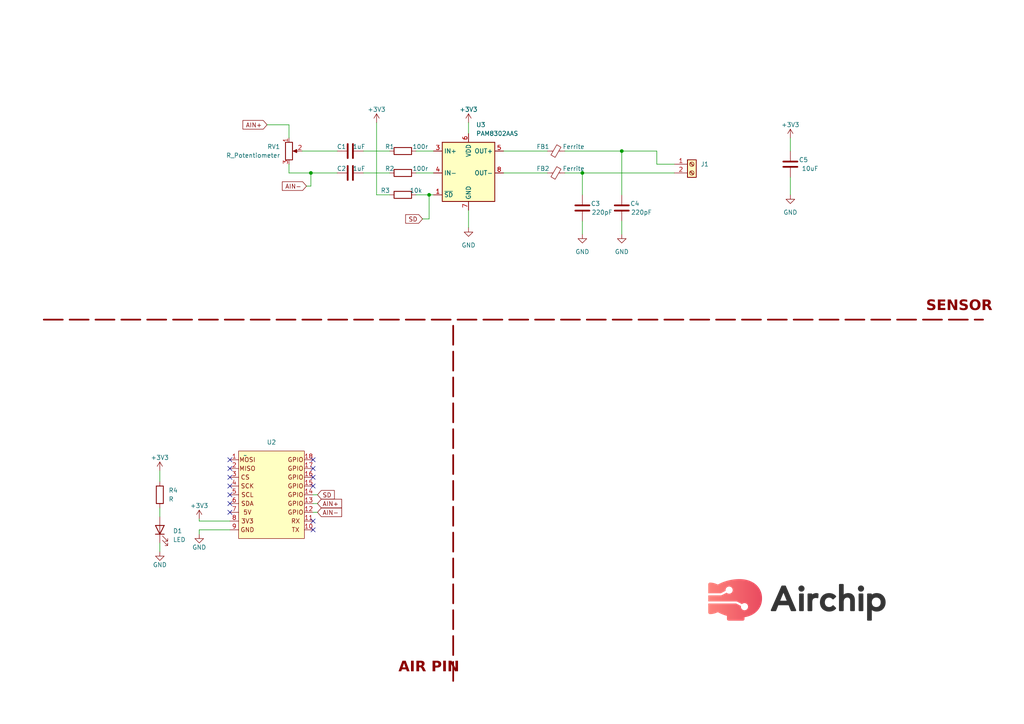
<source format=kicad_sch>
(kicad_sch (version 20230121) (generator eeschema)

  (uuid 33c64bc1-bc4a-4a7a-925d-e306a1dc53cc)

  (paper "A4")

  (lib_symbols
    (symbol "Amplifier_Audio:PAM8302AAS" (in_bom yes) (on_board yes)
      (property "Reference" "U3" (at 2.1941 12.7 0)
        (effects (font (size 1.27 1.27)) (justify left))
      )
      (property "Value" "PAM8302AAS" (at 2.1941 10.16 0)
        (effects (font (size 1.27 1.27)) (justify left))
      )
      (property "Footprint" "Package_SO:MSOP-8_3x3mm_P0.65mm" (at 0 -1.27 0)
        (effects (font (size 1.27 1.27)) hide)
      )
      (property "Datasheet" "https://www.diodes.com/assets/Datasheets/PAM8302A.pdf" (at 0 -1.27 0)
        (effects (font (size 1.27 1.27)) hide)
      )
      (property "ki_keywords" "audio amplifier class d" (at 0 0 0)
        (effects (font (size 1.27 1.27)) hide)
      )
      (property "ki_description" "2.5W Filterless Class-D Mono Audio Amplifier, MSOP-8" (at 0 0 0)
        (effects (font (size 1.27 1.27)) hide)
      )
      (property "ki_fp_filters" "MSOP*3x3mm*P0.65mm* SOIC*3.9x4.9mm*P1.27mm*" (at 0 0 0)
        (effects (font (size 1.27 1.27)) hide)
      )
      (symbol "PAM8302AAS_0_1"
        (rectangle (start -7.62 7.62) (end 7.62 -9.525)
          (stroke (width 0.254) (type default))
          (fill (type background))
        )
      )
      (symbol "PAM8302AAS_1_1"
        (pin input line (at -10.16 -7.62 0) (length 2.54)
          (name "~{SD}" (effects (font (size 1.27 1.27))))
          (number "1" (effects (font (size 1.27 1.27))))
        )
        (pin no_connect line (at 7.62 -5.08 180) (length 2.54) hide
          (name "NC" (effects (font (size 1.27 1.27))))
          (number "2" (effects (font (size 1.27 1.27))))
        )
        (pin input line (at -10.16 5.08 0) (length 2.54)
          (name "IN+" (effects (font (size 1.27 1.27))))
          (number "3" (effects (font (size 1.27 1.27))))
        )
        (pin input line (at -10.16 -1.27 0) (length 2.54)
          (name "IN-" (effects (font (size 1.27 1.27))))
          (number "4" (effects (font (size 1.27 1.27))))
        )
        (pin output line (at 10.16 5.08 180) (length 2.54)
          (name "OUT+" (effects (font (size 1.27 1.27))))
          (number "5" (effects (font (size 1.27 1.27))))
        )
        (pin power_in line (at 0 10.16 270) (length 2.54)
          (name "VDD" (effects (font (size 1.27 1.27))))
          (number "6" (effects (font (size 1.27 1.27))))
        )
        (pin power_in line (at 0 -12.065 90) (length 2.54)
          (name "GND" (effects (font (size 1.27 1.27))))
          (number "7" (effects (font (size 1.27 1.27))))
        )
        (pin output line (at 10.16 -1.27 180) (length 2.54)
          (name "OUT-" (effects (font (size 1.27 1.27))))
          (number "8" (effects (font (size 1.27 1.27))))
        )
      )
    )
    (symbol "Connector:Screw_Terminal_01x02" (pin_names (offset 1.016) hide) (in_bom yes) (on_board yes)
      (property "Reference" "J" (at 0 2.54 0)
        (effects (font (size 1.27 1.27)))
      )
      (property "Value" "Screw_Terminal_01x02" (at 0 -5.08 0)
        (effects (font (size 1.27 1.27)))
      )
      (property "Footprint" "" (at 0 0 0)
        (effects (font (size 1.27 1.27)) hide)
      )
      (property "Datasheet" "~" (at 0 0 0)
        (effects (font (size 1.27 1.27)) hide)
      )
      (property "ki_keywords" "screw terminal" (at 0 0 0)
        (effects (font (size 1.27 1.27)) hide)
      )
      (property "ki_description" "Generic screw terminal, single row, 01x02, script generated (kicad-library-utils/schlib/autogen/connector/)" (at 0 0 0)
        (effects (font (size 1.27 1.27)) hide)
      )
      (property "ki_fp_filters" "TerminalBlock*:*" (at 0 0 0)
        (effects (font (size 1.27 1.27)) hide)
      )
      (symbol "Screw_Terminal_01x02_1_1"
        (rectangle (start -1.27 1.27) (end 1.27 -3.81)
          (stroke (width 0.254) (type default))
          (fill (type background))
        )
        (circle (center 0 -2.54) (radius 0.635)
          (stroke (width 0.1524) (type default))
          (fill (type none))
        )
        (polyline
          (pts
            (xy -0.5334 -2.2098)
            (xy 0.3302 -3.048)
          )
          (stroke (width 0.1524) (type default))
          (fill (type none))
        )
        (polyline
          (pts
            (xy -0.5334 0.3302)
            (xy 0.3302 -0.508)
          )
          (stroke (width 0.1524) (type default))
          (fill (type none))
        )
        (polyline
          (pts
            (xy -0.3556 -2.032)
            (xy 0.508 -2.8702)
          )
          (stroke (width 0.1524) (type default))
          (fill (type none))
        )
        (polyline
          (pts
            (xy -0.3556 0.508)
            (xy 0.508 -0.3302)
          )
          (stroke (width 0.1524) (type default))
          (fill (type none))
        )
        (circle (center 0 0) (radius 0.635)
          (stroke (width 0.1524) (type default))
          (fill (type none))
        )
        (pin passive line (at -5.08 0 0) (length 3.81)
          (name "Pin_1" (effects (font (size 1.27 1.27))))
          (number "1" (effects (font (size 1.27 1.27))))
        )
        (pin passive line (at -5.08 -2.54 0) (length 3.81)
          (name "Pin_2" (effects (font (size 1.27 1.27))))
          (number "2" (effects (font (size 1.27 1.27))))
        )
      )
    )
    (symbol "Device:C" (pin_numbers hide) (pin_names (offset 0.254)) (in_bom yes) (on_board yes)
      (property "Reference" "C" (at 0.635 2.54 0)
        (effects (font (size 1.27 1.27)) (justify left))
      )
      (property "Value" "C" (at 0.635 -2.54 0)
        (effects (font (size 1.27 1.27)) (justify left))
      )
      (property "Footprint" "" (at 0.9652 -3.81 0)
        (effects (font (size 1.27 1.27)) hide)
      )
      (property "Datasheet" "~" (at 0 0 0)
        (effects (font (size 1.27 1.27)) hide)
      )
      (property "ki_keywords" "cap capacitor" (at 0 0 0)
        (effects (font (size 1.27 1.27)) hide)
      )
      (property "ki_description" "Unpolarized capacitor" (at 0 0 0)
        (effects (font (size 1.27 1.27)) hide)
      )
      (property "ki_fp_filters" "C_*" (at 0 0 0)
        (effects (font (size 1.27 1.27)) hide)
      )
      (symbol "C_0_1"
        (polyline
          (pts
            (xy -2.032 -0.762)
            (xy 2.032 -0.762)
          )
          (stroke (width 0.508) (type default))
          (fill (type none))
        )
        (polyline
          (pts
            (xy -2.032 0.762)
            (xy 2.032 0.762)
          )
          (stroke (width 0.508) (type default))
          (fill (type none))
        )
      )
      (symbol "C_1_1"
        (pin passive line (at 0 3.81 270) (length 2.794)
          (name "~" (effects (font (size 1.27 1.27))))
          (number "1" (effects (font (size 1.27 1.27))))
        )
        (pin passive line (at 0 -3.81 90) (length 2.794)
          (name "~" (effects (font (size 1.27 1.27))))
          (number "2" (effects (font (size 1.27 1.27))))
        )
      )
    )
    (symbol "Device:FerriteBead_Small" (pin_numbers hide) (pin_names (offset 0)) (in_bom yes) (on_board yes)
      (property "Reference" "FB" (at 1.905 1.27 0)
        (effects (font (size 1.27 1.27)) (justify left))
      )
      (property "Value" "FerriteBead_Small" (at 1.905 -1.27 0)
        (effects (font (size 1.27 1.27)) (justify left))
      )
      (property "Footprint" "" (at -1.778 0 90)
        (effects (font (size 1.27 1.27)) hide)
      )
      (property "Datasheet" "~" (at 0 0 0)
        (effects (font (size 1.27 1.27)) hide)
      )
      (property "ki_keywords" "L ferrite bead inductor filter" (at 0 0 0)
        (effects (font (size 1.27 1.27)) hide)
      )
      (property "ki_description" "Ferrite bead, small symbol" (at 0 0 0)
        (effects (font (size 1.27 1.27)) hide)
      )
      (property "ki_fp_filters" "Inductor_* L_* *Ferrite*" (at 0 0 0)
        (effects (font (size 1.27 1.27)) hide)
      )
      (symbol "FerriteBead_Small_0_1"
        (polyline
          (pts
            (xy 0 -1.27)
            (xy 0 -0.7874)
          )
          (stroke (width 0) (type default))
          (fill (type none))
        )
        (polyline
          (pts
            (xy 0 0.889)
            (xy 0 1.2954)
          )
          (stroke (width 0) (type default))
          (fill (type none))
        )
        (polyline
          (pts
            (xy -1.8288 0.2794)
            (xy -1.1176 1.4986)
            (xy 1.8288 -0.2032)
            (xy 1.1176 -1.4224)
            (xy -1.8288 0.2794)
          )
          (stroke (width 0) (type default))
          (fill (type none))
        )
      )
      (symbol "FerriteBead_Small_1_1"
        (pin passive line (at 0 2.54 270) (length 1.27)
          (name "~" (effects (font (size 1.27 1.27))))
          (number "1" (effects (font (size 1.27 1.27))))
        )
        (pin passive line (at 0 -2.54 90) (length 1.27)
          (name "~" (effects (font (size 1.27 1.27))))
          (number "2" (effects (font (size 1.27 1.27))))
        )
      )
    )
    (symbol "Device:LED" (pin_numbers hide) (pin_names (offset 1.016) hide) (in_bom yes) (on_board yes)
      (property "Reference" "D" (at 0 2.54 0)
        (effects (font (size 1.27 1.27)))
      )
      (property "Value" "LED" (at 0 -2.54 0)
        (effects (font (size 1.27 1.27)))
      )
      (property "Footprint" "" (at 0 0 0)
        (effects (font (size 1.27 1.27)) hide)
      )
      (property "Datasheet" "~" (at 0 0 0)
        (effects (font (size 1.27 1.27)) hide)
      )
      (property "ki_keywords" "LED diode" (at 0 0 0)
        (effects (font (size 1.27 1.27)) hide)
      )
      (property "ki_description" "Light emitting diode" (at 0 0 0)
        (effects (font (size 1.27 1.27)) hide)
      )
      (property "ki_fp_filters" "LED* LED_SMD:* LED_THT:*" (at 0 0 0)
        (effects (font (size 1.27 1.27)) hide)
      )
      (symbol "LED_0_1"
        (polyline
          (pts
            (xy -1.27 -1.27)
            (xy -1.27 1.27)
          )
          (stroke (width 0.254) (type default))
          (fill (type none))
        )
        (polyline
          (pts
            (xy -1.27 0)
            (xy 1.27 0)
          )
          (stroke (width 0) (type default))
          (fill (type none))
        )
        (polyline
          (pts
            (xy 1.27 -1.27)
            (xy 1.27 1.27)
            (xy -1.27 0)
            (xy 1.27 -1.27)
          )
          (stroke (width 0.254) (type default))
          (fill (type none))
        )
        (polyline
          (pts
            (xy -3.048 -0.762)
            (xy -4.572 -2.286)
            (xy -3.81 -2.286)
            (xy -4.572 -2.286)
            (xy -4.572 -1.524)
          )
          (stroke (width 0) (type default))
          (fill (type none))
        )
        (polyline
          (pts
            (xy -1.778 -0.762)
            (xy -3.302 -2.286)
            (xy -2.54 -2.286)
            (xy -3.302 -2.286)
            (xy -3.302 -1.524)
          )
          (stroke (width 0) (type default))
          (fill (type none))
        )
      )
      (symbol "LED_1_1"
        (pin passive line (at -3.81 0 0) (length 2.54)
          (name "K" (effects (font (size 1.27 1.27))))
          (number "1" (effects (font (size 1.27 1.27))))
        )
        (pin passive line (at 3.81 0 180) (length 2.54)
          (name "A" (effects (font (size 1.27 1.27))))
          (number "2" (effects (font (size 1.27 1.27))))
        )
      )
    )
    (symbol "Device:R" (pin_numbers hide) (pin_names (offset 0)) (in_bom yes) (on_board yes)
      (property "Reference" "R" (at 2.032 0 90)
        (effects (font (size 1.27 1.27)))
      )
      (property "Value" "R" (at 0 0 90)
        (effects (font (size 1.27 1.27)))
      )
      (property "Footprint" "" (at -1.778 0 90)
        (effects (font (size 1.27 1.27)) hide)
      )
      (property "Datasheet" "~" (at 0 0 0)
        (effects (font (size 1.27 1.27)) hide)
      )
      (property "ki_keywords" "R res resistor" (at 0 0 0)
        (effects (font (size 1.27 1.27)) hide)
      )
      (property "ki_description" "Resistor" (at 0 0 0)
        (effects (font (size 1.27 1.27)) hide)
      )
      (property "ki_fp_filters" "R_*" (at 0 0 0)
        (effects (font (size 1.27 1.27)) hide)
      )
      (symbol "R_0_1"
        (rectangle (start -1.016 -2.54) (end 1.016 2.54)
          (stroke (width 0.254) (type default))
          (fill (type none))
        )
      )
      (symbol "R_1_1"
        (pin passive line (at 0 3.81 270) (length 1.27)
          (name "~" (effects (font (size 1.27 1.27))))
          (number "1" (effects (font (size 1.27 1.27))))
        )
        (pin passive line (at 0 -3.81 90) (length 1.27)
          (name "~" (effects (font (size 1.27 1.27))))
          (number "2" (effects (font (size 1.27 1.27))))
        )
      )
    )
    (symbol "Device:R_Potentiometer" (pin_names (offset 1.016) hide) (in_bom yes) (on_board yes)
      (property "Reference" "RV" (at -4.445 0 90)
        (effects (font (size 1.27 1.27)))
      )
      (property "Value" "R_Potentiometer" (at -2.54 0 90)
        (effects (font (size 1.27 1.27)))
      )
      (property "Footprint" "" (at 0 0 0)
        (effects (font (size 1.27 1.27)) hide)
      )
      (property "Datasheet" "~" (at 0 0 0)
        (effects (font (size 1.27 1.27)) hide)
      )
      (property "ki_keywords" "resistor variable" (at 0 0 0)
        (effects (font (size 1.27 1.27)) hide)
      )
      (property "ki_description" "Potentiometer" (at 0 0 0)
        (effects (font (size 1.27 1.27)) hide)
      )
      (property "ki_fp_filters" "Potentiometer*" (at 0 0 0)
        (effects (font (size 1.27 1.27)) hide)
      )
      (symbol "R_Potentiometer_0_1"
        (polyline
          (pts
            (xy 2.54 0)
            (xy 1.524 0)
          )
          (stroke (width 0) (type default))
          (fill (type none))
        )
        (polyline
          (pts
            (xy 1.143 0)
            (xy 2.286 0.508)
            (xy 2.286 -0.508)
            (xy 1.143 0)
          )
          (stroke (width 0) (type default))
          (fill (type outline))
        )
        (rectangle (start 1.016 2.54) (end -1.016 -2.54)
          (stroke (width 0.254) (type default))
          (fill (type none))
        )
      )
      (symbol "R_Potentiometer_1_1"
        (pin passive line (at 0 3.81 270) (length 1.27)
          (name "1" (effects (font (size 1.27 1.27))))
          (number "1" (effects (font (size 1.27 1.27))))
        )
        (pin passive line (at 3.81 0 180) (length 1.27)
          (name "2" (effects (font (size 1.27 1.27))))
          (number "2" (effects (font (size 1.27 1.27))))
        )
        (pin passive line (at 0 -3.81 90) (length 1.27)
          (name "3" (effects (font (size 1.27 1.27))))
          (number "3" (effects (font (size 1.27 1.27))))
        )
      )
    )
    (symbol "moduler_pin:air" (in_bom yes) (on_board yes)
      (property "Reference" "U" (at 7.62 2.54 0)
        (effects (font (size 1.27 1.27)))
      )
      (property "Value" "" (at 0 0 0)
        (effects (font (size 1.27 1.27)))
      )
      (property "Footprint" "" (at 0 0 0)
        (effects (font (size 1.27 1.27)) hide)
      )
      (property "Datasheet" "" (at 0 0 0)
        (effects (font (size 1.27 1.27)) hide)
      )
      (symbol "air_1_1"
        (rectangle (start -1.905 1.27) (end 17.145 -24.13)
          (stroke (width 0) (type default))
          (fill (type background))
        )
        (text "3V3" (at 0.635 -19.05 0)
          (effects (font (size 1.27 1.27)))
        )
        (text "5V" (at 0.635 -16.51 0)
          (effects (font (size 1.27 1.27)))
        )
        (text "CS" (at 0 -6.35 0)
          (effects (font (size 1.27 1.27)))
        )
        (text "GND" (at 0.635 -21.59 0)
          (effects (font (size 1.27 1.27)))
        )
        (text "GPIO" (at 14.605 -16.51 0)
          (effects (font (size 1.27 1.27)))
        )
        (text "GPIO" (at 14.605 -13.97 0)
          (effects (font (size 1.27 1.27)))
        )
        (text "GPIO" (at 14.605 -11.43 0)
          (effects (font (size 1.27 1.27)))
        )
        (text "GPIO" (at 14.605 -8.89 0)
          (effects (font (size 1.27 1.27)))
        )
        (text "GPIO" (at 14.605 -6.35 0)
          (effects (font (size 1.27 1.27)))
        )
        (text "GPIO" (at 14.605 -3.81 0)
          (effects (font (size 1.27 1.27)))
        )
        (text "GPIO" (at 14.605 -1.27 0)
          (effects (font (size 1.27 1.27)))
        )
        (text "MISO" (at 0.635 -3.81 0)
          (effects (font (size 1.27 1.27)))
        )
        (text "MOSI" (at 0.635 -1.27 0)
          (effects (font (size 1.27 1.27)))
        )
        (text "RX" (at 14.605 -19.05 0)
          (effects (font (size 1.27 1.27)))
        )
        (text "SCK" (at 0.635 -8.89 0)
          (effects (font (size 1.27 1.27)))
        )
        (text "SCL" (at 0.635 -11.43 0)
          (effects (font (size 1.27 1.27)))
        )
        (text "SDA" (at 0.635 -13.97 0)
          (effects (font (size 1.27 1.27)))
        )
        (text "TX" (at 14.605 -21.59 0)
          (effects (font (size 1.27 1.27)))
        )
        (pin input line (at -4.445 -1.27 0) (length 2.54)
          (name "" (effects (font (size 1.27 1.27))))
          (number "1" (effects (font (size 1.27 1.27))))
        )
        (pin input line (at 19.685 -21.59 180) (length 2.54)
          (name "" (effects (font (size 1.27 1.27))))
          (number "10" (effects (font (size 1.27 1.27))))
        )
        (pin input line (at 19.685 -19.05 180) (length 2.54)
          (name "" (effects (font (size 1.27 1.27))))
          (number "11" (effects (font (size 1.27 1.27))))
        )
        (pin input line (at 19.685 -16.51 180) (length 2.54)
          (name "" (effects (font (size 1.27 1.27))))
          (number "12" (effects (font (size 1.27 1.27))))
        )
        (pin input line (at 19.685 -13.97 180) (length 2.54)
          (name "" (effects (font (size 1.27 1.27))))
          (number "13" (effects (font (size 1.27 1.27))))
        )
        (pin input line (at 19.685 -11.43 180) (length 2.54)
          (name "" (effects (font (size 1.27 1.27))))
          (number "14" (effects (font (size 1.27 1.27))))
        )
        (pin input line (at 19.685 -8.89 180) (length 2.54)
          (name "" (effects (font (size 1.27 1.27))))
          (number "15" (effects (font (size 1.27 1.27))))
        )
        (pin input line (at 19.685 -6.35 180) (length 2.54)
          (name "" (effects (font (size 1.27 1.27))))
          (number "16" (effects (font (size 1.27 1.27))))
        )
        (pin input line (at 19.685 -3.81 180) (length 2.54)
          (name "" (effects (font (size 1.27 1.27))))
          (number "17" (effects (font (size 1.27 1.27))))
        )
        (pin input line (at 19.685 -1.27 180) (length 2.54)
          (name "" (effects (font (size 1.27 1.27))))
          (number "18" (effects (font (size 1.27 1.27))))
        )
        (pin input line (at -4.445 -3.81 0) (length 2.54)
          (name "" (effects (font (size 1.27 1.27))))
          (number "2" (effects (font (size 1.27 1.27))))
        )
        (pin input line (at -4.445 -6.35 0) (length 2.54)
          (name "" (effects (font (size 1.27 1.27))))
          (number "3" (effects (font (size 1.27 1.27))))
        )
        (pin input line (at -4.445 -8.89 0) (length 2.54)
          (name "" (effects (font (size 1.27 1.27))))
          (number "4" (effects (font (size 1.27 1.27))))
        )
        (pin input line (at -4.445 -11.43 0) (length 2.54)
          (name "" (effects (font (size 1.27 1.27))))
          (number "5" (effects (font (size 1.27 1.27))))
        )
        (pin input line (at -4.445 -13.97 0) (length 2.54)
          (name "" (effects (font (size 1.27 1.27))))
          (number "6" (effects (font (size 1.27 1.27))))
        )
        (pin input line (at -4.445 -16.51 0) (length 2.54)
          (name "" (effects (font (size 1.27 1.27))))
          (number "7" (effects (font (size 1.27 1.27))))
        )
        (pin input line (at -4.445 -19.05 0) (length 2.54)
          (name "" (effects (font (size 1.27 1.27))))
          (number "8" (effects (font (size 1.27 1.27))))
        )
        (pin input line (at -4.445 -21.59 0) (length 2.54)
          (name "" (effects (font (size 1.27 1.27))))
          (number "9" (effects (font (size 1.27 1.27))))
        )
      )
    )
    (symbol "power:+3V3" (power) (pin_names (offset 0)) (in_bom yes) (on_board yes)
      (property "Reference" "#PWR" (at 0 -3.81 0)
        (effects (font (size 1.27 1.27)) hide)
      )
      (property "Value" "+3V3" (at 0 3.556 0)
        (effects (font (size 1.27 1.27)))
      )
      (property "Footprint" "" (at 0 0 0)
        (effects (font (size 1.27 1.27)) hide)
      )
      (property "Datasheet" "" (at 0 0 0)
        (effects (font (size 1.27 1.27)) hide)
      )
      (property "ki_keywords" "global power" (at 0 0 0)
        (effects (font (size 1.27 1.27)) hide)
      )
      (property "ki_description" "Power symbol creates a global label with name \"+3V3\"" (at 0 0 0)
        (effects (font (size 1.27 1.27)) hide)
      )
      (symbol "+3V3_0_1"
        (polyline
          (pts
            (xy -0.762 1.27)
            (xy 0 2.54)
          )
          (stroke (width 0) (type default))
          (fill (type none))
        )
        (polyline
          (pts
            (xy 0 0)
            (xy 0 2.54)
          )
          (stroke (width 0) (type default))
          (fill (type none))
        )
        (polyline
          (pts
            (xy 0 2.54)
            (xy 0.762 1.27)
          )
          (stroke (width 0) (type default))
          (fill (type none))
        )
      )
      (symbol "+3V3_1_1"
        (pin power_in line (at 0 0 90) (length 0) hide
          (name "+3V3" (effects (font (size 1.27 1.27))))
          (number "1" (effects (font (size 1.27 1.27))))
        )
      )
    )
    (symbol "power:GND" (power) (pin_names (offset 0)) (in_bom yes) (on_board yes)
      (property "Reference" "#PWR" (at 0 -6.35 0)
        (effects (font (size 1.27 1.27)) hide)
      )
      (property "Value" "GND" (at 0 -3.81 0)
        (effects (font (size 1.27 1.27)))
      )
      (property "Footprint" "" (at 0 0 0)
        (effects (font (size 1.27 1.27)) hide)
      )
      (property "Datasheet" "" (at 0 0 0)
        (effects (font (size 1.27 1.27)) hide)
      )
      (property "ki_keywords" "global power" (at 0 0 0)
        (effects (font (size 1.27 1.27)) hide)
      )
      (property "ki_description" "Power symbol creates a global label with name \"GND\" , ground" (at 0 0 0)
        (effects (font (size 1.27 1.27)) hide)
      )
      (symbol "GND_0_1"
        (polyline
          (pts
            (xy 0 0)
            (xy 0 -1.27)
            (xy 1.27 -1.27)
            (xy 0 -2.54)
            (xy -1.27 -1.27)
            (xy 0 -1.27)
          )
          (stroke (width 0) (type default))
          (fill (type none))
        )
      )
      (symbol "GND_1_1"
        (pin power_in line (at 0 0 270) (length 0) hide
          (name "GND" (effects (font (size 1.27 1.27))))
          (number "1" (effects (font (size 1.27 1.27))))
        )
      )
    )
  )

  (junction (at 124.46 56.515) (diameter 0) (color 0 0 0 0)
    (uuid 4d2b1cd3-cbbd-4501-a8f2-d9838439a50a)
  )
  (junction (at 180.34 43.815) (diameter 0) (color 0 0 0 0)
    (uuid cbe1a244-b409-4250-ac4b-d09f9f1020fd)
  )
  (junction (at 168.91 50.165) (diameter 0) (color 0 0 0 0)
    (uuid d32cf12d-79ca-4af9-874e-0a6e473c2a19)
  )
  (junction (at 90.17 50.165) (diameter 0) (color 0 0 0 0)
    (uuid d4995a0f-b543-4814-bea7-bc14d6e6023e)
  )

  (no_connect (at 90.805 135.89) (uuid 05367374-f810-4dfa-b3c7-b5b5c94861f4))
  (no_connect (at 90.805 133.35) (uuid 19d7910f-ca6d-47ad-83d4-a3d4af6e333d))
  (no_connect (at 66.675 133.35) (uuid 2b61cbc6-691a-4403-a837-75bf5b71ef13))
  (no_connect (at 66.675 140.97) (uuid 3dcd8cce-08ca-47fa-84f0-ecda03829267))
  (no_connect (at 90.805 151.13) (uuid 5997a3f8-5502-45e8-904f-6a0b0336b8f4))
  (no_connect (at 66.675 143.51) (uuid 7d056e89-fdaa-4dec-825f-c8ff963fc01b))
  (no_connect (at 66.675 146.05) (uuid 9f4ed431-56f1-4fc8-9375-f2acc5ff8e2d))
  (no_connect (at 66.675 148.59) (uuid b1cb5447-d807-4675-ba1b-296407441f20))
  (no_connect (at 90.805 153.67) (uuid caef0110-c9f3-4c83-808d-fedf5565fa0a))
  (no_connect (at 90.805 138.43) (uuid cd38b9fc-4a11-4689-912f-922c4a77a31d))
  (no_connect (at 66.675 135.89) (uuid ebeb7a7b-1847-4c9d-82d0-442387de6917))
  (no_connect (at 66.675 138.43) (uuid f03ab68c-544b-4c29-8a04-8bf393ed913f))
  (no_connect (at 90.805 140.97) (uuid fee8d978-88e0-4cfa-a080-37858a56280a))

  (wire (pts (xy 120.65 50.165) (xy 125.73 50.165))
    (stroke (width 0) (type default))
    (uuid 02f4b588-be95-4e0a-b69f-8ade5da840cb)
  )
  (wire (pts (xy 57.785 153.67) (xy 66.675 153.67))
    (stroke (width 0) (type default))
    (uuid 11989ff2-68cf-43af-936f-0033a81ec64a)
  )
  (wire (pts (xy 146.05 50.165) (xy 158.75 50.165))
    (stroke (width 0) (type default))
    (uuid 18d29fd5-f43c-43c3-979a-4012a9ba448b)
  )
  (wire (pts (xy 120.65 43.815) (xy 125.73 43.815))
    (stroke (width 0) (type default))
    (uuid 194d58b9-661f-4cdb-98ca-2397c52a634f)
  )
  (wire (pts (xy 87.63 43.815) (xy 97.79 43.815))
    (stroke (width 0) (type default))
    (uuid 1bf7b58a-2c68-45aa-8674-2112b6aa66d4)
  )
  (wire (pts (xy 229.235 56.515) (xy 229.235 51.435))
    (stroke (width 0) (type default))
    (uuid 1f116a92-6771-4547-b635-3043c3a183bc)
  )
  (wire (pts (xy 180.34 64.135) (xy 180.34 67.945))
    (stroke (width 0) (type default))
    (uuid 1fccd82e-2b29-46fc-9158-ce61c0d718c4)
  )
  (wire (pts (xy 46.355 149.86) (xy 46.355 147.32))
    (stroke (width 0) (type default))
    (uuid 24abd791-bc5b-4168-8ee1-99e6ca30f004)
  )
  (wire (pts (xy 180.34 43.815) (xy 190.5 43.815))
    (stroke (width 0) (type default))
    (uuid 2a57c211-e02a-43c6-b777-690818672143)
  )
  (wire (pts (xy 90.17 50.165) (xy 97.79 50.165))
    (stroke (width 0) (type default))
    (uuid 30d5b868-b94f-4a0c-b9ff-46f81cdbf707)
  )
  (wire (pts (xy 122.555 63.5) (xy 124.46 63.5))
    (stroke (width 0) (type default))
    (uuid 374b9da0-8778-49a4-8c36-c780c559ddff)
  )
  (wire (pts (xy 190.5 43.815) (xy 190.5 47.625))
    (stroke (width 0) (type default))
    (uuid 3b4d6d71-ee19-428f-aefd-b16a21b9bda2)
  )
  (wire (pts (xy 105.41 50.165) (xy 113.03 50.165))
    (stroke (width 0) (type default))
    (uuid 3e532a1b-251b-4b63-9b03-f1cee9f543ef)
  )
  (wire (pts (xy 124.46 63.5) (xy 124.46 56.515))
    (stroke (width 0) (type default))
    (uuid 45837e82-f04a-4e48-8dfc-378250f4e1ba)
  )
  (wire (pts (xy 146.05 43.815) (xy 158.75 43.815))
    (stroke (width 0) (type default))
    (uuid 55c8a562-2b29-4f49-88c6-a6e2a0af99f3)
  )
  (wire (pts (xy 113.03 56.515) (xy 109.22 56.515))
    (stroke (width 0) (type default))
    (uuid 55d096f4-7baa-4ad6-a2a5-be83fd1b08f6)
  )
  (wire (pts (xy 105.41 43.815) (xy 113.03 43.815))
    (stroke (width 0) (type default))
    (uuid 55e6281b-e28a-4a4b-bd81-7b8830f54d12)
  )
  (wire (pts (xy 92.075 146.05) (xy 90.805 146.05))
    (stroke (width 0) (type default))
    (uuid 5eae4a44-7556-4d17-975b-df485b5037e2)
  )
  (wire (pts (xy 92.075 148.59) (xy 90.805 148.59))
    (stroke (width 0) (type default))
    (uuid 622d7c9f-66f7-43cd-a67c-1dfce64af0d4)
  )
  (wire (pts (xy 120.65 56.515) (xy 124.46 56.515))
    (stroke (width 0) (type default))
    (uuid 6f2f63f6-b20a-4383-842f-455d330840a1)
  )
  (wire (pts (xy 163.83 50.165) (xy 168.91 50.165))
    (stroke (width 0) (type default))
    (uuid 75f03b69-f7a9-4dd5-b27d-bc1bf7e5669d)
  )
  (wire (pts (xy 77.47 36.195) (xy 83.82 36.195))
    (stroke (width 0) (type default))
    (uuid 7911cd02-cd78-4ad9-8429-e89d94d104df)
  )
  (polyline (pts (xy 12.7 92.71) (xy 285.115 92.71))
    (stroke (width 0.5) (type dash) (color 132 0 0 1))
    (uuid 7ccd2499-d7ca-4a84-a03d-c7bd784eaa7f)
  )

  (wire (pts (xy 124.46 56.515) (xy 125.73 56.515))
    (stroke (width 0) (type default))
    (uuid 7db8fae9-9b90-4d88-8c3d-a25cfaf730b7)
  )
  (wire (pts (xy 83.82 47.625) (xy 83.82 50.165))
    (stroke (width 0) (type default))
    (uuid 7e2f25af-7855-4731-9f92-9fc543b0d4eb)
  )
  (wire (pts (xy 46.355 139.7) (xy 46.355 136.525))
    (stroke (width 0) (type default))
    (uuid 883a8f2f-20d8-4503-a43b-dd0aee528b01)
  )
  (wire (pts (xy 57.785 150.495) (xy 57.785 151.13))
    (stroke (width 0) (type default))
    (uuid 8a266c40-92c8-4602-99b8-ebf3c963ca2d)
  )
  (wire (pts (xy 135.89 35.56) (xy 135.89 38.735))
    (stroke (width 0) (type default))
    (uuid 9b5fd0b6-120e-4c35-84fd-5368e1c5b48e)
  )
  (wire (pts (xy 46.355 160.02) (xy 46.355 157.48))
    (stroke (width 0) (type default))
    (uuid 9cf2129a-cf22-46c8-85ed-4cda9eda7919)
  )
  (wire (pts (xy 109.22 35.56) (xy 109.22 56.515))
    (stroke (width 0) (type default))
    (uuid a1d8ee4d-ce6f-4436-89fd-f1569fe5a25b)
  )
  (wire (pts (xy 180.34 43.815) (xy 180.34 56.515))
    (stroke (width 0) (type default))
    (uuid a78fa8aa-ccb6-48ce-9bbe-056641ad5065)
  )
  (wire (pts (xy 90.17 53.975) (xy 88.9 53.975))
    (stroke (width 0) (type default))
    (uuid ae2b3aac-9758-43b2-b7ea-fa5bd10583e4)
  )
  (wire (pts (xy 168.91 50.165) (xy 195.58 50.165))
    (stroke (width 0) (type default))
    (uuid bd004d77-a6d1-4b14-9228-d57e73ad8f08)
  )
  (wire (pts (xy 229.235 43.815) (xy 229.235 40.005))
    (stroke (width 0) (type default))
    (uuid c0cd76f1-4fa1-4bb2-a10a-eb088a23da93)
  )
  (wire (pts (xy 83.82 36.195) (xy 83.82 40.005))
    (stroke (width 0) (type default))
    (uuid c1c8a9cd-9298-40e3-8293-a36dc259aec7)
  )
  (wire (pts (xy 90.17 50.165) (xy 90.17 53.975))
    (stroke (width 0) (type default))
    (uuid c7763e5d-7f3d-4c29-b27d-a2bdc6dd981a)
  )
  (wire (pts (xy 83.82 50.165) (xy 90.17 50.165))
    (stroke (width 0) (type default))
    (uuid ce01a304-a3a8-4758-8704-1e4744bf0821)
  )
  (wire (pts (xy 57.785 151.13) (xy 66.675 151.13))
    (stroke (width 0) (type default))
    (uuid db24492e-c33e-473c-94b5-90e94b234746)
  )
  (wire (pts (xy 190.5 47.625) (xy 195.58 47.625))
    (stroke (width 0) (type default))
    (uuid e09f3e17-8b79-43e4-9f7f-e567aef66f58)
  )
  (wire (pts (xy 57.785 154.94) (xy 57.785 153.67))
    (stroke (width 0) (type default))
    (uuid e2fa7fc5-a448-4c7d-b840-cfa57c7b598b)
  )
  (wire (pts (xy 163.83 43.815) (xy 180.34 43.815))
    (stroke (width 0) (type default))
    (uuid e39c6e39-3655-45e6-b4a8-c7928333246e)
  )
  (wire (pts (xy 168.91 50.165) (xy 168.91 56.515))
    (stroke (width 0) (type default))
    (uuid e8c7c0c2-cf3b-4069-af9b-1ecfb60a9f8d)
  )
  (polyline (pts (xy 131.445 197.485) (xy 131.445 92.71))
    (stroke (width 0.5) (type dash) (color 132 0 0 1))
    (uuid e97742c3-e851-463b-86a7-05e01085e173)
  )

  (wire (pts (xy 135.89 60.96) (xy 135.89 66.04))
    (stroke (width 0) (type default))
    (uuid ec9ac40e-77cc-4334-894b-46d3c27c9b4c)
  )
  (wire (pts (xy 92.075 143.51) (xy 90.805 143.51))
    (stroke (width 0) (type default))
    (uuid fe70fa28-c615-4c34-a5ac-7112f8934c2c)
  )
  (wire (pts (xy 168.91 64.135) (xy 168.91 67.945))
    (stroke (width 0) (type default))
    (uuid feabe91b-48fb-4563-a6ca-1f93a3911304)
  )

  (image (at 231.14 173.99) (scale 0.303838)
    (uuid 8a134cba-59e9-4c86-98b2-654691c9568c)
    (data
      iVBORw0KGgoAAAANSUhEUgAAB9AAAAHVCAYAAACpJWDwAAAABHNCSVQICAgIfAhkiAAAIABJREFU
      eJzs3XeYnGW9//F3SEKyCS0hARUVBCSKYvuiqKiAokRasKAeRUn4WSghFUTNsYAiICGNA6gQEBso
      TfEg6hFE8KjouRFsIAgiiEJCEwhJKJnfH88sKdtmdmfmnvJ+XddcuzzPPfd8dpjMzj6fpwxDkjrQ
      ox+ZPhzYnBKbA5sDW5S/dt82BbqATSkxFugqwSbl5SOBzYqZSpsAI4CNgTHFIjYFNuo3QKnXpSuB
      J8oDHgWeLsHjwBOUeILi+5XACuAx4N/l77tvD5eXPUiJh4AHgYc2P//MFZU+L5IkSZIkSZIkSZ1s
      WO4AklQLj3706E2BZ1NiIvAcYCKw5Tpft4TS+PL3W1GU4X0V2esrrfel95UDLKp+TGn9YZXM2ff8
      TwIPQel+4F5gObAMuJcS3cvuA+4G7tv862c9XeWjSZIkSZIkSZIktQULdElN7bGPHb0J8FxKbAPP
      3J4LbFOCZwFbU3wdDQxQNA+t7G7hAr3vhT0XPV0qCvV/lG/3UBTrdwJ3UOLOLb5x1oNVppEkSZIk
      SZIkSWoJFuiSsnnsYzOGUZTf2wLbQWnb8vfdt+fRfar0SntqC/R+xleWtYKn8BHgb8CdULoduLV8
      u22Lb3z5H1XllCRJkiRJkiRJaiIW6JLq6rHDZ4wCdijftn/m+xI7AC+guHZ4WT/VrQV6depboPe3
      YAUlbgP+AtwC/An4I3DbFt/88lP9TS1JkiRJkiRJkpSbBbqkIVtxxIzhJXg+8CJgJ0pMAiYBO1Gc
      br2nattvC/Tq5CvQ+5rgSYpC/Q/An4GbgN9t8c0v39Pfw0mSJEmSJEmSJDWSBbqkiq04YubGFCX5
      zlDaGXgp8EJgp9K6R5IPukC2QN9wQBsV6H1ZTokbgN+VKL4Ct4/71per/YklSZIkSZIkSZKGzAJd
      Ug8rjpw5HNgReDnwUkq8FNi5vGx4MWr9frPU53/0wQK9ogEdUKD39vw+BKXfAL8Grgd+M+5bX3mg
      ylklSZIkSZIkSZKqZoEudbgVR84cR1GUvxx4WfnrzkDXM4MqKGMt0Ac350ADOrRA722S2yhxPfAL
      4FrglnHf/opHqUuSJEmSJEmSpJqyQJc6yIqjZj4LCOAVQFBiV+B5A97RAr2foRbo1U3Q95wDFOgb
      Lrof+F/gOopC/Xfjvv2Vp6p8ZEmSJEmSJEmSpPVYoEttasVRs7YCXg2l3Vhbmj9nvUGVFp0W6P0M
      tUCvboK+56yyQN/QI8DPgauAqyjxp3EXeIS6JEmSJEmSJEmqjgW61AYenz5rLMUR5bsBrwZeU4Jt
      i7XVldKVj7NAr8WcAw2wQB/kvCXuo7tMhx+Nu+Ar/6wylSRJkiRJkiRJ6kAW6FILenz6rB2B1wOv
      A3YHXgJstG7BWOrlux4s0C3Q27dA39BNULoCuBL41bgLvvp0FbNJkiRJkiRJkqQOYYEuNbnHp88a
      TXFUeXdh/npgYq+DLdAt0Psd39EF+roLHwZ+AlxeKnHF+Au/+nAVM0uSJEmSJEmSpDZmgS41mceP
      nrUZRUn+Jkq8CdgVGFXRnS3QLdD7HW+B3mNJiacorp3+PeD74y/86t1VPIokSZIkSZIkSWozFuhS
      Zo8fPXs88CZgTyi9AXglsBEwpNLUAn0ok/Q+xgK9t5UtX6BvKAEXAxeNv/Crt1fxiJIkSZIkSZIk
      qQ1YoEsN9viM2ZsDb6TEXsBbgJfxzL/FDdo8C/R+V1mgVzu/BXqPJf3PeQNwEXDB+Au/+vcqHl2S
      JEmSJEmSJLUoC3SpzlbOmD26BG+kKMv3ojgl+0YVFXwW6P2uskCvdn4L9B5LKp/zeuACSlww/jtf
      XVZFEkmSJEmSJEmS1EIs0KUaWzlj9jCKo8rfVr69oQSjewy0QK8ukAV6dSzQK1pYRYHePcVTwP8A
      3wC+N/47X11Z5QySJEmSJEmSJKmJWaBLNbBy5uxnUWIfisL8rcDEdddXXvRaoFcz3gK92vkt0Hss
      Gdrz+ihwMZTOG/+ds6+rciZJkiRJkiRJktSELNClQVg5c/Zw4HXAZGBf4JVV99QW6NUFskCvjgV6
      RQuHWKCvu/BW4Bzg/PHfOdtTvEuSJEmSJEmS1KIs0KUKrZw5ZyLw9uJWmgxssd4AC/Tq5rVAr2iA
      Bfog5218gd7tKeByYCnwo/HfOXtNlY8gSZIkSZIkSZIyskCX+rFy1pyXAAdS4gDgtTzzb6a6cs8C
      fXBzDrTKAr3a+S3Qeyyp1/NauIMSZwHnjv/u2Q9W+UiSJEmSJEmSJCkDC3RpHStnzRkJvAk4AJgC
      bAcMuTS0QB/cnAOtskCvdn4L9B5L6lugd69aBVwInDH+u2f/X5WPKEmSJEmSJEmSGsgCXR1v5aw5
      YyhOzX4QRXG+eY9BFugDLrRAH9ycAw2wQB/kvM1VoK/r1yVYAFy25XfPfqrKR5ckSZIkSZIkSXVm
      ga6OtHLWnPHAfsA7gcnA6H7vYIE+4EIL9MHNOdAAC/RBztu8BXr3or8Di4ClW3737EerTCFJkiRJ
      kiRJkurEAl0dY+XsOVtRFObvosSewIiK72yBPuBCC/TBzTnQAAv0Qc7b/AV6t0cocTawaMuLzv5H
      lWkkSZIkSZIkSVKNWaCrra2aPXc8lN4BHFyCvYHhQA3KSAt0C/TazDnQAAv0Qc7bOgV694IngfOB
      U7a86Oy/VplKkiRJkiRJkiTViAW62k5RmvMO4GDgLVAaAYMoePsdb4FugV6bOQcaYIE+yHlbr0Dv
      tga4CEonbXnROTdVF06SJEmSJEmSJA2VBbrawqo5c7uAAynxfoprmm+8du0GRWSP/6iABfqACy3Q
      BzfnQAMs0Ac5b+sW6Osu/D5w/JYXnfO7irJJkiRJkiRJkqQhs0BXy1o1Z+4IitOyf4DiiPOx/ZVb
      FuiVZqh0nAV6LeYcaIAF+iDnbY8CvZtFuiRJkiRJkiRJDWKBrpazas7cXYEPAe8DJq630gK9l28t
      0KufpPcxFui9rbRAb0CB3u0y4D+3vOicP/f9gJIkSZIkSZIkaSgs0NUSVs2Zuw3FkeaHAjv3OdAC
      vZdvLdCrn6T3MRbova20QG9ggV6sKPFN4DNbXnzOnX0/sCRJkiRJkiRJGgwLdDWtVXPnjqHEQRSl
      +d7ARgPeyQK9l28t0KufpPcxFui9rbRAb3CB3r3qSeAM4MQtLz7n/r4HS5IkSZIkSZKkaligq+ms
      mjs3gP8HvJ8Sm1d1Zwv0Xr61QK9+kt7HWKD3ttICPVOB3u0R4FRgwZYXn/N433eSJEmSJEmSJEmV
      sEBXU1g195hxUDqEojh/+TMralhuWaBXmqHScRbotZhzoAEW6IOct3MK9G73AMcB397y4nOq/akk
      SZIkSZIkSVKZBbqyWTX3mGHAHsBHgXdCaVSPQRbo1bFAt0Dvd7wFeo8l7VOgd7semLXlxef8ut9R
      kiRJkiRJkiSpVxboarjVxxwzHvhQqcTHgBetXVO7Iq63hRbolWaodJwFei3mHGiABfog5+3cAr3b
      tynx8S0vOeeeikZLkiRJkiRJkiTAAl0NtPqYY14LHA68B+jqWVxZoFugW6BvOMACfZDzWqBDiceA
      40uwaMIl5zxV4b0kSZIkSZIkSepoQyrQ1xz/qS1KJV4KTAK2ADZdZ/VqYOUG3z9MiVXl7x8CHgAe
      HH78F1eitrT6mGO6gPcDR7Putc3prbiyQLdAt0DfcIAF+iDntUBf93n9E3DUhEvO+XmF95QkSZIk
      SZIkqWNVXaCvOf5TOwAfBPYHXlUqVTlH70XBKuBBYBlwLyXuBu4F/gncDdwJ/G34CSc9Xm1e5bH6
      mGO2A44EPgyM622MBXoFCy3Q+11lgV7t/BboPZZ0RoHe7ZvA3AmXnLOswhkkSZIkSZIkSeo4FZff
      a46ftxuU/pOiOH9GXcqHvue8F7ijBHcAtwA3A3+mxO0jPn/Sk1UmUY2tPuaYYcCewAzgQGCj/sZb
      oFew0AK931UW6NXOb4HeY0lnFehQ7Kw2F0rnT7hkabU/vSRJkiRJkiRJbW/AAn3N8fMmAqcChzas
      fBhgzl7Kh6eAW4Eby7ffQemGEZ8/+cEq02kQVh97zCjgEErMBl5S6f0s0CtYaIHe7yoL9Grnt0Dv
      saTzCvTulVcBH51wydI7KpxNkiRJkiRJkqSO0G+Bvub4eXsAFwDPLpY0bYHe16i7gV+Xb78Cbhjx
      +ZNXDxxSlVh97DETKE7TfhSwVbWlmQV6BQst0PtdZYFe7fwW6D2WdG6BDrAS+AywcMIlS5+ucFZJ
      kiRJkiRJktpanwX6muPnTQWWst5puFuuQN/QE8ANlPg5cA3wixFfOPmx/h9NG1p97LEvgtJs4EPA
      6GdWWKBXfvdKF1qg97vKAr3a+S3Qeyzp7AK92/XAoRMuWfqXCmeWJEmSJEmSJKlt9Vqgrzlh3uGU
      OKvnmpYv0Ddc9TTwf8DVwI+BX474wsleS70Pq4899nXAJ4H9odTztWOBXvndK11ogd7vKgv0aue3
      QO+xxAK920pKfApYMuHSpWsqfARJkiRJkiRJktpOjxJ0zQnz3gV8l9K6R553a7sCfUOPAj+lKNN/
      OOILJ9/df5L2t/rYY4cBkymK8zeuXTP00swCvYKFFuj9rrJAr3Z+C/QeSyzQN1x0LTB1wqVL/1bh
      o0iSJEmSJEmS1FbWK9DXnDDvhcDvgLFZy4d8BfqG424AvleC74088eQ/VHivtrD648eOoMTBwCeA
      l/UcYYFe2WP3s8oCvbpAFujVsUCvaKEFeq+LHgOmT7h06fkVPpIkSZIkSZIkSW3jmQJ9zQnzhgO/
      BnYF8pYPzVOgr/vlDihdClw48sRTUoUztJzVHz92Y+CDwCcpsUPfIy3QK3vsflZZoFcXyAK9Ohbo
      FS20QO930XeAwydcuvThCh9RkiRJkiRJkqSWt26BfhTwX8+ssUDvpXx45rvbKIqFb4888ZSbK5yt
      qZWL88OATwHPA+pTRK473AJ94IUW6P2uskCvdn4L9B5LLNAHmvcu4JAJly69rsJHlSRJkiRJkiSp
      pQ0DWHPCvC7gb8DWz6yxQO+vQF/X74CvUZTp91c4c9N44uPHdgEfKcExdBfn3SzQ+xlvgW6BXps5
      BxpggT7IeS3Qa/m6XQN8Hvj8hEuXPl3ho0uSJEmSJEmS1JK6C/TpwOnrrbFAr7RA7/YkJS6nKNOv
      HPnFU5q6ZHiiOOL8YxRHnD+rYUXkusMt0AdeaIHe7yoL9Grnt0DvscQCvZp5r6bEByZctvTeChNI
      kiRJkiRJktRyugv03wGvWG+NBXq1Bfq6q/8BnA2cPfKLp/yrwkdriCeOO3YEJaYBn2adI84t0Kud
      1wLdAr02cw40wAJ9kPNaoNfrdXsf8N4Jly39eYUpJEmSJEmSJElqKcPWnDBvEnBLjzUW6EMp0Ls9
      BXwfOHPkF0+5usJHrYsnjjt2I+AQ4DOU2GHD9Rbo1c5rgW6BXps5BxpggT7IeS3Q6/m6XQN8Fjhx
      wmVLq30GJUmSJEmSJElqasN6PX07WKCvM24IBfq6/gAsoMS3R550yhMVJqiJJ4479h3AicCLgbxF
      5LrDLdAHXmiB3u8qC/Rq57dA77HEAr26edcf8wPgkAmXLX2kwkSSJEmSJDWliBgBvACYAIzKHKfb
      CuDelNLduYNIktRphq05Yd4FwPt6rLFAr3WB3j3mPuC/gC+PPOmU+ytMMihPHPfxNwCnQOn1G2To
      JVYvLND7GW+BboFemzkHGmCBPsh5LdAb9br9C3DQhMuW9jyTjSRJkiRJTS4i9gSmA5OBsXnT9Ole
      4BJgUUrpr7nDSJLUCYatOWHejcDLe6yxQK9Xgd5tBXAOcOrIk065p8JEFXniuI/vDJwMHNBrMAt0
      C/Rq57dA72eoBXp1E/Q9pwX64Ofsb1wDXrePAodOuGzpZZUFkyRJkiQpr4gYT7Ft9h25s1ThSeAk
      4ISU0tO5w0iS1M6GrTlh3oPAuB5rLNDrXaB3exJK5wGnjjzpS0Pag/CJ4z6+HfBp4FBgeJ8PaoFu
      gV7t/Bbo/Qy1QK9ugr7ntEAf/Jz9jWvc67b0WeDzEy47t9pnVZIkSZKkhomI5wI/A3bMnWWQvge8
      J6X0ZO4gkiS1q2FrTphX8bZ1C/S6FOjdC9cAl1Oc3v1nI0/60poKZuOJT3x8I2B3SnwY+ADrFed9
      PKgFugV6tfNboPcz1AK9ugn6ntMCffBz9jeugQU6wIXAtAmXnbuqgtkkSZIkSWqoiOgCrgd2yZ1l
      iM5KKR2ZO4QkSe3KAr2CB2pQgb6uB0rwI+CXlLgFuJPilO9PABOArYGXArsB+wDPrqrxskC3QK92
      fgv0foZaoFc3Qd9zWqAPfs7+xjW4QAe4vgQHTbzs3HsrmFGSJEmSpIaJiJOAT+TOUSN7p5Suyh1C
      kqR2ZIFewQNlKNCrL80s0PsZb4FeyfhK5+1roQX64OYcaIAF+iDntUDPWaBTgruAAyZedu7vK5hV
      kiRJkqS6i4hxwN3A2NxZauR/U0pvyB1CkqR2tFHuAJIkqe08H7hu+UGH7Z07iCRJkiRJZe+mfcpz
      gN0jYvvcISRJakcW6JIkqR42A364/KDDDskdRJIkSZIk4E25A9TBHrkDSJLUjizQJUlSvYwEvrH8
      oMPa5fpykiRJkqTWtWPuAHXwgtwBJElqRxbokiSp3k5aftBhpy8/6LBhuYNIkiRJkjpWV+4AdbBZ
      7gCSJLUjC3RJktQI0ymORh+RO4gkSZIkSZIkSX2xQJckSY3yAeDS5Qcd1o57/UuSJEmSJEmS2oAF
      uiRJaqQDgCuWH3TY5rmDSJIkSZIkSZK0IQt0SZLUaHsBP7FElyRJkiRJkiQ1Gwt0SZKUw2uwRJck
      SZIkSZIkNRkLdEmSlMtrgGuWTzlsYu4gkiRJkiRJkiSBBbokScrrFcDVluiSJEmSJEmSpGYwIncA
      SZLU8V5KUaK/ceL3z304dxhJklSZiNgaeBEwCdgR2AzYpHwDeKx8ewS4DbgVuCWldF/j00qSJKmV
      RcSmwE4Unz93AsYDmwJblIesZu1nz7uAvwC3AH9PKT3d8MCSWpoFuiRJagYvBX68fMphb5v4/XP/
      nTuMpPYSEeOA/wAmA7sA4/ImesYqig07vwC+lVJKmfNI/YqI5wBvA/YE9ga2GeQ89wA/Ba4BfpxS
      +leNIkqSJKlNRMRYYC/gLeWvLwOGDWKqRyPiWuBq4Kcppd/XLqWkdjVszQnzSr2u6XVpz4Wl3u/d
      t0rmHWDOHqsrzFrp/BuOK224YCjzVvq8VjPngOMGfn6rfQorn6SfGSr5H1nD11dpwHHVzFtd1sqf
      3+r+LfR394pet0N6fZX6/q8a/lvob1XDXrc93gtqN+dAA6p+L+h3fGVZq3sKa/fvtp9XVPXz5vwd
      NsCqfL/DBphkyK/bXt51Bvce87/A2yZ+/9zHK7y3JPUpIoYBc4BPA5tnjlOJK4DpKaU7cweRukXE
      JsA7gA9RbLwczEbL/pQoyvRvAJemlFbUeH5JkgCIiBuBl+fOUWOLU0qzcoeQaiUiNqLYWfNDwLtY
      e2ajWroZ+DrwzZTSP+owv6Q24DXQJUlSM9kd+O/lUw7ryh1EUmuLiDHAfwPzaY3yHGA/4IaI2Ct3
      ECkiJkTEicA/KDYw7k3ty3PKc761/Bj3RMQXImJCHR5HkiRJTSoiRkbEVIpTrl8FHEp9ynOAFwMn
      AXdFxIURsUudHkdSC7NAlyRJzWYv4ILlUw4bnjuIpNZUPvL8ImDf3FkGYRxweUS029FRahERsUVE
      zAfuBD5FY3dA2RyYB9wZEadGxBYD3UGSJEmtKyI2iogPA7cD5wEvbODDDwPeC/w+Ir4XES9u4GNL
      anIW6JIkqRlNAb66fMq0ehzpJqn9HUVrlufdNgEujIiNcwdR54iIYRFxKHAbMBcYmzHOWOAY4LZy
      JkmSJLWZiNgV+C1wNvC8zHGmAH+IiNPK116X1OEs0CVJUrM6DDgxdwhJrSUiNgU+lztHDbyI4n1Q
      qruIeDZwJfA1oJlOnz4B+FpEXFnOKEmSpBZXPl37F4FfA6/KnWcdw4E5wB8jYvfcYSTlZYEuSZKa
      2SeXT5k2K3cISS3l/wFb5g5RI3Mjwr/ZVFcR8RbgJmCf3Fn6MRm4KSLenDuIJEmSBi8ingtcB3yS
      orBuRtsB10bEJ8uXB5PUgdwYI0mSmt3C5VOmvTt3CEnNLyKGAzNz56ihHSmKQ6kuIuJo4CfAxNxZ
      KjAR+J+ImJ47iCRJkqoXEbsBCdgtd5YKbAR8EfhORHTlDiOp8SzQJUlSK/jG8inTXpc7hKSmN4Xi
      aIF2MiN3ALWf8vXOvwQsobW2C2wEnB4Rp3g0kCRJUuuIiAOAnwFb5c5SpYOBqyJi89xBJDVWK/2h
      LEmSOtdo4PLlB07bPncQSU1tTu4AdbBPREzKHULto1w8nwkcmzvLEHwcONMSXZIkqflFxIHAJUCr
      Hsn9OuBqS3Sps1igS5KkVjEB+OHyA6eNzx1EUvOJiF2B3XPnqBNPWa1aOgU4PHeIGjgcOCl3CEmS
      JPUtIiYDFwMjc2cZolcBP4mIsbmDSGoMC3SpuTwN3Az8ADgdmAccAUwD3gt8sPz9TOBE4Dzg58C/
      coSVpAwmARcvP3DaiNxBJDWd2bkD1NHUiNgsdwi1vvI1z1v5yPMNHec10SVJkppTRLwSuIjWL8+7
      vQa4MCKG5w4iqf7c+Czl9SjwU4oS/JfA78ecvmj1YCZ6fPqsrYAA9gD2Al4NeEpDSe1oL2ARHpEp
      qSwitgHekztHHW1CsRPl4txB1Loi4s0Uvz/bzeKI+FNK6We5g0iSJKkQEVsC36P4W6ad7E9xYNsn
      cgeRVF/D1pwwr9Trml6X9lxY6v3efatk3gHm7LG6wqyVzr/huNKGC4Yyb6XPazVzDjhu4Oe32qew
      8kn6maGS/5E1fH2VBhxXzbzVZd1g1b+BSyhxIXDNmNMXPlllmoqsOGrW1sCBUHo/Ranes0wf0uur
      1Pd/1fDfQn+rGva67fFeULs5BxpQ9XtBv+Mry1rdU1i7f7f9vKKqnzfn77ABVuX7HTbAJEN+3fby
      27L+v8M+OvHy886u8FEktbGIOIn234DxV2BSSmlN7iBqPRHxbOAmYGLuLHWyHNglpXRf7iCSpOYV
      ETcCL8+do8YWp5Rm5Q4hrSsihgE/BCbnzlJHB6aUfpA7hKT68Qh0qXFuoDgt+3fHLFn4eL0fbOwZ
      i+4DzgbOXnHUzO2BjwIfAbx2sKR2ccbyA6fdMvHy867LHURSPhExBvhY7hwNsCPFBqgf5g6ilnQu
      7VueQ/GznQfsmzuIJEmSOJr2Ls8BlkbES1JKy3MHkVQfXgNdqr9rgb3HLFkYY5Ys/FojyvMNjT1j
      8R1jz1j8CWBbYC6wrNEZJKkORgIXLztw2ja5g0jK6lBgXO4QDTIjdwC1nog4lPbfgAnw9oj4UO4Q
      kiRJnSwitgO+mDtHA0ykOFhOUpuyQJfq5xZg/64lC/cYs2ThVbnDAIw9Y/FjY89YvADYATgeWJk5
      kiQN1VbARcsOnDYydxBJjVc+NWAnnbJyn4iYlDuEWkdEbA6cmjtHA80v/8ySJEnKYxEwNneIBnlv
      RLwldwhJ9WGBLtXeKoprcO7StWThFbnD9KZcpH8O2Bm4MnMcSRqq1wHzc4eQlMW+wE65QzTY9NwB
      1FI+SXufun1DEyn+FpMkSVKDRcQewJTcORpsQXnHbkltxgJdqq3fAi/rWrLwlK4lC5/KHWYgY89c
      fOfYMxfvC0wDHsmdR5KGYMayA6e9N3cISQ03O3eADKZGxGa5Q6j5RcQEOnOHi6PLP7skSZIa67O5
      A2TwMjpvpwGpI1igS7VzKvD6riULb8sdpFpjz1z8NeBVwA2Zo0jSUCxdduC0F+UOIakxImIXoBNP
      l7cJxc6P0kBm0Dmnz1zXWDpzxwFJkqRsIuK1wF65c2QyL3cASbVngS4N3Urg3V1LFn68FY4678vY
      MxffDuwOfDN3FkkapLHAhcsOnDY6dxBJDdGJR593mx4R/i2nPkXEGIoCvVPNioiu3CEkSZI6yCdz
      B8hoV6+FLrUfN7pIQ3Mf8MauxQsvyR2kFsaeuXjV2DMXf5DOPN2OpPbwcrweutT2ImIr4P25c2S0
      IzA5dwg1tYOAzXOHyGhz4B25Q0iSJHWCiJgI7Js7R2ZTcweQVFsW6NLg3QO8oWvxwpQ7SK2NPXPx
      CcBRuXNI0iAdtezAaQflDiGpro4ERuUOkVknH12sgR2aO0AT+GDuAJIkSR3i/cCI3CEye2dEbJI7
      hKTasUCXBuce4E1dixf+NXeQehl75uIzKTZOS1IrOnfZgdOelzuEpNqLiFHAEblzNIF9ImJS7hBq
      PhGxNbB37hxN4G3ls1VIkiSpvj6QO0ATGAO8M3cISbVjgS5V735gz67FC+/IHaTexp65+Czg2Nw5
      JGkQxgFfW3bAtGG5g0iquQ8AlmKF6bkDqCm9Ff/Wh+I5eFvuEJIkSe0sIrYEds2do0n42VNqI/5R
      LVVnFTClnY8839DYMxfPB07PnUOSBuHNeIpjqR3Nyh2giUyNiM1yh1DT2St3gCayZ+4AkiRJbW4v
      wIMXCm/JHUBS7VigS9X5aNfiBb/MHSKD2cBVuUNI0iCcsuyAaS/OHUJSbUTE3sAuuXM0kU2AablD
      qOm44W4tT2UvSZJUX+68udazIuJFuUNIqg0LdKlyZ3UtXvCN3CFyGHvW4qeB91Fc+12SWsko4JvL
      Dpg2MncQSTXh0ec9TY8I/64TABExHtg2d44msm1EjMsdQpIkqY15+vb1+XxIbcINLVJl/gTMyR0i
      p7FnLb4fOAQo5c4iSVV6FTAvdwhJQxMRk4B9c+doQjsCk3OHUNPwiJeefE4kSZLqZ1LuAE1mp9wB
      JNWGBbo0sKeBD3UtXrAqd5Dcxp61+BpgSe4ckjQIn1x2wLSX5g4haUhJ6ZcxAAAgAElEQVRm4rX1
      +jIjdwA1DTdg9uRzIkmSVAcRsTWwee4cTcadN6U2YYEuDWxB1+IFN+QO0UQ+BdyVO4QkVWlj4Lxl
      B0wbnjuIpOqVT0t9aO4cTWyf8hH60va5AzShF+QOIEmS1KZ2zB2gCfl5XGoTFuhS//4FnJA7RDMZ
      e9bix4G5uXNI0iDsSodfjkNqYR8FxuQO0eSm5w6gprBp7gBNyKOiJEmS6sPPnj352VNqExboUv/m
      dS1a8FjuEM1m7FmLLwZ+kTuHJA3C8csOmOoe0lILiYiRWA5XYmpEbJY7hLLbIneAJuRGTEmSpPrY
      JHeAJuROBVKbsECX+nYr8I3cIZrYvNwBJGkQuoAzc4eQVJWDgW1yh2gBmwDTcodQdm7E7MnnRJIk
      qT78nNWTz4nUJizQpb6d2LVowVO5QzSrsWctuRa4LncOSRqEty47YOp7c4eQVLHZuQO0kOkR4d94
      nW1N7gBNyOdEkiRJjeJnT6lNuHFF6t0/gQtzh2gBp+QOIEmDtGjZAVM91bHU5CLiDcCuuXO0kB2B
      yblDKCsvP9WTz4kkSVJ9PJI7QBN6NHcASbVhgS717uyuRQueyB2iBVwJ/C13CEkahGcBJ+YOIWlA
      s3IHaEEzcgdQVm7E7MmNmJIkSfXh56ye3HlTahMW6FJPJWBp7hCtYOxZS9bgcyWpdR257ICpL88d
      QlLvIuIFwDty52hB+0TEpNwhlM2DuQM0oQdyB5AkSWpT7rzZ079zB5BUGxboUk8/61q04O7cIVqI
      p7qX1Ko2AhbnDiGpT0fj3yuDNT13AGVzR+4ATcgzZkmSJNXHrbkDNCGfE6lNuEFK6uni3AFaydiz
      ltwO/DZ3DkkapD2WHTD14NwhJK0vIjYDPpw7RwubWn4O1Xluzh2gCfmcSJIk1UFK6SFgee4cTcYC
      XWoTFuhST1fkDtCCfpg7gCQNwanL9p/alTuEpPUcBmyaO0QL2wSYljuEsrgtd4Am5EZMSZKk+vlL
      7gBN5pbcASTVhgW6tL6buxYtuCt3iBb049wBJGkItgXm5g4hqRARw4GZuXO0gekR4d97HSal9Ahu
      tFvXn1NKj+YOIUmS1Mauzx2gyfwmdwBJteEGFWl91+UO0KJ+C6zMHUKShuATy/afunXuEJIAmAJs
      lztEG9gRmJw7hLK4KneAJvKz3AEkSZLanJ+31rojpXRn7hCSasMCXVrfr3IHaEVjz1ryFF4HXVJr
      Gwt8JncISQDMyR2gjczIHUBZuBFzLXcmkCRJqq+fA0/nDtEk/BwutRELdGl9N+YO0MJuyh1Akobo
      Y8v2n/rC3CGkThYRuwK7587RRvaJiEm5Q6jhfgo8kTtEE3gCuDp3CEmSpHaWUnoMz+ra7YrcASTV
      jgW6tNYa4M+5Q7SwP+YOIElDNBw4KXcIqcPNzh2gDU3PHUCNlVL6N3B57hxN4Pvl50KSJEn19fXc
      AZrAQ8APc4eQVDsW6NJa93QtWuCRGoN3R+4AklQD71q2/9TdcoeQOlFEbAO8J3eONjQ1IjbLHUIN
      50ZMnwNJkqRGuRhYmTtEZhemlFbnDiGpdizQpbXuzh2gxd2VO4Ak1cjxuQNIHWo6MCJ3iDa0CTAt
      dwg13I+Ae3OHyOhfwI9zh5AkSeoEKaVHgYty58js3NwBJNWWBbq0VidvYKqFZbkDSFKN7LNs/6mv
      zR1C6iQRMQb4WO4cbWx6RPi3XwdJKT0JnJI7R0ZfKj8HkiRJaoxTgFLuEJn8JKX0f7lDSKotN6JI
      az2SO0Ar2+SsJQ/TuR+SJLWfk3MHkDrMocC43CHa2I7A5Nwh1HDnAA/kDpHBA8BXc4eQJEnqJCml
      PwOX5s6RyUm5A0iqPQt0aa1/5w7QBtwJQVK72GPZ/lP3zB1C6gQRMQyYlTtHB5iRO4AaK6X0GPCl
      3DkyOCWl9HjuEJIkSR3oC3TeAVbXpJSuyR1CUu1ZoEuSJPXus7kDSB1iX2Cn3CE6wD4RMSl3CDXc
      EuBvuUM00N8ofmZJkiQ1WErpRmBp7hwNVAJm5w4hqT4s0KW1xuQO0AZ8T5HUTvb0WuhSQ7jBoXGm
      5w6gxkoprQKOzJ2jgY5IKa3OHUKSJKmDfQK4P3eIBjm9vNOApDZk2SWtNTZ3gDawae4AklRjn8od
      QGpnEbEL8JbcOTrI1IjYLHcINVZK6UfAeblzNMB5KaUf5w4hSZLUyVJKDwBH5M7RALcD83KHkFQ/
      FujSWhboQ/DYETM2z51BkurggGX7T31Z7hBSG/Po88baBJiWO4SymEmxka9d/RWYkTuEJEmSIKV0
      Me29A+eTwAdSSo/lDiKpfizQpbW2yh2gxT03dwBJqpNP5g4gtaOI2Ap4f+4cHWh6RPh3YIdJKT0K
      vBN4PHeWOngceKcbMCVJkprKUcBNuUPUydyU0vW5Q0iqLzecSGttnztAi3te7gCSVCcHL9t/6ra5
      Q0ht6EhgVO4QHWhHYHLuEGq8lNLvgUOANbmz1NAaiqN//pA7iCRJktZKKa0EDgTuzZ2lxr6SUjo9
      dwhJ9WeBLq219cpZc7yG9+BZoEtqV8OBo3OHkNpJRIyiM66L16w81XWHSildBkzPnaOGjkopfS93
      CEmSJPWUUroLeDvwSO4sNXI5xZH1kjqABbq0vh1zB2hhu+QOIEl19JFl+091Jyupdj6Al8/JaZ+I
      mJQ7hPJIKZ0FfCJ3jho4NqX05dwhJEmS1LeU0o3A22j9Ev0HwMEppadzB5HUGBboUuFfFEdBeeq/
      wds1dwBJqqPNgP+XO4TURmblDqC2OgpZVUopnQIcTmuezn0NcHhKaX7uIJIkSRpY+XrhewHLcmcZ
      pIuBd6eUnsgdRFLjWKCr0z0AfBzYoWvRgi93LVrwVO5ArWjFETNGAK/MnUOS6mzWsv2nDs8dQmp1
      EbE3nrmmGUyNiM1yh1A+KaWvAAcBj+XOUoXHgCnl7JIkSWoRKaUbgNcCN+fOUqUvAe+xPJc6jwW6
      OtUK4ASK4vzUrkULVuYO1OJeAYzOHUKS6mxbYL/cIaQ24NHnzWETYFruEMorpfQDYDdaY0Pmn4HX
      pJT+O3cQSZIkVS+l9DfgNcBFubNU4FHgvSml41JKpdxhJDWeBbo6zWpgMbBd16IFn+1atODfuQO1
      if1zB5CkBjkidwCplZWvu71v7hx6xvSI8G/CDpdS+jPF5ZjOyJ2lH2cAu6aUWqHolyRJUh9SSo+l
      lN4DHEZRUjejXwCvSCl9N3cQSfm4sUSd4mlgKbBT18IFs7oWLbg/d6A2MyV3AElqkH2W7T91h9wh
      pBY2ExiWO4SesSMwOXcI5ZdSejylNB3YA/hT7jzr+CPwppTS9JSSZw2TJElqEyml84AXA5fmzrKO
      h4HpwB4ppTtyh5GUlwW6OsF3gZ27Fi74cNfCBXflDtNuVhwx43kUp3CXpE4wDDg8dwipFUXEeODQ
      3DnUw4zcAdQ8UkrXUny2Pxy4O2OUu8sZXplSui5jDkmSJNVJSumelNK7gL2AazNGWQEsBHZMKZ2R
      UlqTMYukJmGBrnb2I+BVoxcueO/ohQtuzR2mjU3NHUCSGuyw+/abOip3CKkFfRQYkzuEetinfGp9
      CYCU0lMppa8AOwDTgEb+LXVr+TG3Tyl9JaX0VAMfW5IkSRmklK5JKe1BcTakHzXwoR8Gvghsl1Ka
      k1J6oIGPLanJjcgdQKqDXwCfGr3wNI9UqLMVR8zYCPhw7hyS1GDjgYOA7+QOIrWKiBhJcSo8Nafp
      wNG5Q6i5pJSeBL4WEecDrwM+BLwX2KLGD/UwcCHwjZTSL2s8tyRJklpE+WxI10bEdsAHy7cX1vhh
      nqIo6b8OXJ5SWl3j+SW1CQt0tZMbgXmjF572w9xBOsi+wPNzh5CkDA7DAl2qxsHANrlDqE9TI2Je
      SumR3EHUfFJKJeCXwC8jYgbwGuAtFKfa3BUYW+WUjwEJuLp8+01K6YnaJZYkSVIrSyndCXwe+HxE
      vJjis+eewBuArauc7ingFuAq4BrgZymlf9cqq6T2ZYGudnAb8BngO6MXnlbKHabDHJM7gCRl8tb7
      9pv6/K2v+NpduYNILWJ27gDq1yYUp81enDuImlu56P5F+XY8QEQ8F9iJ4uigTSleT91HqT9MUZg/
      SvF3260ppX80OLYkSZJaVErpZuBm4L8AImILYFL5Np7ic+cmFF3XCtZ+9ryLojj/W/nMSpJUFQt0
      tbK7gROAr41ecJrXxmuwFUfM2JPiujSS1ImGAVMpfg9J6kdEvIHiKFU1t+kRcXpKaU3uIGot5UL8
      HxRHk0uSJEl1k1J6GLi+fJOkutkodwBpEB4A5gCTRi847RzL82xOzB1AkjI79L79pg7LHUJqAbNy
      B1BFdgQm5w4hSZIkSZKUm0egq5U8AiwAThu94LTHcofpZCuOmHkQlF6fO4ckZbY98FrgV7mDSM0q
      Il4AvCN3DlVsBvDD3CEkSZIkSZJyskBXK1gFnAGcPHrBaffnDtPpVhwxc1NgSe4cktQkPoAFutSf
      o/GsV61kn4iYlFL6S+4gkiRJkiRJubgxS83saeArwA6jF5x2jOV50/g88LzcISSpSbznvv2mjswd
      QmpGEbEZ8OHcOVS16bkDSJIkSZIk5WSBrmZUAi4AXjR6wWmHj15w2j9zB1JhxREzd6c4kkySVJgI
      7J07hNSkDgM2zR1CVZta3vlBkiRJkiSpI3kKdzWbHwCfHn3aaTflDqL1rThi5jjgW7jjjSRt6P3A
      lblDSM0kIoYDM3Pn0KBsAkwDFucOIkmSJEmSlINFmJrFz4HXjz7ttAMtz5vPiiNmbkRRnm+bO4sk
      NaED79vv0I1zh5CazBRgu9whNGjTI8K/FSVJkiRJUkfyCHTldgPwqdGnzf9x7iDq18nA23OHkKQm
      tRnwZuBHuYNITWRO7gAakh2Bt+H7miRJkiRJ6kAeVaBcbgbeDexqed7cVhw5czpwbO4cktTkDs4d
      QGoWEbErsHvuHBqyGbkDSJIkSZIk5WCBrka7m+Kaii8bfdr8S0afNr+UO9BgrZw5e1TuDPW24siZ
      HwBOz51DklrAgfftd+jw3CGkJjE7dwDVxOSIeGHuEJIkSZIkSY1mga5GuQ+YBew4av78r42aP/+p
      3IEGa+XMObFy5uwfA79bOXP2c3PnqZcVR878EPD13DkkqUVMAN6UO4SUW0RsA7wndw7VxDBgeu4Q
      kiRJkiRJjWaBrnr7N/CfFMX54lHz5z+RO9BgrZw5Z+eVM+dcDPwfxTUhXwz8fOXM2ZPyJqu9FUfO
      nAucj+8RklSNA3IHkJrAdGBE7hB19tXcARpoWkRsmjuEJEmSJElSI7X7xi3lswpYDJwyav78h3KH
      GYqVs+Y8nxInAIcAG56ed3vgVytnzn5n1+KF1zQ8XI2tOHLmSGAJcHjuLJLUgvYH5uQOIeUSEWOA
      j+XOUWd/AGYC7wK2zJylETYFpuIlfSRJkiRJUgfx6FLV2pPAmcD2o+bP/0Qrl+crZ83ZeuWsOYuB
      vwKH0rM87zYO+OnKGbOPXTlj9rCGBayxFUfO3Aa4CstzSRqsF96336FeL1id7FCKz0Xt7KyU0iqK
      M/V0iukR0bKfcSVJkiRJkqrlEeiqlaeBbwHHj5o//47cYYZi5aw5WwDHUhxdNLbCuw0HvgTstXLG
      7A93LVn4z3rlq4cVR848GDiLzjiSSpLqaX9gYe4QUqOVC9ZZuXPU2WPAN8vfn0XnnHFiJ2Af4Ee5
      g0hSpSJic+A5FDt2jQPGU/zdPgroAh4FnqK47NwT5a//BO5JKbXspedUfxHxzGsopfR07jxSq4iI
      EcBWwERgc2Cz8teR5SFblL+uBFaXv19B8f78b+Bh4IGU0v2NyixJtRIRmwFbU7zXbV7+ukl59ejy
      7Qng8fKyFRQHq64EHuy+pZRa9oDVVmSBrqF6iOIInMWj5s+/M3OWIVk5a04XRWl+HGs/tFXr7cAf
      Vs6YfSxwXteShaVa5auHFUfOfDbFBuApubNIUpuwQFen2peiaG1nX08pPQqQUvprRFwNvDlzpkaZ
      gQW6pCYTESOBXYCXAS8GJgEvBJ7P2g2Sg5n3PuBu4HbgT8BNwG9SSvcONbOaQ0SMBp63zu25wLNZ
      u8PFurdRFNtPexxgEREAJeCR8qLHWLuR+4Hy14eAfwB3AX8H7kopPVCfn0zKKyImUrwvTwJ2KN+2
      o9ihaasaPcZqih2e/gXcAdwK3Fb++qeU0up+7i5JdVHeSWgnis+kLyzfXgBsQ/E5Y0yNHqcE3M/a
      zxbdt78DfwFucWfQ2hm25oR5vRd8vS7tubBUbT1YybwDzNljdYVZK51/w3GlDRcMZd5Kn9dq5hxw
      3MDPb4WxngbuA/4Ipd9RbES7btSp81t6j9uVs+ZsDHwY+DTwrF4HVfKi67nol8DsriULfzO0hLW3
      4qiZXcBRlPhPij2e+lfBC6TU96pBzznQqmqnqHyS3sdU/GY56J+/54Cq3wv6HV9Z1uqewkH+/L2M
      7+cVVf28OX+HDbAq3++wASYZ8uu2l9+WOX+H9bty6K/bnq+dZxasBsZvfcX5j284QmpnEfFT4C25
      c9TZLimlP3b/R0S8C7g4Y55GKgGTUkq35Q4iqXNFxJbAG4E9gd0pivONGxjh78A1wNXAlSml5Q18
      bA1CRDyXYkP2hreaFHlD8DjFDhp/Lt/+WP7615TSUzmDtbuIuBF4ee4cNbY4pdTwM0FFxARgN+B1
      wKspntetG51jA08BNwO/A34D/AL4Q0ppTdZUktpKRAwHXkLx/rcbxfvfSyh2usvtaYpLEnd/vrgR
      +FVK6V9ZU7WoYWtOmNf7kbYW6Bbo6y98ctSpp66oME1LWDlrzkbAIcDnKPYG6tvQSsOLS3DimCUL
      b6wuYe2tOGrmCGAqxc+8zdBeXxbotZhzoAEW6IOc1wLdAr3flXUt0AH22fqK839S3YxS64qIXYDf
      585RZ9ellN607oLykY93k39DYaMsSSnNzB1CUueIiI0oSpn9KM50EnkTrWcN8CtgKXBBSmlV5jwd
      r1zm7Qq8pnx7NfmL8mqtAm6geG39BvhlSukfeSO1Fwv0wYuIcRQ7ML2F4ixML673Y9bII8B1wE+A
      H6aU/po5j6QWU/5M+kqK97+9KYrzQZ/tKJO7gV8D1wPXAsmdiwY2LHcAqdFWzp4zjBJTgBOBnSu6
      0xBLw/KqK4EzgCvHLFnY0DenFUfN3Br4WPn2nA2DDcgCvZ+hFujVTdD3nBbog5+zv3EW6BUurG2B
      ftrWV5x/THUzSq0rIs4FpuXOUWf/kVK6cMOFEfF54D8z5MnhUWCb7tPYS1I9RMQwiiN5Dgb+g+K0
      2s3uTuCjKaX/yR2kk0TEeOBNFBuy96LS7Tut51/AVcBPgf9JKf0zc56WZoFenYjYnuKyjwcCb6A9
      Lgd7O/B94CLg+pRStVuGJHWA8jXLJ1O8B04GxudNVHMPUpxV6ScUny/uzBunOVmgq6OsnD3nLcCJ
      lNitqjvWpkDvdhdwASW+Peb0hXU7WmvFUbM2BfaD0juBg4CRAwXrkwV6P0Mt0KuboO85LdAHP2d/
      4yzQK1xY2wL9pq2vOP8V1c0otaaI2Iris00znKqsXpYBz+vtOmIRsS3FtRc3aniqPGaklE7PHUK1
      VS4s96TYOPQqiiM2R+fMtI5VFP8Gb6DY2H1Nu23oLp+W/H0UBeALgC3zJlrPgxSnLb8a+G5K6b56
      PVBEPAc4lGKHrBfW63HqaA1weErp7NxB2llEvIpi+8a+FEeCdcrv33X9kaJM/2+K98SWvqxio1mg
      D6z8fvy+8u3VtZq3Sd0NfBs4N6V0a+4wnSQiXkjxGns98Dya52jep4EHgFuAHwOXppRW5o1UWxGx
      MbA/8HZgF4rPnj17gzxWAP+kOFL64pTSTY188IjYlOJzxgcoPps38lJBuf0R+B7FZ/4/5A7TLCzQ
      1RFWzZ6zWwm+SHGKoRqUkUMq0NddeDfFteSvAX4x5vSFd1WZ7BmPT5/VRYmg+ODxphK8Fdi4lkVc
      fwst0Ac350ADLNAHOa8FugV6vyvrXqADbLX1Fed7XUy1vYj4HPDZ3Dnq7IsppXl9rYyIH1BsgOgE
      twIvarcCs5NFxO7AfwGtsuPXjcD0lNL/5g4yVBExmuL9cxbNs8NCf1YDZwKfTinV7PJuEfFG4Gjg
      ncDwWs2bSQk4KKV0ee4g7aJ8jdE9KXbwOYiiZNFay4HLgYuBq1JKT2bO0/Qs0HsXESMoPs9+lOJI
      y07sDK4FzqYoj3rsOKvaKO+gsZDiTDOt8Dp7gOKMY19ph7+BIuJ9wJdond+nV1LsxF23Sy+UT8++
      D8VOnAfQGp/L6+12is8W30wp/TF3mJxa4U1KGrRVs+fuDKUvAlOqLnj7HV+zAn3DhQ9RXEP0NuAu
      SvwT+DfwMPBUedAmwKbARGA7YPvy15dQWnsqpV6qrKoyV5C17/+yQK94zoEGWKAPcl4LdAv0flc2
      pEA/eOsrzr+4ulml1hIRoyiOPm+164tWYw2wfUrp730NiIj9gR80LlJ2b08p/Sh3CA1dRMwG5tN6
      R3CuAeamlBblDjJY5Y3H/01xBG2ruZnifaDP98WBlDdUTqHYIP2qWgVrEvcDO6WUHsodpJVFxMuB
      D1IcAfaszHFaxUMUp6Q+L6X069xhmpUF+voiYgJwOHAkrXHJjEb4F8XOhV9OKT2YO0w7iYjXU5xR
      aELuLINwKfDBlNLjuYMMRnmHtLOAj+TOMgiPAe9LKV1Ry0kjYhvg/5Vvz6/l3G3m/4BzgQtSSg/n
      DtNoFuhqS6tmz90e+BxwCJSGwSAK3n7H161Ar3jOgR7IAn0ok/Q+xgK9t5UW6BboPVdaoAOwZOsr
      zp9Z3axSa4mIw4CluXPU2eUppSn9DSgXQX+jc/7ovjKltG/uEBqaiJgOtPrp+I9KKZ2ZO0S1ImJz
      4FfAi3NnGYLbgdemlO6v5k7lywW8F/gMrf3zD+TzKaXP5A7RasrXNJ8KfIj2Kzgb7c8UG7u/kVJa
      ljtMM7FAL0TEjsCxFP/ePNqydysoivT51f6+U0/lHaOuBTbLnWUIfkBxppk1uYNUKyLOBj6cO8cQ
      PAlMTildPdSJImJXijNAvYfmOXV9K1hFsSPJkpTS9bnDNEqr7Wku9WvV7LnPXjV77hkU1yn5IO4k
      IknKY4/cAaQGqNm1FpvYWQMNKG9A+WoDsjSLyeVrFqpFlTdgLsydowYWRcTLcocYhP+i9cvjHYBz
      qrlDROxDcS37C2j9n38gh+UO0Eoi4uURsRT4B3Aa7Vdu5rAzxRlG7omIb5XLAomI2DEivkax3fSj
      WJ73ZyxwHHBnRJxU3gFOg1A+c9l3ae3yHIrTe8/OHaJa5dO2t3J5DkXRfUFEjBvsBBHxtoj4GfBb
      ijPcWJ5XZzTwfuDXEfG/EfHu8uU/2poFutrCqjlzx62aM/dkij3hj8Q3QElSXrvct++h/oGtthUR
      ewO75M5RZ3cAP6lw7FLWXm6n3Q0DpucOoSH5EtAOGztGUvwsLSMiXg0ckjtHjUyJiD0HGhQRkyLi
      SuBHwCvqnqo5bFM+ulN9iIiNyhterwVupNjpoCtzrHY0gmJj928j4tqIOKh85hx1mIjYOiLOpCjO
      DwWGZ47USsYCnwBui4iPlU+FreocAeyUO0SNfC4itsgdolIRsTEt9nm5H1sBn6z2ThExOSJ+DfwY
      2LPWoTrU6ykuG/PXiJgZEW37Gc4PTWppq+bM3WTVnLnzKE6beRz+wSVJag4bAbvnDiHVUSccff7l
      Sk/Pl1K6F/henfM0k2kRsWnuEKpeROwEvC13jhrap8WKyiNyB6ixo/paERFjIuJk4A/A5MZFahov
      yh2gGUXEiIh4P/BHig2vb8wcqZO8EbgM+EtETO2Eo8ZUHPkbEZ8C/krxO8jyd/AmAl8GboiI1+YO
      02L6/LzQgjahuPRBq5gCPC93iBr6SPmMBgOKiNeVd9S7EtitvrE61rbAIuCOiDiqvMNGW7FAV0ta
      NWfuxqvmzJ1B8QHwC4BH+UmSms3rcweQ6iEiJgHtfg3s1RTXDq3Gl+sRpEltSnGdWrWediwyW+n9
      qJWyVmKf3o7Ei4g3A7+n2Mm9U88OZzm5jnJxPpXi6Ndv0f6n8W9mOwLnAbdExH94RHr7Kp8x6g/A
      iRSln2rj/7N332F6lmXC/7+BAFLSUBMU1gWpouDqiR1XVkUQdLGyP+UVk4DApiCQuLr2vuvaXpUk
      hJqgFNeugIqi2MB2oaCCBRSwICIliUCo+f1xT3xDSJlJ5rnPu3w/xzGHJjPzPF/S5pn7vK/r2hu4
      JCI+EhH+uq7H0NFPbbrZcTja9Hru+dkBo2wisM4bWCLi0RHxWeASvFGvLttRHVN1dUQc06Wb9HyR
      pFZZfsKcsctPmDOVanD+EWBKbpEkSWv15OwAaUBeS7WNd5d9spRy8wg/5xvAbwYR01CzIqLrfw66
      6HHZAQPQiv+miHg43fv+dRyw48ofRMSWETEPuIjqnHSJiDiEasX5Gfjnokl2Bs4Gfh4RL8uO0eiJ
      iIdGxCeArwG7Zvd01BjgWKq/Pw7o1m3v7IABaNNRZq14nTxCj13TTw7tfvRO4ErgxfUmacg/AAuA
      n0VEJ27ecICuVlh+wpwxy0+Y81Kqu9jPoFtbj0iSuunJNx70aodL6pSI2Jbq3MSuWzDSTyilrAAW
      DqClqXYDDsiO0Ig9PDtgAB6WHTBM22YHDMg4gIh4AnAZMCM3pzH+lh2QLSKeFBHfoTriZPfsHq3V
      Y4BPRcTFEfH47BhtnIg4mOra6WHZLT3xj8DFEfGOLq24HGVdPPapTa/puvja/0H/TUPD2quAtwDD
      2uJdA7UHcEFEnD+0g2FrOUBX4y0/Yc4BwI+AT+M2X5Kk9piAFwvVPUcBW2VHDNhPSynf38DPPYNq
      +/e+ODY7QCPWxRu72nJdY8vsgEGJiKOAS/Hc71Utzw7IEhFTht0bTjMAACAASURBVFa//hDYN7tH
      w/YsqrOdTxraMUMtMnTW+YnAecAjs3t6ZhPgrcA3I2K77BjV4iHZASPQxdf+f/9vGtpx40zgAuBR
      eUlai4Oodup4X0S06e/N37XlG0310PI5c562/IQ5FwNfASI5R5KkDfGU7ABptETEZsCs7I4azNvQ
      Tyyl3AJ8ahRbmu7AoXMNJfXXR6l233C1zwP1bgV6RGwSEUdTnXPu6td22gQ4Gvh1RBzpUS2t8Wjg
      B8DM7JCe2xcoEeE1AKkGQztu/AJ4VXaL1mks8B9U27o/KztmpBygq3GWz5mz9/I5c74IXEJ1B6wk
      SW21T3aANIpeDmyfHTFgS4BzNvIxRrz9e4uNoR83VUhaO89+XbPbswPqFBF7A98FTgImJudo400E
      TgG+FhE7ZcdovV4IuP1+MzwS+HZEONCTBuchq+y4MSU7RsO2C9WRFydFxPjsmOFygK7GWD5nzi7L
      58w5G/gp1Ys/SZLa7p+yA6RRdHx2QA0Wl1I2auhRSrkE+Pko9bTBtIjo4tmGkrQxerGFe0RsGhFv
      oDp272nZPRp1z6FaMfbaiPAasjQ8mwNnRsR/ZodIHfU63HGjzY4GroiIp2eHDIcvfpRu+Zy5j1w+
      Z+5JVNt8vYJuns0hSeqnx9940Kv9uqbWi4h96ceOCqO1erxPq9DHAVOzIySpYZZlBwza0MrkbwH/
      RTUwUjdtDfxf4KKI8GxtafjeGxEf8ygEadQ502y/f6TareNNEbFpdsy6+IdNaZbPmfuw5XPmvh+4
      hurOk0b/ZZEkaQOMozqTTmq747IDavDNUsovR+mxPkG/tu+d5cVBSXqATn8NiIhpwBXAM7JbVJv9
      qFaMHZwdIrXILGC+r5Ml6UE2Bd5NdYPeDtkxa+MAXbW7a+7ciXfNnft2qsH5XOAhuUWSJA2U27ir
      1YZWmL04u6MG80frgUopS4GzR+vxWmA34IDsCElqiPtLKfdkRwxCRDwkIk4HTge2ye5R7R4KnBcR
      H4oIdx2QhucYYEHTV1lKUpJnASUinpkdsiYO0FWbu+bOfejQ4Pxa4G3A+NQgSZLq8fjsAGkjzab7
      3zfcAHxhlB/zpFF+vKY7NjtAkhqik9u3R8SjgUuBadktSnc81darj8gOkVriaPr3vYEkDddkqpXo
      R2eHrK7rF8LUAHfNnfuUu+bOXQT8kWpwPiG3SJKkWu2ZHSBtqIgYDxyZ3VGDk0d7tWAp5TLgR6P5
      mA13YETsmh0hSQ3Que3bh7btLrizkv6fpwA/ioh9skOkljgyIt6eHSFJDbUZcFJELGjSLjdjswPU
      PXfNnTuG6puqlwCvAHbOLZIkKdVjsgOkjTAdGJcdMWD3AacM6LFPAp40oMdumjFU5zy+NjtEkpLd
      lR0wmiJiNvB/cRGOHmx74DsRMb2Uck52jNQCb4uIP5RSTs0OkaSGOgbYJSJeOnQ0XioH6Npod71u
      7lhgL1bwFOAZwPOotl2QJEmw640HvXrslAsW35sdIo3E0Dl9fRiGfrGU8scBPfa5wIfozw5M0yLi
      zaWUTm5fLEnDlH6xbzQMvQ74EB7RoXV7CHB2ROwJvLWUsiI7SGq4hRHxu1LKRdkhktRQzwW+GRHP
      L6X8JTNk7P3vfNOL1vieNb7cefBPrhjpy6LhPO56HvNB7x5m63Aff/WPW7H6T2zM4w7313Ukj7ne
      j1v/r+8wssZQXfjbDHg4rHgksAOwO7AL3owhSdLabEb1tfKX2SHSCB0C7JgdUYP5g3rgUsodEbGY
      /gwfxgFTgY8ld0hSpjuyAzZWRGxFdRPYC7Nb1BpvBnaIiNeUUrxxWFq7TYBPRkSUUq7LjpGkhnoi
      cElEHFBKuSYrYizwuawnlyRJ6onH4ABd7XNCdkANfg0MevXHQvozQAeYFREnugJNUo8tzw7YGBEx
      ATifaodBaSSmAg+NiH8rpdyZHSM12EOBz0bEvv5dkaS12hn4XkTsX0r5WUaA5xdJkiQN3i7ZAdJI
      RMQ+9OPC+YJBD3pLKVcC3x7kczTMbsAB2RGSlKi1W7hHxMOBC+nHawANxguB8yNiXHaI1HBPBD6c
      HSFJDTcF+EZE7JXx5A7QJUmSBm/n7ABphI7PDqjBncDimp5rYU3P0xR9WnEvSatr5RbuETEZ+Abw
      5OwWtd6/AF8f2s1A0todHREvyI6QpIZ7GElDdAfokiRJg+cAXa0REdsDh2Z31ODcUsqtNT3Xp4Gb
      anquJjgwInbNjpCkJHdlB4zU0Mrz7wCPy25RZzwZuDAitskOkRrutKEbmCRJa7dyiL5HnU/qAF2S
      JGnwHKCrTWYBY7MjajCvricqpdwNLKrr+RpgDNWfI0nqoyXZASMxtEr461RHcEij6cnAFyNiq+wQ
      qcEmAwuyIySpBR4GfC0idqjrCR2gS5IkDd6jbjzo1ZtlR0jrM3SB8+jsjhr8qJRSan7Ok4CBnrfe
      MNM8/1RST92ZHTBcQ1/3vwLsnd2izvoX4JyI2DQ7RGqwl7iVuyQNyw7ABXUdE+MAXZIkafA2pXqR
      JzXdq4FJ2RE1mF/3E5ZSfku1wq8vxgFTsyMkKcHy7IDhiIjNgS8BT81uUef9K/Ce7Aip4U50twZJ
      Gpa9gM8PvZYdKAfokiRJ9XCArkaLiDHAcdkdNbgVODfpuWsf3CebNfTnSpL6pC1buJ8KPDs7Qr0x
      NyL2zI6QGuwfgbdkR0hSS+wHLB709QYH6JIkSfVwgK6mO4h+nH96Rikla3XgecCfkp47w27AAdkR
      klSzxm/hHhFvAl6V3aFe2RSYmx0hNdxxEfEP2RGS1BL/H/Cfg3wCB+iSJEn18BthNd3x2QE1WZD1
      xKWUe4FTsp4/ybHZAZJUs0Zv4R4RhwLvzu5QL700IsZmR0gN9hDgXdkRktQi74qI5w/qwR2gS5Ik
      1WP77ABpbSJiL+A52R01uLCUcnVyw2nAfckNdTowInbNjpCkGjV2C/eI2AdYnN2h3hoP+JpAWrfD
      I2Lv7AhJaolNgLMjYpdBPbgkSZIG75HZAdI6uPq8JqWU31Nt5d4XY4BZ2RGSVKNGrkCPiEnAp6hW
      OEpZJmcHSA03BnhrdoQktchE4PMRseVoP7ADdEmSpHo4QFcjRcRk4JXZHTX4A/Cl7IghC7MDajYt
      IsZlR0hSTRo3QI+IMcCZwI7JKdIW2QFSC7wkIh6THSFJLfJY4EOj/aAO0CVJkurxsOwAaS1m0I+L
      mSeXUpqydfpXgd9lR9RoHDA1O0KSanJbdsAavB54QXaEBNyYHSC1wBiqf7clScN3TEQcMpoP6ABd
      kiSpHm5XqMaJiC2Af8/uqME9wCnZESuVUu4HTs7uqNmsoRWQktR1jVqBHhHPAN6d3SEBfwOuzI6Q
      WuKwiNghO0KSWub0iNh+tB7MAbokSVI9Jt540Ks3y46QVnMY/bi543OllD9nR6zmdKrBfl/sBhyQ
      HSFJNWjMAD0itgEWA5tmt0jAF0opfXrtI22MscBR2RGS1DLbAotG6+Z9B+iSJEn1mZAdIK3muOyA
      mizIDlhdKeUvwGezO2p2bHaAJNWgSVu4vx/YOTtCAlYAH8yOkFrmNRHhTfiSNDLPBaaPxgM5QJck
      SarP+OwAaaWIeC6wV3ZHDa4spVycHbEWJ2UH1OzAiNg1O0KSBuyu7ACAiDgAOCa7Qxoyr5Tyk+wI
      qWW2A16UHSFJLfTBiHjExj6IA3RJkqT6bJMdIK3C1ef5vgX8MjuiRmOAWdkRkjRIpZQ7sxsiYjzV
      USFSE3wDmJMdIbXUEdkBktRCE4D5G/sgDtAlSZLqs3V2gAQQEbsDB2V31OB24MzsiLUppawAFmZ3
      1GxaRIzLjpCkAVmaHTDkXcAjsyMk4EvAC0spd2eHSC21f0RMzo6QpBZ6UUS8ZGMewAG6JElSfVyB
      rqZ4LdVq4K47q5TSlGHG2iwG0lcr1mgcMDU7QpIGZHl2QEQ8AZiZ3SEBZwAvLqXckR0itdgmwKHZ
      EZLUUh+MiC039JMdoEuSJNXHAbrSRcS2wKuzO2qy0Vt2DVop5Vbgf7M7ajYrIvpwA4ek/km9ISoi
      NqE6umTTzA4J+B/giFLKfdkhUgcclh0gSS21I3DChn6yA3RJkqT6OEBXExwFbJUdUYNLSimXZ0cM
      U5PPaR+E3YADsiMkaQCWJD//kcBTkhukE0oprx86qkbSxntqRDwiO0KSWuqNEbH9hnyiA3RJkqT6
      uBpIqSJiM2BWdkdNWjOULqX8AGjLsH+0HJsdIEkD8NesJ46IbYB3Zj2/BNwDvKqU8uHsEKmDDs4O
      kKSW2gr47w35xLGjHCJJkqS1cwW6sr0c2KA7b1vmr8CnsiNGaAFwUnZEjQ6MiF1LKb/JDpGkUXRF
      4nPPBaYkPr/67U7gpaWUL2eHKNUtwJ+Am4BbgWWrvX9LYDyw3SpvGp4XAKdmR0gakfuAG4Abqf5N
      vBW4Yw0fNw6YCEwCHkH1es4jz0bXYRHxP6WUn43kkxygS5Ik1ccV6Mp2fHZATU4rpdyVHTFCZwMf
      oD832oyh2g3htdkhkjSKzst40ojYjmqArg33J+Ay4Brg2qG331Fty78EWF5K+fsZ9xGxBTCB6mL3
      JOAfht52Bh4DPBaYXFt9rpuBF5RSvp8dotrcDRTgUuCnwC+AX5VSbh/JgwztnPEY4HHAM4D9qP4O
      6cH2j4gtWvg9jtQHd1PtKPcj4Mqht98AN5RS7hvpgw3tHLg91dFne1K9pnjK0P/3uuKGGQO8C3jR
      SD7JAbokSVJ9tswOUH9FxL7APtkdNVgBLMyOGKlSyrKI+Djw79ktNZoWEW8upay+OkmS2uiXwDeT
      nvutwNZJz91Wvwa+AnwH+E4p5caRfPLQEOsvQ28ADxoeR8Q/Ak8H9gWeD+y0McEN9QfgeaWUq7JD
      NHB/Bj4NfBm4uJSyplWUI1JK+RvVwOlHwBkAEfFo4FDgMKrBuipbAU8DLk7ukFRdc7gU+BpwEfDD
      0by5pZRyD//vZr4LV/58RGxN9briucDzgH8arefsiUMi4omllMuG+wkO0CVJkuqzRXaAeu247ICa
      fLmU8rvsiA10Mv0aoI8DpgIfS+6QpNFwfCnl/rqfNCIeBbym7udtqcuBc4HP1HGESCnlOuA64ByA
      iNiD6jidw4DdB/38NbiKanj+h+wQDcy9wBepXqN+fUNWUo5UKeW3VGfV/ndEPA34D+AQ3M4Y4Jk4
      QJcyfYdq57jPjfTGu9EwtMvH14beXh8ROwIvpXpd8YS6e1rqvcCBw/1gB+iSJEn12Tw7QP0UETsB
      L87uqMmC7IANVUr5aURcSrW6pC9mRcSJpZQV2SGStBHeV0r5StJzvwGv763LHcCZwKmllJIZUkr5
      JdX2oe+KiKcCM4B/o53fI3yfatv2m7NDNBDLgVOAD5RSrs+KKKVcCrw4IvYE3g8clNXSEM+i+jdE
      Un1uodrh7rRSyjXZMasqpVwLfBD4YETsDRwDHI67Eq3LARHxpFLKj4bzwb7AliRJkrpvNrBJdkQN
      rgUuyI7YSAvp1wB9N+AAqm10JWkk7qM6o3rlmdV/otpO+6ah990G3A8sHfr4zam2wH0YsAPVdto7
      UW0RvDFba78P+M+N+PwNFhGPAKZlPHcL3Ax8GDipiUPeofPCvx8Rr6c6v/5o2nPB+8vAy0ZjC281
      0mLgLaWU32eHrFRKuRI4OCJeBJwETElOyvL0iBhbSrk3O0Tqgd8D/wUsKqXcmR2zPqWUK4AZEfEm
      qtcUc4GH5lY11uuojgpZLwfokiRJUodFxHjgyOyOmizM2D53lH2S6oL/pOyQGh2LA3RJ63cV8F2q
      la+XAVeWUu4ejQeOiElUW1/uAzyDapvc9f07fBXVtu1fHY2GDXQ88JDE52+iO4APAB8spSxd3wdn
      K6XcAMyJiPcB76Dajn/T3Kp1+jhwxND5rOqWXwJHllK+lx2yNqWUz0fEJcBZVGcA982WwN5UXwMl
      DcZfgLdTrTgfldeZdSql3Ep1BMaJwGupdiraJreqcV4SETsN5+g/B+iSJEn18dw2ZZhOddZ0190N
      nJ4dsbFKKcsjYjH9ObMe4MCI2LWO82gltcq9wEXAp4GvDPKc5aGLjd8YeiMiNqEaUjwLeCrwaGAL
      qm08rwDOBy7KvGlraOg/I+v5G+ps4D9KKX/MDhmpUspfgH+PiI9RHUfzz8lJa/JhYI7HrnTSPGBu
      KWV5dsj6lFL+EhEHAh8BZmb3JHgCDtClQbiX6uvcu9twA976lFL+BrwnIk6jWkk/NbeoUTYFTqDa
      qXGdHKBLkiTVpy3bMqojImJTqruO++BTQxefu+Ak+jVAHwPMoj9/ViWt26+ojrP4eCnlrxkBQ4Px
      nw69fSSjYRim4WvLlX4PHJV4Dv2oKaVcGRH7Ue0e9AFgfG7R3/1HKeX92REadXcAU0spn8oOGYlS
      yn3ArIhYStIRGomeCJyWHSF1TKHaXeXy7JDRVkr5MzAtIs4ETgZ2SU5qimkR8bZSyi3r+qA+nIMo
      SZIk9dUhwI7ZETVZkB0wWkopvwIuzu6o2bSI6MNOCZLW7gfAvwKPKaV8OGt43gZDK+T7uPJyTf4X
      2LsLw/OVSikrSimnAI8HLknOuR+Y5vC8k24EntG24fmqSilvBD6U3VGzJ2YHSB1yP/Be4KldHJ6v
      qpTyTaodLFq/a98o2Ro4fH0f5ABdkiRJ6q4TsgNqckWTz2vcQJ25IWCYxuG2clJf/RZ4KfC0UsqX
      3B56WA6g2la+z+4BZpZS/q2Uclt2zCCUUq6l2sr9PUkJdwKHlFIWJT2/Bue3wL6llJ9mh4yCucAX
      siNq9LjsAKkj/go8r5TyplLKvdkxdSil/K2UcgRwGNXX+L47cn0f4ABdkiSpPn/LDlB/RMQ+wDOy
      O2rSxWHz56lWBvXJrIgYkx0hqTb3Ua36eVwp5bMOzkdkVnZAsr8CzymlzM8OGbRSyn2llDcDLwaW
      1fjUtwH7l1LOq/E5VY8/AgeUUq7ODhkNQ187XgVck91Sk20i4pHZEVLLXQ48qZRyUXZIhlLK2cDT
      geuzW5I9NiKevq4PcIAuSZIkddPx2QE1WQZ8IjtitJVS7qZ/26vtRrWqUlL3XQf889CqH1fAjEBE
      /CPw/OyORNdRrZz9TnZInUopnweeSj0Xu/8IPLODu/sIllDdGNGJ4flKpZRlwCuptmPug12zA6QW
      u4jqNei12SGZhnYgeTrws+yWZEet650O0CVJkqSOiYjtgUOzO2pyZimlq7s7nAz0bUXmsdkBkgbu
      YiBKKdlnO7fVYUBfd+u4hmp4/qvskAyllCuphuiXDfBpfk11LvbPB/gcynEf8NJSylXZIYNQSvkh
      8NHsjprslh0gtdSXgINKKUuzQ5qglPJH4JnAD7NbEh0aEdus7Z0O0CVJkqTumQWMzY6oSRe3bwf+
      fvbpV7I7anZgRLiqRuquc6m2Dr45O6TFXpUdkOQaYL9Syh+yQzKVUm4Ang18cwAP/yOqGxSuG8Bj
      K9+be7Bd8duBPnx92SU7QGqhLwEvG9rpTUNKKUuA59HfIfqWVMfkrJEDdEmSpPrcnh2g7ouIrYCj
      sztq8u1Syi+yIwbspOyAmo3Bs32lrjoT+D9euNxwEfEkYI/sjgQ3Ud140evh+UpDF7tfAFwwig97
      IfAvpZSbRvEx1RxfB96XHTFoQ3833p3dUYMdsgOklvk6Ds/XapUhetevrazN/7e2dzhAlyRJqk9f
      zmRTrlcDk7IjajI/O6AG5wN9GxhMi4hx2RGSRtVngemllPuyQ1ru/2QHJLiTarvVa7JDmqSUcgfV
      iqkvjcLDfRJ4YSnFm327aQkwtZTSl2OBFtL9VeiPyA6QWuRyHJ6v19AQ/UDgj9ktCZ4XEduu6R0O
      0CVJkupzR3aAui0ixgDHZXfU5Ebgc9kRgzY0bDo5u6Nm44Cp2RGSRk2hWnnu8HwjRMQmwKHZHQmO
      KqX8ODuiiYaGAS9j47Zz/yjwCgcLnfaGoXNue6GUcicwL7tjwLbPDpBa4q/AIUPDYa3H0E4/LwLu
      ym6p2Vjg5Wt6hwN0SZKk+rgCXYN2ELBbdkRNTu3Rxd7TgL4NnmYN3RAiqd1uAV48NNDQxnkSsF12
      RM1OLKV8IjuiyYZeC70A+OoGfPobSymv7dHK5D66jP7diAlwKt3+3tsBurR+9wOHllKuyw5pk6Gb
      Fo/J7kiwxnPQHaBLkiTVx20RNWjHZwfU5H6q7Rl7oZTyJ+AL2R01243qHDZJ7XZkKeX32REdcUh2
      QM1+DrwuO6INhrZzfwHV2c/3DONTbgD+tZTyXwMNUxPMKaV0eZC8RkNfdy7K7higrSNi8+wIqeHe
      XUrZmB1aequUsgg4K7ujZvtFxNar/6QDdEmSpPq4hbsGJiL2Ap6T3VGTL/VwINObGwZWMSs7QNJG
      OauU0vmjNmrUpwH6vcBhpZTl2SFtUUq5t5TyFmB3qkH6r4BVV5bfBXyL6qif3Uopo3F2uprta6WU
      i7MjEn0yO2DAJmYHSA32Q+Bd2REtNwO4NjuiRlsAz139J8cmhEiSJPWV25dqkPqy+hxgQXZAgq8B
      1wA7Z4fU6OCI2LmUck12iKQRuw04ITuiKyJiV2DP7I4avb+UckV2RBuVUn4HvAV4S0RsQbXt/13A
      LT06+kaVd2YHJPsS1U0kXT0SaALwl+wIqYHuBqaVUu7NDmmzUsrSiDiaDTsipq0OZrWd/1yBLkmS
      VB9XoGsgImIy8MrsjppcQzVM7pWh80n7tgp9DK5Cl9rqPaUUL+yPnudnB9Tod7hqbFSUUu4qpVxX
      Svmzw/PeubSU8t3siExDX4Muy+4YIFegS2v2P6WUK7MjuqCUciH92sr9oNV/wgG6JElSfTwDXYMy
      g2rLqT5Y0MezHIecQXVHfZ9Mj4htsiMkjcjvgROzIzrm2dkBNfqPUoq7Nkkb56PZAQ3R5fOPH3RW
      ryR+D7w3O6JjXkd/rmVuHxF7rPoTDtAlSZLqsyw7QN0ztD3nv2d31OQuqiFyL5VS/gp8OrujZuOB
      w7MjJI3IBzy7evRExCbAP2d31ORS4DPZEVLL3QR8NjuiIbq8Cr8vN09LI/Gf3oQ3ukopNwDvy+6o
      0X6r/sABuiRJUn2WZAeokw4DJmdH1OTcUsot2RHJTsoOSDA7Irp6fqXUNTcDp2RHdMwTgUnZETV5
      y9CRJZI23Cfcsv/vfpQdMEBbZgdIDfNT4OzsiI76MNVr/D7Yb9UfOECXJEmqjyvQNQjHZQfUaEF2
      QLZSyneAX2R31GwPYP/sCEnDcoYrf0bdftkBNflBKeWi7AipAxwgDSml/An4a3aHpFq8w5vwBqOU
      8jfgA9kdNXnmqj9wgC5JklSfpdkB6paIeC6wV3ZHTS4rpfwgO6IhFmYHJJidHSBpWE7ODuigZ67/
      QzrBM0uljXdNKeXH2REN8/PsgAEZmx0gNcgvgS9kR3TcicBt2RE1eGRE7LLyBw7QJUmS6nHzlAsW
      358doc7p0+rz+dkBDXImcEd2RM0OjoidsyMkrdMPSim/yY7ooKdkB9TgOuC87AipA76YHdBAv80O
      GJBtsgOkBvmIq88Ha2gVel9ulP37a28H6JIkSfX4S3aAuiUidgcOyu6oyRLgnOyIpiilLAHOze6o
      2RhgVnaEpHU6KzugayJie2BKdkcNTiqleKOptPG+lB3QQFdnB0gaqNuobjDX4M0D+vB6LVb+Hwfo
      kiRJ9fhTdoA657VUQ8U+WFRK6duK6/Xp43nw0yPC1TZSc7nycfT1YfX5/cCi7AipA+4Evpcd0UB+
      Hy5129leK6hHKeV64MLsjhrss/L/OECXJEmqx43ZAeqOiNgWeHV2R436OCxep6HzLS/L7qjZeODw
      7AhJa3RFKeW67IgOivV/SOt9vZTy5+wIqQO+V0q5Ozuigfz3Req207MDeqYPv95PiIhNwAG6JElS
      Xf6YHaBOOQrYKjuiJt8opfwqO6Kh+ngu/OyI6MvOC1KbfC07oKP2Wf+HtJ5b/0uj49vZAQ11U3aA
      pIH5VSmlZEf0zHnA7dkRA7YNsBs4QJckSarLDdkB6oaI2Ix+nQU9Lzugwc4FlmVH1GwPYP/sCEkP
      cnF2QEc9JjtgwO6nuhAraeP9IDugoZZmB0gamM9mB/RNKeVO+vHabU9wgC5JklSX67MD1BkvB7bP
      jqjJn/BM3bUqpdwOLM7uSDA7O0DSg3w3O6BrImIb4B+yOwbsu6WUW7IjpI74YXZAQzlAl7rLAXqO
      z2QH1GB3cIAuSZJUFwfoGi3HZwfU6JRSyr3ZEQ13cnZAgoMjYufsCEl/9+tSym3ZER20e3ZADc7P
      DpA64nr/HV4rz4WXuukm4LLsiJ76OtUuQl22O8DY7ApJkqSecICujRYR+9KP81BXeltEvC07Qo0z
      huoYgz7dTCI12Y+zAzpqz+yAGnwjO0DqiCuyAySpZheWUro+xG2kUsqtEfED4GnZLQPkCnRJkqSa
      3DXlgsU3ZkeoE47LDpAaYvrQ9saS8v0sO6Cjur4CfRnwk+wIqSN+mR3QVK7Mlzrrm9kBPXdxdsCA
      7QEO0CVJkurw2+wAtV9E7AS8OLtDaojxwOHZEZIAuDI7oKN2yg4YsEtLKfdlR0gd8evsAEmq2SXZ
      AT333eyAAZsYERMdoEuSJA3eNdkB6oTZeAOstKrZETEmO0KSA/QB2SE7YMDc+l8aPX6/KalPbsWd
      N7Jdmh1Qg+29ACdJkjR4V2cHqN0iYjxwZHaH1DB7APtnR0g9dz9wXXZER3V9gF6yA6QO+VN2gCTV
      6CellBXZEX1WSrkVuDa7Y8B2cIAuSZI0eA7QtbGmA+OyI6QGmp0dIPXc70sp92RHdFTXB+iXZQdI
      HXJjdoAk1ejy7AAB3f99cIAuSZJUAwfo2mARsSnw2uwOqaEOjoidsyOkHrshO6CLImIKsHl2xwAt
      x50LpNFy99BKQEnqi59lBwjo/u/D9mPxBaukbtoc2Gro9KmHMQAAIABJREFUf7dMbpGkq7ID1GqH
      ADtmR0gNNQaYBRyfHSL11E3ZAR21XXbAgP3GrVelUeO/w5L6xkUqzdD134dHjN3kre/ZMbtCkgZp
      2Wtmbw08Etge2J3qvMwnAE+iGrJL0iDdPuWCxddnR6jVTsgOkBpuekS8pZTyt+wQqYfcNngwHpod
      MGC/yQ6QOsSdQCT1ja8jmqHrA/SJY7MLJGnQxp3ysdupvrD+Brh45c8ve82sTYHHA88DDgT2BTZN
      SJTUba4+1waLiH2AZ2R3SA03HjgcmJ8dIvXQzdkBHTUpO2DArs0OkDrkr9kBklSju0spf86OEAC/
      yw4YsEkO0CX11rhTTrwPuGzo7b+XHTlrMvASqguwT8tsk9QpDtC1MdyWWhqe2RGxwC2Bpdo5uBmM
      rg/QXTErjZ67sgMkqUa+hmiOvwArqI5V66KJm2QXSFJTjDv1xL+MO/XEk8adeuLTqVamLwSWJ2dJ
      ar+fZweonSJie+DQ7A6pJfYA9s+OkHrIAfpgdH2A/ofsAKlD7skOkKQaOUBviFLKvVRD9K6a5ABd
      ktZg3KknXjHu1BOPAR4NfAC4PTlJUntdnh2g1poFuGOUNHyzswOkHvL7pMHo+gC9yxdbpbr577Ck
      PrkpO0AP0OWbaV2BLknrMu7UE28Yd9qJrwN2Bj6Kd/ZKGrmfZgeofSJiK+Do7A6pZQ6OiJ2zI6Se
      8fujwdgqO2DAbs0OkDrk/uwASarRkuwAPUCXfz+2cIAuScMw7rQTbxx/2omvBXYBFgP3JSdJaocb
      p1yw+MbsCLXSq+n+6jNptI2h2rlBUn3uzQ7oqK6eJbnSbdkBUocszQ6QpBp1eWDbRp3+/XCALkkj
      MP60E68ff9qJU4G9gc8k50hqPlefa8QiYgxwXHaH1FLTI2Kb7AipR/6WHdBRE7IDBqzTF1slSdLA
      ePNms9ydHTBA4xygS9IGGH/aiVeOP+3ElwH7ABdm90hqrJIdoFY6CNgtO0JqqfHA4dkRkqR1ckc3
      SZK0Ibx5s1nuyg4YoE0coEvSRhh/2rwy/rR5BwD/Anw/u0dS4/wwO0CtdHx2gNRys4d2cpA0eF7E
      HIxNswMGqZTiCnRJkrQhXIHeLHdmBwySA3RJGgXjT5t38fjT5j0NOAS4IrtHUmP8ODtA7RIRewHP
      ye6QWm4PYP/sCKknvIg5GOOyAyRJkqQ+c4AuSaNo/Gnzvgg8ATgMuCY5R1KuP025YPEfsyPUOq4+
      l0bH7OwASdoIy7MDJEmSGmiL7AA9QKdv+nSALkmjbPzp8+4ff/q8s6lWP/07cENykqQcbt+uEYmI
      ycArszukjjg4InbOjpCkDeQAXZIk6cG2zA7QA3T52KF7HKBL0oCMP33eveNPn3cSsDPwOuDm5CRJ
      9fpudoBaZwbeTS2NljHArOwISdKDRUSXL7ZKkqTBeUh2gB5gq+yAAbrDAbokDdj40+fdOf70eR+g
      GqS/E7g9OUlSPb6XHaD2iIgtqHYtkTR6pkfENtkRkrQBuv49Y6e3+5QkSQMzPjtAD9Dp3w8H6JJU
      k/Gnz1sy/vR5bwN2BD6C2/JJXbYcuCw7Qq1yGDA5O0LqmPHA4dkRkrQB7skOGLAJ2QGSJKmVfA3R
      LF3+/bjTAbok1Wz86fP+Ov6MeccBuwOnAfclJ0kafT+acsHiu7Mj1CrHZQdIHTU7IsZkR0jSCHX9
      deTE7ABJktRKD88O0AN0+ffjVgfokpRk/Bnzrh9/xrwjgT2B/83ukTSqvp0doPaIiOcCe2V3SB21
      B7B/doQkjdCt2QED5q47kiRpQ+yQHaDK0FGED83uGKDbHKBLUrLxZ8z79fgz5v0b8ETgy9k9G+ku
      4E/Ab4HLgZ8D1wE3Afcndkl1uyg7QK3i6nNpsGZnB0jSCHV9gP7I7ABJktRKkyNi0+wIAfCI7IAB
      u3VsdoEkqTL+jHk/AQ5aOm3mM4H3AvsmJ63LzcClVGc8XwFcA/x24sdPWrq2T7jt/xwzBtgOeDSw
      K/AEYB8ggC0GHSzV6C6qvx/SekXE7sBB2R1Sxx0cETuXUq7JDpGkYer6AH377ABJktRKmwL/AFyb
      3CHYKTtgwG5zgC5JDTP+jHnfAZ65dNqMg4D3AP+UnASwAvgecB7VKvmfTfz4ghUjeYCJnzhpBXDD
      0Nv3gEUAtx12zEOApwH/OvT26FGrlnJ8f8r5i5dnR6g1Xgt4PrM0WGOAWcDx2SGSNExdH6Dvmh0g
      SZJaa2ccoDfBLtkBA+YKdElqqvFnzL9gybQZXwb+DXgnORcZfgecCnxi4pkLrh/EE0w866TlwDeH
      3o6/9bBjnga8GjgM2GYQzykN2DeyA9QOEbEt1b93kgZvekS8pZTyt+wQSRoGB+iSJElrtjsendgE
      u2cHDNgfPQNdkhpswhnzV0w4Y/65wJ7Aa4Df1/TU36VaDb7LxDMXvHdQw/M1mXTWSZdOOmvhMVTb
      +s2hOlNdapOvZAeoNY4CtsqOkHpiPHB4doQkDdMN2QED9pjsAEmS1Fp7ZQcI6P7vw5/G3v/ON719
      je9a48a8D/7JFSPawHeYj7uex3zQu4fZOtzHX/3jVqz+ExvzuMP9dR3JY67349b/6zvSX8LhP8g6
      HmE4v5Gj+OdrxXo/biSPO7LW4f/6juzvwro+fVh/bjfqz9eKtf9oFP8urOtd63mIu4AlwF+AnwFX
      jzvlY/cNo6yRJiyafy9w6pKpM84CjgHeBDx0AE/1I+A/J565IP0uvklnLVwKfOjWw44+kWrI9Fbg
      4blV0nrdDPw4O0LNFxGbUW0pLak+syNiQSllpK+yJaluNwD3UZ3z2UXbRsSjSim13agtSZI6ownH
      nar7vw9/HAu8LbtCkmpwx7LXzPo68Hngs+NOOXFJdtCGmLBo/p3Ah5dMnXEK1ersE6hWVG2sG4HX
      UW3V3qiLypPOWng3cOKtrzz6TKoh+nF090KS2u9rU85ffH92hFrh5VQ7bUiqzx7A/sCF2SGStC6l
      lPsi4gZgh+yWAdoHcIAuSZJGau+IGFtKuTc7pK8iYntgcnbHgP3BLdwl9cVWVFuSnw78ftlrZn1w
      2WtmPSq5aYNNWDT/bxMWzX8HsDPwQWD5RjzcImCPCWcu+PiEhg3PVzXp7IVLJ529cC4QwOXZPdJa
      fDU7QK1xfHaA1FOzswMkaZj+kB0wYE/ODpAkSa20FfCE7Iie2zc7oAa/d4AuqY/GUa3c/tWyI2d9
      eNmRsx6WHbShJiya/9cJi+bPBXYBFlJt8zdctwIvmXDmgmkTzlxw20ACB2DS2Qsvp7rY8r7sFmk1
      K4AvZ0eo+SJiX6pVV5Lqd3BE7JwdIUnDcF12wIDtlx0gSZJa6xnZAT339OyAAbuplHK7A3RJffYQ
      qu3Ar1125Kx3LDty1oTsoA01YdH8P05YNP8Yqq1Jz2H9J9FfBjxhwpkLPjfwuAGYdPbCuyedvfAN
      wAuB1gz/1Xnfn3L+4huzI9QKrj6X8owBZmVHSNIwdH2Avk9EjMuOkCRJrfTs7ICee052wID9EsAB
      uiTB1lRna1+z7MhZc5cdOWvL7KANNWHR/KsnLJr/SqptbM5by4d9Bth3wuIFrb8gM+nshecBTwN+
      l90isfa/c9LfRcROwIuyO6Semx4R22RHSNJ6/DI7YMA2pfsXXyVJ0mA8OyI2z47oo4jYAXhsdseA
      /QYcoEvSqh4KvB+4etmRs45ZduSssdlBG2rC4vmXT1g8/4VU29l8a5V3fQw4dMLiBXfmlI2+SWcv
      /CXwFOCn2S3qvS9kB6gVjsXX4FK28cDh2RGStB5XZQfU4AXZAZIkqZW2Bv45O6KnDswOqMFV4MU7
      SVqTRwILgF8uO3LWK5cdMau1/1ZOWDz/kgmL5+9H9YVt7oTFC46dsHjB/clZo27S2QtvojpD74fJ
      Keqv3045f/EvsiPUbBExHjgiu0MSALMjYkx2hCStQ9dXoAP8a0Rsmh0hSZJa6WXZAT3Vh1/3X4MD
      dElal52Bs4CfLDti1guzYzbGhMXzvzph8YIPZncM0qSzFy4Bngdcnt2iXvpUdoBa4QjAsz6lZtgD
      2D87QpLWppRyG3BDdseAPRx4bnaEJElqpUMiwhlnjSJiW/pxBM/PwQG6JA3H3sAXlx4x69KlR8za
      LztGa7fKEP3a5BT1jwN0rdPQ6qpjszskPcDs7ABJWo8+bOP+yuwASZLUStvhTdF1+zegtcfeDtOt
      pZTfggN0SRqJpwLfXHrErK8uPWJWZMdozSadvfAvwEHAkuwW9cb1U85fXLIj1HgvAnbMjpD0AAdH
      xM7ZEZK0Dj/ODqjByyNiYnaEJElqpenZAT3Th1/vv1/jdYAuSSP3PODHS4+Y9emlR8zcMztGDzbp
      nIVXAVOzO9Qbn84OUCscnx0g6UHGALOyIyRpHfowQN8SODw7QpIktdKLImJydkQfRMQ/Aftkd9TA
      AbokjYKXAlcsPWLmoqVHzHxUdoweaNI5Cz8PfCi7Q71wdnaAmi0ingQ8I7tD0hpNj4htsiMkaS1+
      kB1Qk9meYSpJkjbA5sAx2RE9cVx2QE1+svL/+OJUkjbOpsCrgauXHjHzI0uPmDklO0gP8Ebg59kR
      6rRfTTl/kdu3a3368k2G1EbjceWjpIYqpVwP/CW7owa7AC/OjpAkSa00IyK2zI7osoh4BPCK7I6a
      /P0GVgfokjQ6NgOOBa5ZOn3mu5dOn+kZbg0w6ZyFdwHTgPuzW9RZrj7XOkXEDsCh2R2S1ml2RIzJ
      jpCktfhRdkBN3uy/xZIkaQNMAY7Ojui411Ot9u+660op1678gQN0SRpdWwNvAn63dPrMNyydPtO7
      35JNOmfhj4H52R3qLAfoWp+ZwNjsCEnrtAewf3aEJK3Ft7IDavJPwEuyIyRJUiu93lXogzG0+rwv
      Nyg84HW3A3RJGoyJwH8Bv106feaMpdNn9uEOrSZ7K3BbdoQ655Ip5y+6OjtCzRURW9OfbzKktpud
      HSBJa/HN7IAavTci/N5ZkiSN1HbAa7MjOurtwEOyI2rynVV/4ABdkgZrO2AecNXS6TMPXzp9pv/u
      Jph0zsJbgXdnd6hzzsgOUOMdDkzKjpA0LAdHxM7ZEZK0BpcBt2ZH1GQ3vKFJkiRtmDdGxOTsiC6J
      iL2AI7M7anTxqj9wkCNJ9Xg0sBj42dLpM1+0dNpMz3ar33zg5uwIdcYdwP9mR6i5ImIT4LjsDknD
      NgaYlR0hSasrpdxPf7ZxB3hbRGyfHSFJklpnHPCB7IiuiIgxVAsD+zJHvq6U8oCdRvvyHy5JTbEn
      8Dng0qXTZj47O6ZPJp1z8p3Ah7I71BmfmXL+oqXZEWq051OtopLUHtMjYpvsCElag4uyA2o0Djgp
      O0KSJLXSqyJi/+yIjjgKeGZ2RI3OX/0nxmZUSJJ4CnDR0mkzvwG8cfwZ836QHdQTJ1Odh75Fdoha
      7/TsADXe8dkBCQ4rpZydHaHRERGfBw7J7qjZeKqjF+Znh0jSas4HPpYdUaMXRMSrSymLs0PaKCIe
      TvX17ABgL2BL4B7gGuCbwKJSyq/yCiVJGqhTI2LvUsqS7JC2iogdgf/J7qjZgwborkCXpFzPBr6/
      dNrMzy+dNnPP7Jium3TOyX/Fbbe18a6iX9toaoSGzoh6TnZHzW4GPpMdoVF1cnZAktlDW9VJUmOU
      Un4HXJHdUbN5EbFrdkSbRMTYiHgrcC3VFrb7A9sBE4CHUd3I/wbgqog4IyImZbVKkjRAjwIWZEe0
      VURsCpxFdYN5X9xJdZPhAzhAl6RmOAT4+dJpMxcvnTbz0dkxHffx7AC13slTzl+0IjtCjdbH1eeL
      Syl3ZUdoVH0F+F12RII9qAYOktQ0n88OqNnWwKciYqvskDaIiAnAhcA7gPX9mo0BpgKXRcQuA06T
      JCnDKyLiqOyIlnov8PTsiJp9vZRy5+o/6QBdkppjDNU2a79cOm3GvKXTZjwiO6ijLgL+nB2h1roT
      ODM7Qs0VEZOBw7I7EvR1tXJnlVLuB07N7kgyOztAktbgC9kBCR5PtQ2rO4OsQ0RsDnwO+JcRfuqO
      wMUO0SVJHXViRDwtO6JNIuJlwH9kdyRY442qDtAlqXk2A2YA1yyZNuO/l0ybMTE7qEsmnXPy/cB5
      2R1qrf+dfN6iW7Ij1GgzgM2zI2r2Lc/R7KzTqM5M7ZuDI2Ln7AhJWlUp5TLg99kdCV4BvD07oqki
      YhOqbVZHOjxfaXscokuSumkz4At+bzc8Qzcb9HHR0N2s5UhCB+iS1FxbAq8Hrl0ydcablkydsU12
      UIdckB2g1vpIdoCaKyK2oBqg942rzzuqlHIj/dsyGKpdgWZlR0jSGpydHZDkrRFxdHZEQ30MeNlG
      PoZDdElSVz0c+HJEPDw7pMkiYlfgi1TziL75cillyZre4QBdkppvAvBu4OolU2ccu2TqjL6tbByE
      bwGeYa2R+u7k8xb9JDtCjXYY1TdnfXIza7lTV52xIDsgyfSI8OZFSU3Tx1VBK82PiD4ek7NWEfHf
      jN7Nmw7RJUldtSvwDYfoazb0tf+bwMOyW5Kcu7Z3OECXpPaYQrX69TdLps6YumTqjE2zg9pq0jkn
      3wL8IrtDrePqc63P8dkBCRaXUu7KjtBAXQz8OjsiwXjg8OwISVpVKeVKoGR3JNkEODMijsgOyRYR
      Y4aG568f5Yd2iC5J6qrHUQ3Rt8sOaZKI2IPqe/7tk1Oy3E618n6NHKBLUvs8CjgD+NmSqTP8xnbD
      9fXCkzbM9fRzG2MNU0Q8l+obsr5x+/aOK6WsAE7K7kgyOyLGZEdI0mo+nh2QaBPg1Ih4U3ZIlojY
      lOrr8mgPz1faHvhuROw1oMeXJCnL44BLvFGsEhFPBb5Lf4fnAJ8spdyxtnc6QJek9noMsEV2RIv9
      NDtArfLRyectujc7Qo3Wx9Xn3yql/Co7QrVYDPRxp4E9gOdmR0jSas4G7smOSPbuiDg9Inp1vFlE
      bAV8EjhqwE81hWqVnkN0SVLX7AT8ICKenR2SKSJeCXwDeGh2S7KF63qnA3RJaq8VwNXZES3mr52G
      awnreUGlfouI3YHnZ3ckcPV5T5RSbqG6YN9Hs7IDJGlVpZSbgE9ldzTANOBbEbFDdkgdIuKRwLeB
      l9b0lA/DIbokqZu2BS6MiDl923EsIjaLiA8CZwFbZvcku7yU8sN1fYADdElqr99PWDS/j6vBRstv
      swPUGvMnn7fob9kRarTjgF590wXcDHwmO0K16uuNRC+MiJ2yIyRpNR/LDmiIpwJXRMSLskMGKSKe
      A1wGRM1P7RBdktRVmwIfAC6IiMnZMXWIiF2BS4ETslsaYr2LQhygS1J7XZ8d0HI3ZgeoFe4CPpod
      oeaKiG2Bw7M7EiwupXgTV4+UUi4BrsjuSDAGV6FLaphSyveBkt3REJOAz0XEJyKiU9uQRsQWEfEu
      4EKqbdUzOESXJHXZgcBVEdHZ6zoRsWlEzAEup/6b8Zrqb8An1vdBDtAlqb2WZAe02aRzTr4ZuC+7
      Q423aPJ5i/6cHaFGOxrYKjsigdu391NfV6FPj4itsyMkaTWuQn+gw6gugB8ZEa2/3hkR+1DdJPFm
      8q/fOkSXJHXZtsDiiLgoIvbOjhlNEfHPwI+pVtv3fcv2VZ1cSlm6vg/KfgEmSdpwt2cHdIDbcmtd
      7gHemx2h5oqIzYCZ2R0JvlVK+VV2hFJ8gn5+7ZwIvCo7QpJWcy7gjZ4P9HDgFODHEXFgdsyGiIjJ
      EbEQ+CHw2OyeVThElyR13bOBn0TEKRHxqOyYjRERe0bEp4FvAf+U3dMw9wIfGc4HOkCXpPZygL7x
      7s8OUKN9fPJ5izwqQetyKLB9dkQCV5/31NAd2udkdySZHRFjsiMkaaWho1Tel93RUE8AvhwRl0TE
      C9rw73dETIyItwO/AY6iOkKkaRyiS5K6bhPgSODqiDg5IvbMDhqJiHhqRPwv8HPgpdk9DfXJUsqw
      rvc6QJek9nL78Y3nr6HW5j7gv7Ij1HjHZQckuBn4THaEUi3IDkiyJ9WKBElqklOovjZrzZ4GfIlq
      a/fZEbFtdtDqImLniPgQcC3wNmB8btF6OUSXJPXBZsBrgF9ExIUR8bKI2CI7ak0iYlxETI+IHwCX
      Ai+nmTfiNcX7h/uBYwdZIUkaqM2yAzrAX0OtzScmn7fo6uwINVdE7Avsk92RYPHQijf1VCnlJxHx
      I+BJ2S0JjgUuyo6QpJVKKbdHxAfwxs/12R34KPCBiPg81c2AF5RSUo4liYgJwIuBVwLPpX0XuVcO
      0Z9dSvlZdowkSQO2/9DbLRHxGeCzwDczr41ExDbAAcBLgBcBW2W1tMwXSimXD/eDHaBLUnv5hXHj
      +WuoNbkHeEd2hBrv+OyAJG7fLqhWofdxgP7CiNiplPK77BBJWsV84PXAxOyQFtic6gieQ4HlEfEd
      4KtU54P+tJRy7yCeNCLGAnsD+wEHAc8camkzh+iSpL7ZlmpV+muAZRHxbeDrwHeBy0sp9wzqiSNi
      S6ojap4FPAfYF2jkiviGG9H1XgfoktRek7MD2uzWVxw1ccUKV6BrjU6ffN4ihyNaq4jYieoO3775
      VinlV9kRaoRPAh8GJmSH1GwMMAuYkx0iSSuVUpZGxHsYwXaUAuAh/L8VZQB3RsRPgJ8BVwK/Bq4H
      rh/uSvWIGAf8A/AoYGeq4z/2AoJu3rztEF2S1FfjgIOH3gDuiojLgV9QvY74DfAH4A+llBuH84AR
      sQkwhep1xA5UO+jsQXUT3uOATUfzP6CHPllK+clIPsEBuiS115TsgJbz109rshxXn2v9jgU2yY5I
      4OpzAVBKuSMiFlP9Xeib6RHx1lLK7dkhkrSKj1Hd4POP2SEttiXw9KG3B4iIu4FbgNuB1YfpE4Ct
      gUn08zqrQ3RJkqrV4E8eenuAiAC4FVhK9Tpi1R1vNqd6HTERGD/wyv66D3jnSD+pjxf+JKkrHr1k
      6oy2nZXWJLtlB6iR5k0+b9EN2RFqrogYDxyR3ZHgZqrzQqWVFmYHJJkIvCo7QpJWNXQG55uyOzps
      c2A7qlXlj1/tbUfg4fRzeL7SyiH6XtkhkiQ11CSqGx0fywNfRzyGasW5w/PBWlxKuXKkn+QAXZLa
      a3Oq7eG0YXbPDlDj3Aq8JztCjXcE1VZdfXPG0MV5CYChbz6/nd2RZHZEeBOjpKY5GyjZEeoth+iS
      JKmJlrGBN5o6QJekdnt8dkCLPSY7QI3znsnnLbo1O0LNFRGb0s8tq6G/q421bn39c7En8OzsCEla
      VSllBf19naJmcIguSZKa5t2llD9vyCc6QJekdntidkCLRXaAGuU64MTsCDXei6i26eybb5RSrs6O
      UCN9BrgpOyKJQypJjVNKuQQ4JbtDveYQXZIkNcXVwP/d0E92gC5J7fbM7IA2uvUVR20L7J3doUb5
      z8nnLXJ7aq3P8dkBSfq6yljrMbSt/6LsjiQvjIidsiMkaQ3eQH9vblIzOESXJElNcFwp5e4N/WQH
      6JLUbk9fMnXGFtkRLfTPgGeXaqXvAedmR6jZIuJJwDOyOxLcBHw+O0KNdjKwIjsiwRhgVnaEJK2u
      lHILMCe7Q73nEF2SJGX6ZCnl/I15AAfoktRuWwLPyo5ooedmB6gxVgDHTj5vUR+HPxqZ47IDkiza
      mLt11X1D2/t/PbsjyfSI2Do7QpLW4BPAhdkR6r2VQ/Sds0MkSVKv3AzM3tgHcYAuSe13SHZAm9z6
      iqM2AV6S3aHGOGPylxZdlh2hZouIHYBDszuSnJwdoFY4KTsgyUTgVdkRkrS6UsoKYDpwa3aLeu9h
      wOciYvPsEEmS1BuvLaVs9JFGDtAlqf1evmTqjM2yI1pkP+AR2RFqhCXAG7Mj1AozgbHZEQm+MbS6
      WFqfLwI3ZEckmR0RHgsjqXFKKX8EZmR3SMBe9Hc3J0mSVK8LSilnjcYDOUCXpPZ7OHBAdkSLvCI7
      QI3xpslfWnRjdoSabWh75qOzO5IszA5QO5RS7gVOze5Isifw7OwISVqTUsq5wLnZHfr/27vzMLnq
      Ot/j70ASEhglZLtedVCv3HFQ3O5xYRx11FEQ3HB0FAgkLqMxkTUkgKCOgCwJJlFQCQlJcBJkNwsq
      GAQ3UBG+CrLpCIgg+4ROsyUdkq77x2kkZOlUpav7W8v79Tz1hJxT/atPmqqu0/U5v98R8HlPOJMk
      Sf3sYcpVmOrCAl2SWoMzC6rQccBnRwLjsnOoIQRwVnYINYXxwC7ZIRI8AizNDqGmMg/ozg6R5LDs
      AJLUi8nA3dkh1PZ2Bf5fdghJktTSJkRE3SZLWaBLUmt4b+cnJv9Ddogm8FlgeHYIpasAk8Zedm67
      Fj2qUlEU29G+y02eGxFrs0OoeUTEvcAPsnMk+UBRFC/LDiFJmxMRHcBHga7sLGp7b8gOIEmSWtas
      iLiingNaoEtSaxgEfCE7RCPrOOCzQ4FDsnOoIXx77GXnXp8dQk1hH6BdT06amx1ATWlOdoAkg/AY
      Q1IDi4gADs3Oobb3wuwAkiSpJQX90I1YoEtS6xjX+YnJzn7assnAi7JDKN29wHHZIdQ0jswOkOTq
      iLgjO4Sa0hXAX7JDJPlUURQ7ZYeQpC2JiHnAudk51NZc3UiSJNXb/wAf6Y9VFC3QJal1DAFOzQ7R
      iDoOmDgC+GJ2DjWEyWMvO/ex7BBqfEVRvBr41+wcSc7ODqDmFBHdtO/qBSOAg7NDSNJWTAauyw6h
      tlW3a5JKkiQB64B/j4h+OZHfAl2SWsvHOz8x+S3ZIRrQccCo7BBKd8HYyxZ+PzuEmka7zj5/BFia
      HUJNbQHwdHaIJIcWRTEoO4QkbUlErAY+CNydHEXt6WfZASRJUkuZEhE/7a/BLdAlqfWc3Tlh8pDs
      EI2i44CJrwemZOdQuv8BDssOoeZQFMVYYFx2jiTn9seyV2ofEfEg7XsSxiuBd2WHkKTeRMTDwL5A
      Z3YWtZXbI+JP2SEkSVLLmB8RZ/bnA1igS1Lr2QPIsN9ZAAAgAElEQVQ4PjtEI+g4YOIQYCGwfXYW
      pZs49rKFj2SHUNOYDAzNDpGkXZffVn3NyQ6QyJO1JDW8iLgd+Ajtu2KIBt4p2QEkSVLLuByY2N8P
      YoEuSa3pi50TJu+ZHaIB/Cfw2uwQSvfdsZct/F52CDWHoih2oCzQ29HVEXFHdgi1hJ8A/50dIskH
      iqJ4WXYISdqaiLgKOBDozs6ilncFcF52CEmS1BKuAz4aEev7+4Es0CWpNW0PXNg5YfLI7CBZOg6Y
      +D6ciS+4H2cDqjbjgDHZIZKcnR1ArSEiKrTv82kQcEh2CEmqRkRcAnwiO4da2q3AuJ5jA0mSpL74
      E/CBiHhqIB7MAl2SWteuwAWdEya33fLlHQdMfDmwODuHGsKnxl62cGV2CDWVI7MDJHmE9r1utfrH
      uUBXdogknyqKYqfsEJJUjYhYRPuuvqP+9WfgvRHxaHYQSZLU9O4D3h0RA3aJTgt0SWpt7wG+nR1i
      IHUcOHEM8ANgRHYWpTtj7GULf5QdQs2jKIp3A3tk50hybkSszQ6h1tHzYflF2TmSjAAOzg4hSdWK
      iLOAI7JzqKXcB+wVEX/NDiJJkprefcA7IuKegXxQC3RJan2f7Zww+cTsEAOh48CJzwd+CLwiO4vS
      3Qwckx1CTaddZ58DzM0OoJY0JztAokOLohiUHUKSqhUR3wA+g9dEV9898yH3HdlBJElS00s7rrBA
      l6T28KXOCZOOzQ7RnzoOnPh3lMsPvyE7i9J1AePGLl+4JjuImkdRFK8A9snOkeRqP+BUf4iIX1Ke
      0NSOXgm8KzuEJNUiIs4BxgFPZ2dR07I8lyRJ9XI3iccVFuiS1D5O7Zww6eTsEP2hZ9n2q4B3ZmdR
      Qzhi7PKF7VrYaNsdAbTrbNGzswOopbXzLPTDsgNIUq0i4gLgI8Dq7CxqOncC/2x5LkmS6uBG4J8y
      jyss0CWpvRzXOWHSuZ0TJg3NDlIvHQdOfAnwM+BN2VnUEC4cu3xhO5c12gZFUYwExmfnSPII5eod
      Un9ZDDyVHSLJB4qieFl2CEmqVURcBrwNeDA7i5rGjZTl+V+yg0iSpKZ3FeXM89RjUQt0SWo/E4Ar
      OydMekF2kL7qOHDie4AAds/OooZwF+V1G6VaTQR2zA6R5NyIWJsdQq0rIh4DzsvOkWQQcEh2CEna
      FhERlCcp35SdRQ1vBeWH3A9lB5EkSU3vImDfiOjMDmKBLknt6e3A7zrHT2rKa3N2HDhx+44DJ34J
      uAIYlZ1HDaEL+NjY5Qsfzw6i5lIUxRDg89k5Es3NDqC20M6XCfhUURQ7ZYeQpG0REfcCbwW+n51F
      DeubNMiH3JIkqemdAOzfKBM9LNAlqX29ALiqc/ykr3eOn9Q0My87Dpy4O3AtcCK+j+lZk8cuXxjZ
      IdSUPga8KDtEkqu9RqUGQs8sxuuzcyQZARycHUKStlVEPAF8CPgy0J0cR41jHTApIg6NiPXZYSRJ
      UlN7AtgvIr4SEZXsMM+weJAkHQ7c3jl+0gezg/Sm48CJwzsOnPhlymurvTk7jxrKvLHLFy7IDqGm
      dUR2gERnZQdQW2nnWeiHFkUxKDuEJG2riOiOiJOAvYBHsvMo3Upg74iYkx1EkiQ1vT8Bb46IZdlB
      NmaBLkkC2BVY1jl+0tWrxk8qssNsqGPcxO07xk38NOWb6QnA0ORIaizXA4dmh1BzKorircAbsnMk
      eQhouF9O1NLOB9p1eddXAk152RxJ2lBEXAW8jnJFMLWnnwOvjYirs4NIkqSmdyHwxoi4LTvI5lig
      S5I29E7ghlXjJ12xavykt2cG6Rg3cXjHuImfBW4BzqF9l1jWlj0EfGTs8oVd2UHUtI7MDpBoQUQ8
      nR1C7SMingIWZedIdFh2AEmqh4i4H/gX4FigIa5PqQHRDZwEvCsi7ssOI0mSmtqTwCcjYv+IaNgT
      7QdnB5AkNaS9gb1XjZ/0e2AucMGI/zpr5UA8cMe4z+0BlYOAzwAjB+Ix1ZTWAv82ZvnCe7ODqDkV
      RfFiYL/sHEkqlCcmSQPtLOCQ7BBJPlAUxd9HhO9bkppezzWvpxdFcTnwX8BrkyOpf90PjO9ZgUCS
      JKkvAtg/Iu7IDrI1FuiSpN68Bvgm8PVV4yddSYXlwBUjFp11d70eYNW4zw0GXleBfYCPAXvUa2y1
      tM+NWb7wl9kh1NQ+RvuuxvTjiLgrO4TaT0TcVhTFNcBbs7MkGAR8HPhadhBJqpeI+H1RFG8GvgQc
      DQxJjqT6OweYFhGrsoNIkgScAbyA8jMdNZcu4ETg9GZZEdECXZJUjcGUBfc+AKsOnvQX4Fqo/A64
      CbgTuGfEojnrehtk1UGf2xH4B+AVwO7AnlR4K7BTP2ZX65k1ZvnChdkh1PTekh0g0dnZAdTWzqI9
      C3SAf8YCXVKLiYgu4ItFUXwX+BbwjtxEqpO7gYkRsSI7iCRJG+iIiMOLovghcCbwvOxAqsovgM9E
      xB+zg9TCAl2StC1e0nM7cINt3asO/txKKqykPKPsMcr3mR17bi/Agxr13WWUs1ukvto1O0CSh4Dl
      2SHU1i6lnDUwKjtIghdnB5Ck/tKzysi7gIMoTxYamxxJ22Y9ZSHxpYh4IjuMJEmbExHfKYriJ5Qn
      aO+bnUdbtAo4FpgbEZXsMLWyQJck1ct2wJiem9QffgscMGb5wvXZQdQShmYHSLKgWZbKUmuKiK6i
      KBYA07KzJGiEpY17XS2oSTXLzzSLKLW8ng9GFxVFcRlwPHAIMCw3lWqwAjgiIm7PDtKPurMD9IO1
      2QGUwuOKPE9mB1ApIu4B3lcUxThgNn4m3UjWU57c8JWIWJkdZlu163UfJUlSc7kXeP+Y5Qv9RUX1
      8mB2gAQVyutYStnmZgdI8lB2AFrzZ1+z/JseyQ7QT/4nO4AaT0SsiohplJfu+g7lMYga1x3AByNi
      7xYvzwEeyA7QDxrh+KLRNW1504tmOa5oxeOEh7MD6Lki4jzKY44zKYtb5boCeHVEHNrM5TlYoEuS
      pMb3GLDvmGULW/HDDuWJ7AAJfhwRd2WHkCLiDuDK7BwJGuHnzu+yA/SDpvg3RUQncGd2jjp7KCL+
      mh1CjSsi7omITwCvA5Ylx9Gm7gUmAa+KiMuywwyQpnjPqFEjHF80uhuyA9RZN3Bjdogqtdr3HsrV
      EdVgIqIjIg6jPOb4cXaeNnUdsHdE7NMqJ+RZoEuSpEa2BvjAmGULb8kOopazJDtAgjnZAaQNtOPz
      sRF+7nyf1pqVsY7y39QslmYHqDMLUVUlIn4fEfsBrwYupDWX0W4mf6UszneLiDkR0U5LgLfaz+GV
      wLXZIZpAq71f/aTnxLyGFxEPAr/JzlFnjXBMry2IiFsi4j3Au2nNEzga0XXAPhGxZ0SsyA5TTxbo
      kiSpUXUD48YsW/jz7CBqPRFxA3BNdo4BdDut94GhmttSyudlu7g2Iq7PDhERDwGLs3PU0eKIaKZl
      NM+kea7ZvjXdwDeyQ6i59HyovT/lMqsLKE+W1cD5IzAZ+Ic2LM6Bv/0O8LPsHHV0ZkS0yvtKf1pE
      ay0lPjM7QI1mZQeoo3uBi7NDaOsi4irgTcCHaZ4VG5rNVTxbnF+RHaY/WKBLkqRGNXnMsoXfyw6h
      lnYo0C4fHB4aEc72UsPoeT4eQntcF/dp4LDsEBs4DujIDlEHHZT/lqYREX8BTsnOUSdfj4jbskOo
      OUXEHRHxaeDFwDHA3bmJWt6PgfcDu0fEWRGxOjtQssNpjd8B7gBOzw7RDCLiCeDI7Bx1sjwiLs8O
      UaOLKIu2VnBYO5581KwiohIRSyPi9cA+uGJHPXRRngT5moh4d6sW58+wQJckSY3oC2OWLTg7O4Ra
      W0TcSDkLp9V9oefsa6mhRMTVwLHZOQbA5yOiYa6VGBH3Ax+nuWdCPw18LCIeyA6yDU4CfpAdoo9+
      AnwhO4SaX0SsjIgZwMuBDwE/pLUuM5HpUeBblB9wvycifhAR7XDS2lZFxE3A57Jz9NFjwIcj4qns
      IM0iIhZTviaa2W3AJ7ND1KrnZ89BwJ3ZWfrotIhwVbcmFRFXRMRbgTdSrsjVzL8LZbgL+CKwa0R8
      OiJuzg40ECzQJUlSo5k+ZtmC07JDqD1ExHzgYMqzaFvNeuDIiPD1pIbVU5wcQXkt61bTBUyIiHnZ
      QTYWEVdSzsJYmZ1lG6ykXCrwx9lBtkVErAf+jeZdSn8J8H5nX6meIqI7IpZHxPuAF1HOFG2YE4+a
      SDdwOfDvwAsj4pB2+YC7VhGxkPJ3gGa8jMDdwNsj4pbsIE3oUKBZfze6FnhHRDyaHWRb9FwL/R1A
      JEfZFt3AlyLCkwdbQETcEBEHA7tSrmbV7Cd29Kcnge8A/wLsFhEnN9nls/psUPeJx2/+7MPNbt10
      Y6XWcxerGXcrY26yu8qs1Y6/8f0qG2/oy7jVfl9rGXOr99v697fWb2H1g/QyQjX/I+v4/Kps9X61
      jFtb1uq/v7W9Fnr78qqet316flW2/Lc6vhZ62zVgz9tNfhbUb8yt3aHmnwW93r+6rLV9C+v3uu3l
      GVX7uJnvYVvZlfcetpVB+vy83cxPnW37GfPtMcsWfL7Kr5TqpiiK3YDplNfHGpQcpx5WAEf3zLCR
      Gl5RFK8BZgB7Z2epgwplyXhsRPwpO0xviqJ4AeWS4gcBQ5LjbM3TlNcwPa7nWu5NryiKDwNfBV6Z
      naUKdwD/CZzvLFYNlKIoXgl8DNgPeG1ynEbVDfyU8n3n0iZdmSNNURT/l/L440M0/u8ATwLfBr4a
      EY9lh2lmRVG8nfJ3vz2zs1ThAcpjtTkR0fQnnBZFMYTy5NmjgdHJcarxU8pj+uuyg2yLoijuBl6S
      naPOToiIr9RrsKIoBlEWxOOBjwDPr9fYTWoNcAXwPWBpRDyenCeVBXoVD2SBXuVOC/Tqv7zajRbo
      ve6yQK91fAv0TbZYoNc2bv8X6AuBT49ZtsAPZZWmKIoXAvtSfkg7CtgxN1HVVlPOyrwZuDIi7krO
      I22ToiheBuwFvJryNTg8N1HVnqJ8Dd4EXB4R9yXnqUlRFKMoZ6QXwBjg73IT/c0TwCOUs5Uuj4hm
      nDHfq54P7d4EvBPYDdiZxjiZYR3QSblc48+Aay3OlakoipdQlpwfAt5GY7xOsjwJXE1Zmi9r1hmp
      jaQoihcD76Xxfgd4DHgQ+A1wRc+1vFUnRVG8ivK4c3fK998dchMB5UkxncA9wDXATyOi5ZaaLopi
      KPCvwFuAv6f8/jfCSSxrgFWUy+WviIg/JOfpEwv02hRFsQPlCd0HUP5utHN/PE4DWgX8CLgY+JHv
      Nc+yQK/igSzQq9xpgV79l1e70QK9110W6LWOb4G+yRYL9NrG7d8C/bvA+DHLFnjNQ0mSJElbVBTF
      TpQl+juAdwOvp7UvU7kOuA74MXAVcJ2XUZAkbY0F+rbrWS3hrcAHKUv13fv7MQfQ08CvgCt7bjf0
      XGZKGxmcHUCSJLU9y3NJkiRJVYmIJymXF70CoCiKnSlnMb6RckWHNwD/Ky1g391PWZj/BriesjB3
      NpgkSQOkZ+WHn/TcKIrif1OumvAOymOOf6QxVk2oxsOUxxW/pjy2+FXPsZS2wgJdkiRlsjyXJEmS
      tM0iohO4vOcG/G1J7jdQfsD9j5Qzx3YHnpeRcQs6KZcJ/kPPn7cDv4uI+1NTSZKk54iIB4DFPTeK
      ohjBsyftvRp4DfAKYPusjJQzy585prgNuAX4bUTcnZipqVmgS5KkLPOASZbnkiRJkuopIv4K/HXj
      7T0zyF5Cec3dXYEX99xeAOyywW14Hx7+SaBjg9sDwL09eZ65/TkiHu7DY0iSpCQRsQpY0XMDoCiK
      ocDLgd16/vw/lMcXzxxnjAV22saHXAU8SnlcsRK4h/LY4p4NbndHxLptHF+bYYEuSZIynAV8fszS
      BbVeiV6SJEmStknPDLIHKJcx3aKiKHagLNKH9WzamXKp1kGUs9gf69m+DnhmefWngI6eZV8lSVIb
      iYi1lKvJ3L6l+xRFsT0wgvJYYsQGu54PPA5UgPU9/w3lMcajEdHdH5nVOwt0SZI00KaPWbrg2OwQ
      kiRJkrQ5EdEFPJidQ5IktY6IWE85g3xldhZt3XbZASRJUlv5kuW5JEmSJEmSJKlROQNdkiQNhG7g
      c2OWLpiXHUSSJEmSJEmSpC2xQJckSf3taeDAMUsXXJIdRJIkSZIkSZKk3ligS5Kk/vQYsN+YpQt+
      kh1EkiRJkiRJkqStsUCXJEn95a/AvmOWLrg5O4gkSZIkSZIkSdXYLjuAJElqSTcBe1qeS5IkSZIk
      SZKaiTPQG18FuB9YB3QBuwBjUhNJktS7K4CPj1m64LHsIJIkSZIkSZIk1cICvfE8CaygLB9+Cfxp
      6Gkzuja8w9pjjx4CvAp4M7AXsC8wbIBzSpK0Od8EjhizZMH67CCSJEmSJEmSJNVqMOXMZov0fHcC
      ZwLnDjl1Rmdvdxx62oyngRt7bmevPfbovwP2B44FXt7fQSVJ2ox1wKGjlyyYkx1EkiRJkiRJkqRt
      NRjowCXBM/0eOBW4eMipM7Zptt7Q02Y8AZyz9pijFwIHACcBL61bQkmSetcBfHT0kgVXZweRJEmS
      JEmSJKkvBgN3YIGe4dfAKcD3h5w6o1KPAYdOn7EeWLz2mKMvAj4PHA+MqsfYkiRtwc3AfqOXLLgr
      O4gkSZIkSZIkSX01GLgF+KfsIG2iG1gCzB5y6vRr++tBhk6fsRaY3TMjfRowBa+RLkmqv/OB/xi9
      ZP5T2UEkSZIkSZIkSaqHwcDPgc9kB2lxTwDzgW8MOXX6nwfqQYdOn7EKOH7tMdO+CXwZ+DQwZKAe
      X5LUstYDx4xeMn9mdhBJkiRJkiRJkuppMLCCcmb0dslZWtEtwFnAoiGnTH88K8TQ6ac/AExae8y0
      GcB/AgcB22flkSQ1tQeAj49eMv8X2UEkSZIkSZIkSaq3QQDdJx7/Q2Cf5+zZ7FW5N91YqfXq3dWM
      u5UxN9ldZdZqx9/4fpWNN/R+/7XAJcBZQ06Zfk2VjzSg1h49bXfKIv1j9DwHav0WbnZnjc+FTZ87
      fR+zt39IZav3q2Xc2rJW//2t7bXQ25dX9byt8bXQ28aav791eN0O2PN2k58F9Rtza3eoPPev1av2
      m1Nr/H583fbyjKp93Mz3sK3synsP28og1T1vrwYOGL1k/sNVppAkSZIkSZI0wIqiuBt4SXaOOjsh
      Ir6SHULtYXDPn3PYuEBXrQI4FzhvyCnTO5Kz9GrojNNvB/Zfe/S0EymXdv9bkS5J0mZ0AycDJ4xe
      Mn99dhhJkiRJkiRJkvrLMwX6ZcBNwGsTszSjB4DzgYVDTp5+S3aYWg2dcfptWKRLknp3P3DQ6O/N
      /0l2EEmSJEmSJEmS+tt2ANt9+eQKMCU5S7N4FDgbeBfw4iEnTz+qGcvzDQ2dcfptO8w4fX9gD+BC
      ypmGkiQtB15jeS5JkiRJkiRJahfPmW3cfeLxi4CDAK+BvsH9KvAwsBwqlwJXDTl5+tNVjtCUuo6e
      thtwLBXGA0M2fy+vgV7dY/eyy2ug1xbIa6DXxmugV7XRa6BvcdMaYCrw7dHfm1/rd0mSJEmSJElS
      Iq+BLvXN4I3+PhnYE9gtIUujuQNYBiwFfjnk5NPaZlb2DjNOvwP4j65p006kXJlgIjAsN5UkaYAE
      5ZLtf8gOIkmSJEmSJEnSQNvketfdJx6/O3ANFUZueveWnoG+GrgaWAH8cPBXT7uj9xTto2vatNHA
      4ZQnWPQ8L5yBXt1j97LLGei1BXIGem2cgV7VRmegP2fTeuAU4KTR35vf0iutSJIkSZIkSa3MGehS
      32xSoAN0n3j8m6mwAnj+c/e0VIG+Hvg18NOe2zWDv3ramt4fub11TZu2E/ApYApUXrrJHSzQq//y
      ajdaoPe6ywK91vEt0DfZYoH+jD9SYcLo782/rsrRJUmSJEmSJDUoC3SpbzZboAN0n3D8q4HLgRc9
      u7WpC/Qngd8Av6bCzykL8yd6fyRtTte0aYOh8lHK6+MWf9thgV79l1e70QK9110W6LWOb4G+yRYL
      9PXAdOCk0ZfO9yQySZIkSZIkqQVYoEt9s8UCHaD7hOPHAIuBvcotTVOgr4PK7ZTXcf0N8Cvg5sEn
      nba+ypSqUte0qW8HjgD2o9L782ljFuhVbLRA73WXBXqt41ugb7KlvQv0W4FPjL50/g1VjihJkiRJ
      kiSpCVigS32z1cKz+4TjBwHjgdOhMmbj/Q1QoD9IhduBW4DfA78Dbhl80qldNSZTH3RNm/oyKhxO
      ucT786r5Ggv0KjZaoPe6ywK91vEt0DfZ0p4FehdUTgFOHX2p1zqXJEmSJEmSWo0FutQ3Vc8Y7j7h
      +B2h8lngcOClz2wfoAL9EeBO4M/AXZXyv/8I3Db4xFNX1ZhA/ahr6tTnU5bonwd26+2+FuhVbLRA
      73WXBXqt41ugb7Kl/Qr0q4FJoy8957+rHEWSJEmSJElSk7FAl/qmpiW3AbpPOG4Q8Hbg/cA7KxX2
      AHaoeoDyk/xuoAN4tLxVHgVWAg9Tzij/K/BAz+2e7U88dXWtOZWra+rU7SiX/j8E2JfNPNcs0KvY
      aIHe6y4L9FrHt0DfZEv7FOgrganAd0Zfek6t/2pJkiRJkiRJTcQCXeqbmgv0ja3/ynHbAbsCuwA7
      b7DrceCZa46vBtYAnVR4avsTTlnb18dV8+iaOvXlwGTgk5TPE8AC3QK9xkAW6LWxQK9qYxsU6JUK
      zAWOG33pOY9W+ZWSJEmSJEmSmpgFutQ3fS7QpWp1TZ06DPg4MBH4Jwv0KjZaoPe6ywK91vEt0DfZ
      0toF+nXAIaMuPeeGKr9CkiRJkiRJUguwQJf6ZnB2ALWPHb72tTXAd4DvdE2d+lrKIv0g4HmpwSSp
      tTwEfAE4d5TLtUuSJEmSJEmSVBMLdKXY4WtfuwmYvOaoqUdTzkr/D2DP3FSS1NS6gNnAKaMuOefx
      7DCSJEmSJEmSJDUjC3SlGjbza08A84H5a4466lXAp4HxwKjUYJLUXC4Cjhl1yTl3ZweRJEmSJEmS
      JKmZWaCrYQybOfNWYMqao446FvgQ8Elgb2C71GCS1Lh+QVmc/yo7iCRJkiRJkiRJrcACXQ1n2MyZ
      a4GLgYvXTDnqfwMHA58Ads/MJUkN5BbgC6MuOef72UEkSZIkSZIkSWolFuhqaMNmzXwAmAHMWDPl
      qDcCE4ADgJGpwSQpx93AV4BFoy45pzs3iiRJkiRJkiRJrccCXU1j2KyZ1wPXr5ly1JHAXsCBlEu9
      75QaTJL6373AKcCCUZecszY7jCRJkiRJkiRJrcoCXU1n2KyZTwM/AH6wZspROwIfpCzT9waGZmaT
      pDp7EJgOfHvUxRbnkiRJkiRJkiT1Nwt0NbVhs2Y+BVwAXLBmylEjgY9QLvH+DmBQYjRJ6ot7KYvz
      BaMuPmd1dhhJkiRJkiRJktqFBbpaxrBZMx8F5gHz1hx51AuB/SlnphepwSSpencCpwKLnHEuSZIk
      SZIkSdLAs0BXSxo2e+b9wCxg1pojp7wc+HdgP+DNqcEkafN+C8wELhp18bx12WEkSZIkSZIkSWpX
      FuhqecNmz7oTOA04bfWRU/6eskj/CPA2YLvMbJLa3grg9FEXz/txdhBJkiRJkiRJkmSBrjYzfPas
      e4EzgTNXHzFlLPAB4KPAu4ChmdkktY21wPnArFEXzft9dhhJkiRJkiRJkvQsC3S1reFfn/UwMB+Y
      v/qIKTsD7wf+DXgvsGNmNkkt6UHgLGDOqIvmPZwdRpIkSZIkSZIkbcoCXQKGf31WJ3AecN7qI6YM
      B/YC9gXeB7woM5ukpvcr4FvAxSMvmrc2O4wkSZIkSZIkSdoyC3RpI8O/Pms1sKznxuojpryOZ8v0
      PfG66ZK27glgMXD2yIvm3ZgdRpIkSZIkSZIkVccCXdqK4V+fdSNwI3DK6sOnjAL2oSzU3wvskplN
      UsP5LTAPOG/khfMezw4jSZIkSZIkSZJqY4Eu1WD4N2atpJxVunj14UduD7yFZ2envzozm6Q0j1Je
      AmL+yAvn3ZQdRpIkSZIkSZIkbTsLdGkbDf/G7PXAL3puX1h92JGV5EiSBs56YAXwHWDpyAvndSXn
      kSRJkiRJkiRJdWCBLklS9W6gXIXi/JEXzn04O4wkSZIkSZIkSaovC3RJknr3R+BiYPHIC+f+MTuM
      JEmSJEmSJEnqPxbokiRt6i7gAuCCkRfMvTk7jCRJkiRJkiRJGhgW6JIklW4BlgJLR14wN7LDSJIk
      SZIkSZKkgWeBLklqVxXg18ASYMnIC+bekZxHkiRJkiRJkiQls0CXJLWTTuBHwA+BH468YO4jyXkk
      SZIkSZIkSVIDsUCXJLW6G4ErKUvza3Y5f+665DySJEmSJEmSJKlBWaBLklrNA5SF+Qrgyl3OP/vh
      5DySJEmSJEmSJKlJWKBLkprdQ8BPn7nt8t2z/5CaRpIkSZIkSZIkNS0LdElSs7kHuBa4Bvg5cOsu
      3z27khtJkiRJkiRJkiS1Agt0SVIjWwfcBPySntJ8l++efV9uJEmSJEmSJEmS1Kos0CVJjeRPwPXA
      dcBvgBt3Oe/sNbmRJEmSJEmSJElSu7BAlyRlWA/cBvxug9uNu5w3pzM1lSRJkiRJkiRJamsW6JKk
      /nYPcAtwa8+ftwC3jlg8pys1lSRJkiRJkiRJ0kYs0CVJ/eU+4JUjFs95LDuIJEmSJEmSJElSNbbL
      DiBJalnrLM8lSZIkSZIkSVIzsUCXJEmSJEmSJEmSJAkLdEmSJEmSJEmSJEmSAAt0SZIkSZIkSZIk
      SZIAC3RJkiRJkiRJkiRJkgALdEmSJEmSJEmSJEmSAAt0SZIkSZIkSZIkSZIAC3RJkiRJkiRJkiRJ
      kgALdEmSJEmSJEmSJEmSAAt0SZIkSZIkSZIkSZIAC3RJkiRJkiRJkiRJkgALdEmSJEmSJEmSJEmS
      AAt0SZIkSZIkSZIkSZIAC3RJkiRJkiRJkumElykAAANzSURBVCRJkgALdEmSJEmSJEmSJEmSAAt0
      SZIkSZIkSZIkSZIAC3RJkiRJkiRJkiRJkgALdEmSJEmSJEmSJEmSAAt0SZIkSZIkSZIkSZIAC3Sp
      nlZnB5AazLrsAJIkSZIkSZIkSbWwQJfq54nsAFKDWZUdQJIkSZIkSZIkqRYW6FL93JkdQGowd2cH
      kCRJkiRJkiRJqoUFulQ/t2UHkBrMrdkBJEmSJEmSJEmSamGBLtXPL7IDSA3G14QkSZIkSZIkSWoq
      FuhS/VwFVLJDSA3iKeCX2SEkSZIkSZIkSZJqYYEu1cnwM2bfC/wsO4fUIJaMWDznqewQkiRJkiRJ
      kiRJtbBAl+prTnYAqUHMzQ4gSZIkSZIkSZJUKwt0qb4uBu7MDiEl+9mIxXN+nh1CkiRJkiRJkiSp
      VhboUh0NP2N2NzAlO4eUqAIcnR1CkiRJkiRJkiRpW1igS3U2/IzZy4Fl2TmkJN8asXjOb7JDSJIk
      SZIkSVIbW5kdoB90ZAdQ+7BAl/rHp4B7s0NIA+wmYFp2CEmSJEmSJElqc3dkB+gH/50dQO3DAl3q
      B8PPmP0o8H7gsews0gC5D/jQiEVz1mQHkSRJkiRJkqQ296PsAHW2BrgmO4TahwW61E+GnzH798C+
      WKKr9T0A7DNi0Zy/ZAeRJEmSJEmSJHEJ0Jkdoo4uiIjHs0OofVigS/1o+BmzrwXejsu5q3XdBvzz
      iEVzbs4OIkmSJEmSJEmCiHgMOCU7R52sBk7MDqH2YoEu9bPhZ8y+CXgdsCw7i1RnC4A3jVg058/Z
      QSRJkiRJkiRJzzETuCo7RB1Mjgg/g9aAGpQdQGonTx125IeB04GXU9ncPSq9/nWrKpv7z14GqXb8
      KrJWtrxrm8fc2q5ah6h+kM3fZ/N37duYW7tD5bl/rV6135xa45c7bwKmjFh01tU1ppIkSZIkSZIk
      DZCiKHYGllOulNtsKsDUiJiVHUTtxxno0gDa8YzZS4B/BA4CrkmOI9WiG1gB7Ae83vJckiRJkiRJ
      khpbRHQC7wa+CjydHKcWfwb2sjxXFmegS4meOvTIlwDvAd4G7AGVlwK78Mxr0xnove5yBnqt41c9
      A3090AHcCdwK/BS4csR/nfVgjSkkSZIkSZIkSQ2gKIoXAZ8G9gX2AHbKTbSJB4HrgAuBSyNibXIe
      tbH/D6mCHXVVS4MVAAAAAElFTkSuQmCC
    )
  )

  (text "AIR PIN\n" (at 115.57 196.215 0)
    (effects (font (face "Calibri") (size 3 3) (thickness 0.6) bold (color 132 0 0 1)) (justify left bottom))
    (uuid 13870837-0439-4ddc-9eb3-fc466aa186a6)
  )
  (text "SENSOR" (at 268.605 91.44 0)
    (effects (font (face "Calibri") (size 3 3) (thickness 0.6) bold (color 132 0 0 1)) (justify left bottom))
    (uuid 60354284-bb35-4751-917a-4f613af63f9b)
  )

  (global_label "AIN+" (shape input) (at 77.47 36.195 180) (fields_autoplaced)
    (effects (font (size 1.27 1.27)) (justify right))
    (uuid 14e60a98-86cb-491a-8d26-e760b532b8f7)
    (property "Intersheetrefs" "${INTERSHEET_REFS}" (at 69.8885 36.195 0)
      (effects (font (size 1.27 1.27)) (justify right) hide)
    )
  )
  (global_label "SD" (shape input) (at 92.075 143.51 0) (fields_autoplaced)
    (effects (font (size 1.27 1.27)) (justify left))
    (uuid 85b94e64-7713-4b72-ac48-af356ee0bc12)
    (property "Intersheetrefs" "${INTERSHEET_REFS}" (at 97.5397 143.51 0)
      (effects (font (size 1.27 1.27)) (justify left) hide)
    )
  )
  (global_label "SD" (shape input) (at 122.555 63.5 180) (fields_autoplaced)
    (effects (font (size 1.27 1.27)) (justify right))
    (uuid 98dee31b-a0de-4150-990a-235f7f931490)
    (property "Intersheetrefs" "${INTERSHEET_REFS}" (at 117.1697 63.5 0)
      (effects (font (size 1.27 1.27)) (justify right) hide)
    )
  )
  (global_label "AIN-" (shape input) (at 88.9 53.975 180) (fields_autoplaced)
    (effects (font (size 1.27 1.27)) (justify right))
    (uuid baa0288a-b914-4262-8463-f3134b88b1bf)
    (property "Intersheetrefs" "${INTERSHEET_REFS}" (at 81.3185 53.975 0)
      (effects (font (size 1.27 1.27)) (justify right) hide)
    )
  )
  (global_label "AIN-" (shape input) (at 92.075 148.59 0) (fields_autoplaced)
    (effects (font (size 1.27 1.27)) (justify left))
    (uuid dbb358af-6edd-4af9-8f44-fa8042312605)
    (property "Intersheetrefs" "${INTERSHEET_REFS}" (at 99.6565 148.59 0)
      (effects (font (size 1.27 1.27)) (justify left) hide)
    )
  )
  (global_label "AIN+" (shape input) (at 92.075 146.05 0) (fields_autoplaced)
    (effects (font (size 1.27 1.27)) (justify left))
    (uuid ea8f4382-cccb-47fb-a440-2869c60d0a60)
    (property "Intersheetrefs" "${INTERSHEET_REFS}" (at 99.6565 146.05 0)
      (effects (font (size 1.27 1.27)) (justify left) hide)
    )
  )

  (symbol (lib_id "power:+3V3") (at 109.22 35.56 0) (unit 1)
    (in_bom yes) (on_board yes) (dnp no)
    (uuid 10af4dad-38dc-4990-ab77-b16b7b694933)
    (property "Reference" "#PWR02" (at 109.22 39.37 0)
      (effects (font (size 1.27 1.27)) hide)
    )
    (property "Value" "+3V3" (at 109.22 31.75 0)
      (effects (font (size 1.27 1.27)))
    )
    (property "Footprint" "" (at 109.22 35.56 0)
      (effects (font (size 1.27 1.27)) hide)
    )
    (property "Datasheet" "" (at 109.22 35.56 0)
      (effects (font (size 1.27 1.27)) hide)
    )
    (pin "1" (uuid c527b3d3-e0e1-49b7-b2a1-2ec634870cbd))
    (instances
      (project "0024_Speaker_Module_PAM8302"
        (path "/33c64bc1-bc4a-4a7a-925d-e306a1dc53cc"
          (reference "#PWR02") (unit 1)
        )
      )
    )
  )

  (symbol (lib_id "power:+3V3") (at 46.355 136.525 0) (unit 1)
    (in_bom yes) (on_board yes) (dnp no)
    (uuid 2e31dda9-fd04-44bd-b55d-89470d109e15)
    (property "Reference" "#PWR08" (at 46.355 140.335 0)
      (effects (font (size 1.27 1.27)) hide)
    )
    (property "Value" "+3V3" (at 46.355 132.715 0)
      (effects (font (size 1.27 1.27)))
    )
    (property "Footprint" "" (at 46.355 136.525 0)
      (effects (font (size 1.27 1.27)) hide)
    )
    (property "Datasheet" "" (at 46.355 136.525 0)
      (effects (font (size 1.27 1.27)) hide)
    )
    (pin "1" (uuid 135be61b-0a54-4d04-8963-a2ef806724a6))
    (instances
      (project "0024_Speaker_Module_PAM8302"
        (path "/33c64bc1-bc4a-4a7a-925d-e306a1dc53cc"
          (reference "#PWR08") (unit 1)
        )
      )
    )
  )

  (symbol (lib_id "Device:R") (at 46.355 143.51 0) (unit 1)
    (in_bom yes) (on_board yes) (dnp no) (fields_autoplaced)
    (uuid 35d754d0-1443-4942-ab7c-4f4ecb8ee053)
    (property "Reference" "R4" (at 48.895 142.24 0)
      (effects (font (size 1.27 1.27)) (justify left))
    )
    (property "Value" "R" (at 48.895 144.78 0)
      (effects (font (size 1.27 1.27)) (justify left))
    )
    (property "Footprint" "Resistor_SMD:R_0805_2012Metric" (at 44.577 143.51 90)
      (effects (font (size 1.27 1.27)) hide)
    )
    (property "Datasheet" "~" (at 46.355 143.51 0)
      (effects (font (size 1.27 1.27)) hide)
    )
    (pin "1" (uuid 86eac6ac-4929-4603-be20-4528d3bec7d1))
    (pin "2" (uuid 6ec67104-d813-42c8-965f-af61b359c05e))
    (instances
      (project "0024_Speaker_Module_PAM8302"
        (path "/33c64bc1-bc4a-4a7a-925d-e306a1dc53cc"
          (reference "R4") (unit 1)
        )
      )
    )
  )

  (symbol (lib_id "Device:LED") (at 46.355 153.67 90) (unit 1)
    (in_bom yes) (on_board yes) (dnp no) (fields_autoplaced)
    (uuid 4570da74-2a59-439f-b538-38dae3ef3c7e)
    (property "Reference" "D1" (at 50.165 153.9875 90)
      (effects (font (size 1.27 1.27)) (justify right))
    )
    (property "Value" "LED" (at 50.165 156.5275 90)
      (effects (font (size 1.27 1.27)) (justify right))
    )
    (property "Footprint" "LED_SMD:LED_0805_2012Metric" (at 46.355 153.67 0)
      (effects (font (size 1.27 1.27)) hide)
    )
    (property "Datasheet" "~" (at 46.355 153.67 0)
      (effects (font (size 1.27 1.27)) hide)
    )
    (pin "1" (uuid 3f070ab0-c195-4f69-8ec6-bb7870e91396))
    (pin "2" (uuid 3d495baf-7e86-420f-8375-a96115370d44))
    (instances
      (project "0024_Speaker_Module_PAM8302"
        (path "/33c64bc1-bc4a-4a7a-925d-e306a1dc53cc"
          (reference "D1") (unit 1)
        )
      )
    )
  )

  (symbol (lib_id "Device:C") (at 229.235 47.625 180) (unit 1)
    (in_bom yes) (on_board yes) (dnp no)
    (uuid 50a1c978-d2bd-4d78-9fce-e0b0d929f092)
    (property "Reference" "C5" (at 233.045 46.355 0)
      (effects (font (size 1.27 1.27)))
    )
    (property "Value" "10uF" (at 234.95 48.895 0)
      (effects (font (size 1.27 1.27)))
    )
    (property "Footprint" "Capacitor_SMD:C_0603_1608Metric" (at 228.2698 43.815 0)
      (effects (font (size 1.27 1.27)) hide)
    )
    (property "Datasheet" "~" (at 229.235 47.625 0)
      (effects (font (size 1.27 1.27)) hide)
    )
    (pin "1" (uuid 6c4b1f52-b20c-4c12-9fd9-39841a956ddb))
    (pin "2" (uuid 2a2cfe8e-73da-4c8d-bfd5-b34b31f7c92f))
    (instances
      (project "0024_Speaker_Module_PAM8302"
        (path "/33c64bc1-bc4a-4a7a-925d-e306a1dc53cc"
          (reference "C5") (unit 1)
        )
      )
    )
  )

  (symbol (lib_id "Device:R") (at 116.84 50.165 90) (unit 1)
    (in_bom yes) (on_board yes) (dnp no)
    (uuid 5d442e41-0fc7-4d58-a579-8d142aafde05)
    (property "Reference" "R2" (at 113.03 48.895 90)
      (effects (font (size 1.27 1.27)))
    )
    (property "Value" "100r" (at 121.92 48.895 90)
      (effects (font (size 1.27 1.27)))
    )
    (property "Footprint" "Resistor_SMD:R_0805_2012Metric" (at 116.84 51.943 90)
      (effects (font (size 1.27 1.27)) hide)
    )
    (property "Datasheet" "~" (at 116.84 50.165 0)
      (effects (font (size 1.27 1.27)) hide)
    )
    (pin "1" (uuid 556fcef6-78c7-4518-8599-96fea89f999f))
    (pin "2" (uuid 29fecd0e-9a8e-4457-9a56-175a3bd7ff2b))
    (instances
      (project "0024_Speaker_Module_PAM8302"
        (path "/33c64bc1-bc4a-4a7a-925d-e306a1dc53cc"
          (reference "R2") (unit 1)
        )
      )
    )
  )

  (symbol (lib_id "Device:FerriteBead_Small") (at 161.29 43.815 90) (unit 1)
    (in_bom yes) (on_board yes) (dnp no)
    (uuid 5f345946-aa0c-45ec-8b9f-ee31865c1113)
    (property "Reference" "FB1" (at 157.48 42.545 90)
      (effects (font (size 1.27 1.27)))
    )
    (property "Value" "Ferrite" (at 166.37 42.545 90)
      (effects (font (size 1.27 1.27)))
    )
    (property "Footprint" "Inductor_SMD:L_0805_2012Metric" (at 161.29 45.593 90)
      (effects (font (size 1.27 1.27)) hide)
    )
    (property "Datasheet" "~" (at 161.29 43.815 0)
      (effects (font (size 1.27 1.27)) hide)
    )
    (pin "1" (uuid 1eec0cec-e2a2-4a7b-87da-2724834b55b0))
    (pin "2" (uuid 61260cf3-b7f5-4dde-a665-90e6aef46e76))
    (instances
      (project "0024_Speaker_Module_PAM8302"
        (path "/33c64bc1-bc4a-4a7a-925d-e306a1dc53cc"
          (reference "FB1") (unit 1)
        )
      )
    )
  )

  (symbol (lib_id "power:+3V3") (at 229.235 40.005 0) (unit 1)
    (in_bom yes) (on_board yes) (dnp no)
    (uuid 6894421b-c39b-4047-8544-b337c37cff10)
    (property "Reference" "#PWR03" (at 229.235 43.815 0)
      (effects (font (size 1.27 1.27)) hide)
    )
    (property "Value" "+3V3" (at 229.235 36.195 0)
      (effects (font (size 1.27 1.27)))
    )
    (property "Footprint" "" (at 229.235 40.005 0)
      (effects (font (size 1.27 1.27)) hide)
    )
    (property "Datasheet" "" (at 229.235 40.005 0)
      (effects (font (size 1.27 1.27)) hide)
    )
    (pin "1" (uuid 331eeae7-171d-466b-b03a-a45b3b35127c))
    (instances
      (project "0024_Speaker_Module_PAM8302"
        (path "/33c64bc1-bc4a-4a7a-925d-e306a1dc53cc"
          (reference "#PWR03") (unit 1)
        )
      )
    )
  )

  (symbol (lib_id "power:GND") (at 57.785 154.94 0) (unit 1)
    (in_bom yes) (on_board yes) (dnp no)
    (uuid 6f0c2328-33a4-457d-a864-c357df12575b)
    (property "Reference" "#PWR011" (at 57.785 161.29 0)
      (effects (font (size 1.27 1.27)) hide)
    )
    (property "Value" "GND" (at 57.785 158.75 0)
      (effects (font (size 1.27 1.27)))
    )
    (property "Footprint" "" (at 57.785 154.94 0)
      (effects (font (size 1.27 1.27)) hide)
    )
    (property "Datasheet" "" (at 57.785 154.94 0)
      (effects (font (size 1.27 1.27)) hide)
    )
    (pin "1" (uuid 622f18eb-71b6-4631-ac5a-2581221efb80))
    (instances
      (project "0024_Speaker_Module_PAM8302"
        (path "/33c64bc1-bc4a-4a7a-925d-e306a1dc53cc"
          (reference "#PWR011") (unit 1)
        )
      )
    )
  )

  (symbol (lib_id "moduler_pin:air") (at 71.12 132.08 0) (unit 1)
    (in_bom yes) (on_board yes) (dnp no) (fields_autoplaced)
    (uuid 7605cd7f-9127-4403-9b51-e53f15ac4e95)
    (property "Reference" "U2" (at 78.74 128.27 0)
      (effects (font (size 1.27 1.27)))
    )
    (property "Value" "~" (at 71.12 132.08 0)
      (effects (font (size 1.27 1.27)))
    )
    (property "Footprint" "Moduler_:pin_header" (at 71.12 132.08 0)
      (effects (font (size 1.27 1.27)) hide)
    )
    (property "Datasheet" "" (at 71.12 132.08 0)
      (effects (font (size 1.27 1.27)) hide)
    )
    (pin "1" (uuid f64a51fc-babc-4f7f-941c-ac90e3261e39))
    (pin "10" (uuid f88f1d6a-77e9-43fc-bfd5-84bc0c2e4057))
    (pin "11" (uuid 19a75e24-3c8c-4cca-9e53-3d754e6e624a))
    (pin "12" (uuid 7a8f62dd-2416-4145-a76c-8328c4faf5e8))
    (pin "13" (uuid d2df37ee-196e-407e-a1d6-46a720f64a28))
    (pin "14" (uuid 93cfab30-3cfe-464d-b8a7-811b877c7376))
    (pin "15" (uuid 761072c7-7eb2-4920-9cb2-a5dc58f166c8))
    (pin "16" (uuid 8cc4e55a-e382-46e2-81f9-023da33eb0b1))
    (pin "17" (uuid 7423e397-67f2-4613-904b-e3c4dd873538))
    (pin "18" (uuid ae03e00d-5a05-4ea9-9ecb-ef20098e62ad))
    (pin "2" (uuid a1b65a5b-c59d-49ba-8f3a-6c6c69673419))
    (pin "3" (uuid 8617cc6a-6b88-467f-b67d-270c06f3e943))
    (pin "4" (uuid 253e8e51-1511-4910-84db-fce8551f00d7))
    (pin "5" (uuid f76e46d3-6bbd-48c3-9f27-9ab72b9a1095))
    (pin "6" (uuid 926afdaf-881a-43dc-acfd-f79f7d98aa45))
    (pin "7" (uuid df18edb3-004b-4c31-bfc0-365f00aeefe7))
    (pin "8" (uuid 306b0346-8e3c-427e-b20b-db4252dbad67))
    (pin "9" (uuid c043e4a8-0c8d-405e-800f-8ccbc214c9f7))
    (instances
      (project "0024_Speaker_Module_PAM8302"
        (path "/33c64bc1-bc4a-4a7a-925d-e306a1dc53cc"
          (reference "U2") (unit 1)
        )
      )
    )
  )

  (symbol (lib_id "Device:R") (at 116.84 43.815 90) (unit 1)
    (in_bom yes) (on_board yes) (dnp no)
    (uuid 78703de3-c667-4adb-8c18-3b56b5ab1a3b)
    (property "Reference" "R1" (at 113.03 42.545 90)
      (effects (font (size 1.27 1.27)))
    )
    (property "Value" "100r" (at 121.92 42.545 90)
      (effects (font (size 1.27 1.27)))
    )
    (property "Footprint" "Resistor_SMD:R_0805_2012Metric" (at 116.84 45.593 90)
      (effects (font (size 1.27 1.27)) hide)
    )
    (property "Datasheet" "~" (at 116.84 43.815 0)
      (effects (font (size 1.27 1.27)) hide)
    )
    (pin "1" (uuid 7b42c9e4-c26a-4563-83ac-65773cd85434))
    (pin "2" (uuid bc8b49bb-1295-480c-9be7-046e2ecd9bd0))
    (instances
      (project "0024_Speaker_Module_PAM8302"
        (path "/33c64bc1-bc4a-4a7a-925d-e306a1dc53cc"
          (reference "R1") (unit 1)
        )
      )
    )
  )

  (symbol (lib_id "Device:C") (at 180.34 60.325 180) (unit 1)
    (in_bom yes) (on_board yes) (dnp no)
    (uuid 7b2dc83a-b734-4126-ad5a-8effdee1419b)
    (property "Reference" "C4" (at 184.15 59.055 0)
      (effects (font (size 1.27 1.27)))
    )
    (property "Value" "220pF" (at 186.055 61.595 0)
      (effects (font (size 1.27 1.27)))
    )
    (property "Footprint" "Capacitor_SMD:C_0805_2012Metric" (at 179.3748 56.515 0)
      (effects (font (size 1.27 1.27)) hide)
    )
    (property "Datasheet" "~" (at 180.34 60.325 0)
      (effects (font (size 1.27 1.27)) hide)
    )
    (pin "1" (uuid 4491897a-0e39-4095-8de0-26105c124867))
    (pin "2" (uuid ab745167-df82-4bc8-85fa-e3e1ecb3f8e2))
    (instances
      (project "0024_Speaker_Module_PAM8302"
        (path "/33c64bc1-bc4a-4a7a-925d-e306a1dc53cc"
          (reference "C4") (unit 1)
        )
      )
    )
  )

  (symbol (lib_id "Device:C") (at 168.91 60.325 180) (unit 1)
    (in_bom yes) (on_board yes) (dnp no)
    (uuid 83d47f0b-1e93-496d-8388-3accf7b9de62)
    (property "Reference" "C3" (at 172.72 59.055 0)
      (effects (font (size 1.27 1.27)))
    )
    (property "Value" "220pF" (at 174.625 61.595 0)
      (effects (font (size 1.27 1.27)))
    )
    (property "Footprint" "Capacitor_SMD:C_0805_2012Metric" (at 167.9448 56.515 0)
      (effects (font (size 1.27 1.27)) hide)
    )
    (property "Datasheet" "~" (at 168.91 60.325 0)
      (effects (font (size 1.27 1.27)) hide)
    )
    (pin "1" (uuid 88f38fa8-0fd0-434f-a089-b56d2d691c84))
    (pin "2" (uuid 8fba96a7-4dc7-407c-a71c-2e0f7a841946))
    (instances
      (project "0024_Speaker_Module_PAM8302"
        (path "/33c64bc1-bc4a-4a7a-925d-e306a1dc53cc"
          (reference "C3") (unit 1)
        )
      )
    )
  )

  (symbol (lib_id "power:GND") (at 168.91 67.945 0) (unit 1)
    (in_bom yes) (on_board yes) (dnp no) (fields_autoplaced)
    (uuid 87810f18-7c88-45f0-97bd-b438fbd53f22)
    (property "Reference" "#PWR04" (at 168.91 74.295 0)
      (effects (font (size 1.27 1.27)) hide)
    )
    (property "Value" "GND" (at 168.91 73.025 0)
      (effects (font (size 1.27 1.27)))
    )
    (property "Footprint" "" (at 168.91 67.945 0)
      (effects (font (size 1.27 1.27)) hide)
    )
    (property "Datasheet" "" (at 168.91 67.945 0)
      (effects (font (size 1.27 1.27)) hide)
    )
    (pin "1" (uuid f47e9f4a-1d0a-4167-899a-211f577dd76b))
    (instances
      (project "0024_Speaker_Module_PAM8302"
        (path "/33c64bc1-bc4a-4a7a-925d-e306a1dc53cc"
          (reference "#PWR04") (unit 1)
        )
      )
    )
  )

  (symbol (lib_id "power:GND") (at 135.89 66.04 0) (unit 1)
    (in_bom yes) (on_board yes) (dnp no) (fields_autoplaced)
    (uuid 8dc50dda-f313-4999-95e2-4f8d466faee4)
    (property "Reference" "#PWR01" (at 135.89 72.39 0)
      (effects (font (size 1.27 1.27)) hide)
    )
    (property "Value" "GND" (at 135.89 71.12 0)
      (effects (font (size 1.27 1.27)))
    )
    (property "Footprint" "" (at 135.89 66.04 0)
      (effects (font (size 1.27 1.27)) hide)
    )
    (property "Datasheet" "" (at 135.89 66.04 0)
      (effects (font (size 1.27 1.27)) hide)
    )
    (pin "1" (uuid 4569d857-1bd5-45c0-981f-c84915aa386f))
    (instances
      (project "0024_Speaker_Module_PAM8302"
        (path "/33c64bc1-bc4a-4a7a-925d-e306a1dc53cc"
          (reference "#PWR01") (unit 1)
        )
      )
    )
  )

  (symbol (lib_id "power:GND") (at 46.355 160.02 0) (unit 1)
    (in_bom yes) (on_board yes) (dnp no)
    (uuid 92f321e6-6342-438d-a06c-23e32f613a84)
    (property "Reference" "#PWR09" (at 46.355 166.37 0)
      (effects (font (size 1.27 1.27)) hide)
    )
    (property "Value" "GND" (at 46.355 163.83 0)
      (effects (font (size 1.27 1.27)))
    )
    (property "Footprint" "" (at 46.355 160.02 0)
      (effects (font (size 1.27 1.27)) hide)
    )
    (property "Datasheet" "" (at 46.355 160.02 0)
      (effects (font (size 1.27 1.27)) hide)
    )
    (pin "1" (uuid a8e0e501-6404-409e-909c-1ed942b80ca7))
    (instances
      (project "0024_Speaker_Module_PAM8302"
        (path "/33c64bc1-bc4a-4a7a-925d-e306a1dc53cc"
          (reference "#PWR09") (unit 1)
        )
      )
    )
  )

  (symbol (lib_id "Device:C") (at 101.6 43.815 90) (unit 1)
    (in_bom yes) (on_board yes) (dnp no)
    (uuid 95fb4783-fe9f-442a-89e9-ca15790aca18)
    (property "Reference" "C1" (at 99.06 42.545 90)
      (effects (font (size 1.27 1.27)))
    )
    (property "Value" "1uF" (at 104.14 42.545 90)
      (effects (font (size 1.27 1.27)))
    )
    (property "Footprint" "Capacitor_SMD:C_0805_2012Metric" (at 105.41 42.8498 0)
      (effects (font (size 1.27 1.27)) hide)
    )
    (property "Datasheet" "~" (at 101.6 43.815 0)
      (effects (font (size 1.27 1.27)) hide)
    )
    (pin "1" (uuid 94e371bb-9396-4420-b6a7-d750253a4d7d))
    (pin "2" (uuid 3f12e448-8fab-4b0b-aed7-190330b4d3e7))
    (instances
      (project "0024_Speaker_Module_PAM8302"
        (path "/33c64bc1-bc4a-4a7a-925d-e306a1dc53cc"
          (reference "C1") (unit 1)
        )
      )
    )
  )

  (symbol (lib_id "Device:R") (at 116.84 56.515 270) (unit 1)
    (in_bom yes) (on_board yes) (dnp no)
    (uuid 9e4d9cf8-58c8-433b-82c8-48d496be087c)
    (property "Reference" "R3" (at 111.76 55.245 90)
      (effects (font (size 1.27 1.27)))
    )
    (property "Value" "10k" (at 120.65 55.245 90)
      (effects (font (size 1.27 1.27)))
    )
    (property "Footprint" "Resistor_SMD:R_0805_2012Metric" (at 116.84 54.737 90)
      (effects (font (size 1.27 1.27)) hide)
    )
    (property "Datasheet" "~" (at 116.84 56.515 0)
      (effects (font (size 1.27 1.27)) hide)
    )
    (pin "1" (uuid 29089101-2876-47d6-a791-617a89d7b414))
    (pin "2" (uuid fed01fb7-7827-45b0-94df-4ea4d3b6a127))
    (instances
      (project "0024_Speaker_Module_PAM8302"
        (path "/33c64bc1-bc4a-4a7a-925d-e306a1dc53cc"
          (reference "R3") (unit 1)
        )
      )
    )
  )

  (symbol (lib_id "Amplifier_Audio:PAM8302AAS") (at 135.89 48.895 0) (unit 1)
    (in_bom yes) (on_board yes) (dnp no) (fields_autoplaced)
    (uuid 9fb64fe7-6d59-4083-ac33-987c3bdea762)
    (property "Reference" "U3" (at 138.0841 36.195 0)
      (effects (font (size 1.27 1.27)) (justify left))
    )
    (property "Value" "PAM8302AAS" (at 138.0841 38.735 0)
      (effects (font (size 1.27 1.27)) (justify left))
    )
    (property "Footprint" "Package_SO:MSOP-8_3x3mm_P0.65mm" (at 135.89 50.165 0)
      (effects (font (size 1.27 1.27)) hide)
    )
    (property "Datasheet" "https://www.diodes.com/assets/Datasheets/PAM8302A.pdf" (at 135.89 50.165 0)
      (effects (font (size 1.27 1.27)) hide)
    )
    (pin "1" (uuid 851de982-af7b-4981-95de-ef68f0cad97a))
    (pin "2" (uuid 3cda1287-98f1-418e-b192-ec647b828596))
    (pin "3" (uuid 4ff45c13-09e2-410d-8cca-5d652b9f7feb))
    (pin "4" (uuid d04b22c0-88ab-465e-93a3-deb0bd4bc5ce))
    (pin "5" (uuid a94d18a0-0237-443d-9a38-39d765c8b535))
    (pin "6" (uuid f15c58b7-24f7-4409-8764-13bf837be57d))
    (pin "7" (uuid 794dc0e3-59fe-41f6-ad96-e9684b0d7b31))
    (pin "8" (uuid 66547718-d4ec-4b06-a7c3-0afecf837703))
    (instances
      (project "0024_Speaker_Module_PAM8302"
        (path "/33c64bc1-bc4a-4a7a-925d-e306a1dc53cc"
          (reference "U3") (unit 1)
        )
      )
    )
  )

  (symbol (lib_id "Device:R_Potentiometer") (at 83.82 43.815 0) (unit 1)
    (in_bom yes) (on_board yes) (dnp no) (fields_autoplaced)
    (uuid a33d5bf4-5def-49cf-a058-83e3830a69bf)
    (property "Reference" "RV1" (at 81.28 42.545 0)
      (effects (font (size 1.27 1.27)) (justify right))
    )
    (property "Value" "R_Potentiometer" (at 81.28 45.085 0)
      (effects (font (size 1.27 1.27)) (justify right))
    )
    (property "Footprint" "memin:3362P_1" (at 83.82 43.815 0)
      (effects (font (size 1.27 1.27)) hide)
    )
    (property "Datasheet" "~" (at 83.82 43.815 0)
      (effects (font (size 1.27 1.27)) hide)
    )
    (pin "1" (uuid fd40b19e-609e-47e0-9728-990f3afdbaa4))
    (pin "2" (uuid 675a4fc2-836b-45e1-b39b-fb71297c5e24))
    (pin "3" (uuid 399bffc7-66ec-4db6-8237-6688648fed6e))
    (instances
      (project "0024_Speaker_Module_PAM8302"
        (path "/33c64bc1-bc4a-4a7a-925d-e306a1dc53cc"
          (reference "RV1") (unit 1)
        )
      )
    )
  )

  (symbol (lib_id "power:GND") (at 180.34 67.945 0) (unit 1)
    (in_bom yes) (on_board yes) (dnp no) (fields_autoplaced)
    (uuid adbc708e-a354-4946-9efa-55c6b6b625ea)
    (property "Reference" "#PWR05" (at 180.34 74.295 0)
      (effects (font (size 1.27 1.27)) hide)
    )
    (property "Value" "GND" (at 180.34 73.025 0)
      (effects (font (size 1.27 1.27)))
    )
    (property "Footprint" "" (at 180.34 67.945 0)
      (effects (font (size 1.27 1.27)) hide)
    )
    (property "Datasheet" "" (at 180.34 67.945 0)
      (effects (font (size 1.27 1.27)) hide)
    )
    (pin "1" (uuid 32b81051-5d68-4eda-8778-8eb0ebc08cf6))
    (instances
      (project "0024_Speaker_Module_PAM8302"
        (path "/33c64bc1-bc4a-4a7a-925d-e306a1dc53cc"
          (reference "#PWR05") (unit 1)
        )
      )
    )
  )

  (symbol (lib_id "Device:C") (at 101.6 50.165 90) (unit 1)
    (in_bom yes) (on_board yes) (dnp no)
    (uuid bc346cc6-feaa-4f19-afd4-4d79711ae259)
    (property "Reference" "C2" (at 99.06 48.895 90)
      (effects (font (size 1.27 1.27)))
    )
    (property "Value" "1uF" (at 104.14 48.895 90)
      (effects (font (size 1.27 1.27)))
    )
    (property "Footprint" "Capacitor_SMD:C_0805_2012Metric" (at 105.41 49.1998 0)
      (effects (font (size 1.27 1.27)) hide)
    )
    (property "Datasheet" "~" (at 101.6 50.165 0)
      (effects (font (size 1.27 1.27)) hide)
    )
    (pin "1" (uuid b35e722e-bb91-462f-8b5f-bb2584058dcd))
    (pin "2" (uuid c9ea50bd-f8ae-4114-b4fc-95df88dadd9e))
    (instances
      (project "0024_Speaker_Module_PAM8302"
        (path "/33c64bc1-bc4a-4a7a-925d-e306a1dc53cc"
          (reference "C2") (unit 1)
        )
      )
    )
  )

  (symbol (lib_id "power:+3V3") (at 135.89 35.56 0) (unit 1)
    (in_bom yes) (on_board yes) (dnp no)
    (uuid bdd5e67e-54ed-4901-9f40-c04b4eeafdca)
    (property "Reference" "#PWR06" (at 135.89 39.37 0)
      (effects (font (size 1.27 1.27)) hide)
    )
    (property "Value" "+3V3" (at 135.89 31.75 0)
      (effects (font (size 1.27 1.27)))
    )
    (property "Footprint" "" (at 135.89 35.56 0)
      (effects (font (size 1.27 1.27)) hide)
    )
    (property "Datasheet" "" (at 135.89 35.56 0)
      (effects (font (size 1.27 1.27)) hide)
    )
    (pin "1" (uuid b983ca8f-f004-459b-9f5f-3abb3613eed1))
    (instances
      (project "0024_Speaker_Module_PAM8302"
        (path "/33c64bc1-bc4a-4a7a-925d-e306a1dc53cc"
          (reference "#PWR06") (unit 1)
        )
      )
    )
  )

  (symbol (lib_id "Connector:Screw_Terminal_01x02") (at 200.66 47.625 0) (unit 1)
    (in_bom yes) (on_board yes) (dnp no) (fields_autoplaced)
    (uuid be0df956-8264-46dd-a405-1d3e79e03f25)
    (property "Reference" "J1" (at 203.2 47.625 0)
      (effects (font (size 1.27 1.27)) (justify left))
    )
    (property "Value" "Screw_Terminal_01x02" (at 203.2 50.165 0)
      (effects (font (size 1.27 1.27)) (justify left) hide)
    )
    (property "Footprint" "TerminalBlock_Phoenix:TerminalBlock_Phoenix_MKDS-1,5-2-5.08_1x02_P5.08mm_Horizontal" (at 200.66 47.625 0)
      (effects (font (size 1.27 1.27)) hide)
    )
    (property "Datasheet" "~" (at 200.66 47.625 0)
      (effects (font (size 1.27 1.27)) hide)
    )
    (pin "1" (uuid 738f36fd-13f7-421f-8af8-1c1e971d494d))
    (pin "2" (uuid 11428358-b981-43f5-94e0-43184bcce992))
    (instances
      (project "0024_Speaker_Module_PAM8302"
        (path "/33c64bc1-bc4a-4a7a-925d-e306a1dc53cc"
          (reference "J1") (unit 1)
        )
      )
    )
  )

  (symbol (lib_id "power:+3V3") (at 57.785 150.495 0) (unit 1)
    (in_bom yes) (on_board yes) (dnp no)
    (uuid d1474e72-8ed4-44ad-8af7-bd06904c5d7b)
    (property "Reference" "#PWR010" (at 57.785 154.305 0)
      (effects (font (size 1.27 1.27)) hide)
    )
    (property "Value" "+3V3" (at 57.785 146.685 0)
      (effects (font (size 1.27 1.27)))
    )
    (property "Footprint" "" (at 57.785 150.495 0)
      (effects (font (size 1.27 1.27)) hide)
    )
    (property "Datasheet" "" (at 57.785 150.495 0)
      (effects (font (size 1.27 1.27)) hide)
    )
    (pin "1" (uuid 0d0c881b-3208-43e8-8677-50f40476700b))
    (instances
      (project "0024_Speaker_Module_PAM8302"
        (path "/33c64bc1-bc4a-4a7a-925d-e306a1dc53cc"
          (reference "#PWR010") (unit 1)
        )
      )
    )
  )

  (symbol (lib_id "power:GND") (at 229.235 56.515 0) (unit 1)
    (in_bom yes) (on_board yes) (dnp no) (fields_autoplaced)
    (uuid dde79318-0b31-4585-8cb9-385cbd88488a)
    (property "Reference" "#PWR07" (at 229.235 62.865 0)
      (effects (font (size 1.27 1.27)) hide)
    )
    (property "Value" "GND" (at 229.235 61.595 0)
      (effects (font (size 1.27 1.27)))
    )
    (property "Footprint" "" (at 229.235 56.515 0)
      (effects (font (size 1.27 1.27)) hide)
    )
    (property "Datasheet" "" (at 229.235 56.515 0)
      (effects (font (size 1.27 1.27)) hide)
    )
    (pin "1" (uuid 40ed0da8-60e2-4c15-b78c-1beceb1a6a5e))
    (instances
      (project "0024_Speaker_Module_PAM8302"
        (path "/33c64bc1-bc4a-4a7a-925d-e306a1dc53cc"
          (reference "#PWR07") (unit 1)
        )
      )
    )
  )

  (symbol (lib_id "Device:FerriteBead_Small") (at 161.29 50.165 90) (unit 1)
    (in_bom yes) (on_board yes) (dnp no)
    (uuid e4b1e714-af16-4d88-a83c-d6c45b9654e3)
    (property "Reference" "FB2" (at 157.48 48.895 90)
      (effects (font (size 1.27 1.27)))
    )
    (property "Value" "Ferrite" (at 166.37 48.895 90)
      (effects (font (size 1.27 1.27)))
    )
    (property "Footprint" "Inductor_SMD:L_0805_2012Metric" (at 161.29 51.943 90)
      (effects (font (size 1.27 1.27)) hide)
    )
    (property "Datasheet" "~" (at 161.29 50.165 0)
      (effects (font (size 1.27 1.27)) hide)
    )
    (pin "1" (uuid bafa30f3-d648-4494-bb8e-26e5c75b9a05))
    (pin "2" (uuid a67e5856-b502-485b-9c74-324f1ea80efd))
    (instances
      (project "0024_Speaker_Module_PAM8302"
        (path "/33c64bc1-bc4a-4a7a-925d-e306a1dc53cc"
          (reference "FB2") (unit 1)
        )
      )
    )
  )

  (sheet_instances
    (path "/" (page "1"))
  )
)

</source>
